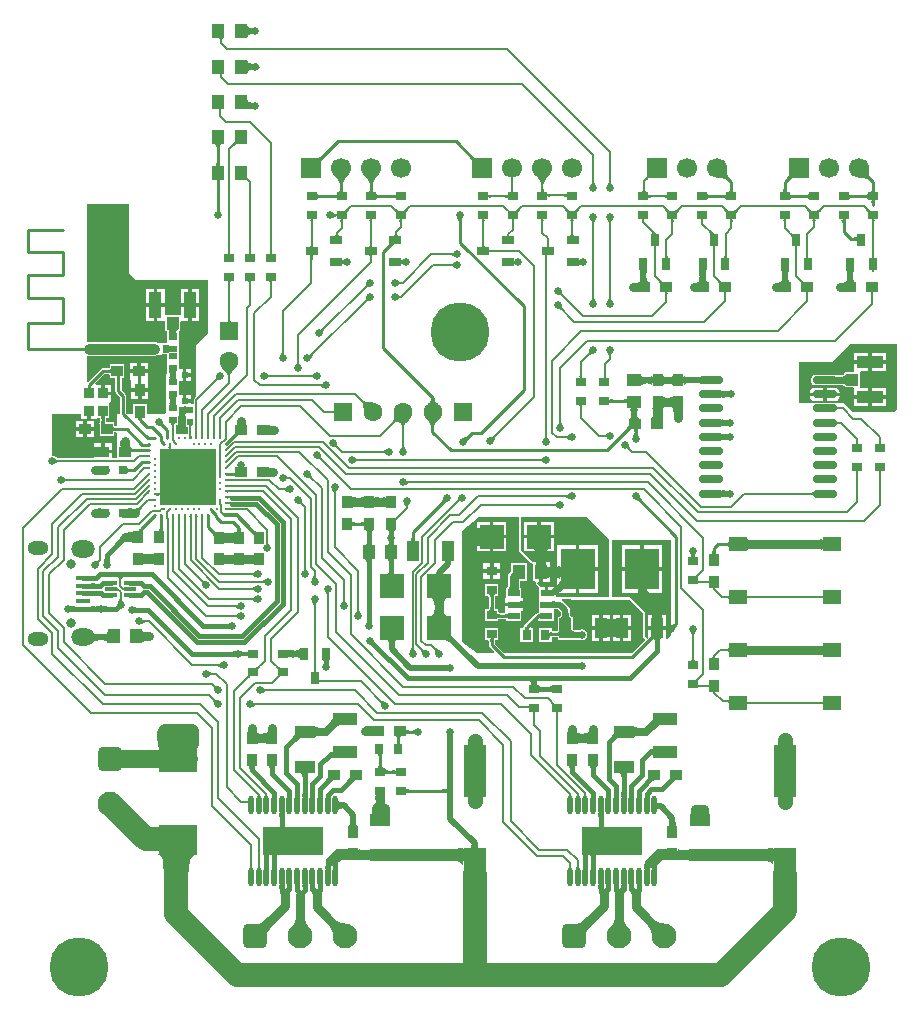
<source format=gtl>
G04 Layer_Physical_Order=1*
G04 Layer_Color=255*
%FSLAX25Y25*%
%MOIN*%
G70*
G01*
G75*
%ADD10R,0.03937X0.03543*%
%ADD11R,0.08661X0.04134*%
%ADD12R,0.04134X0.03937*%
%ADD13R,0.04331X0.04724*%
%ADD14R,0.06102X0.05118*%
%ADD15R,0.03543X0.03937*%
%ADD16R,0.07480X0.17323*%
%ADD17R,0.06693X0.03937*%
%ADD18R,0.03937X0.06693*%
%ADD19R,0.04134X0.08661*%
%ADD20R,0.03937X0.04134*%
%ADD21R,0.07874X0.07874*%
%ADD22R,0.12992X0.09842*%
%ADD23R,0.05118X0.01772*%
%ADD24R,0.04724X0.04331*%
%ADD25R,0.07874X0.03937*%
%ADD26R,0.11614X0.13780*%
%ADD27R,0.02756X0.02362*%
%ADD28R,0.02362X0.02756*%
%ADD29R,0.03543X0.03150*%
%ADD30R,0.03150X0.03543*%
G04:AMPARAMS|DCode=31|XSize=23.62mil|YSize=78.74mil|CornerRadius=5.91mil|HoleSize=0mil|Usage=FLASHONLY|Rotation=270.000|XOffset=0mil|YOffset=0mil|HoleType=Round|Shape=RoundedRectangle|*
%AMROUNDEDRECTD31*
21,1,0.02362,0.06693,0,0,270.0*
21,1,0.01181,0.07874,0,0,270.0*
1,1,0.01181,-0.03347,-0.00591*
1,1,0.01181,-0.03347,0.00591*
1,1,0.01181,0.03347,0.00591*
1,1,0.01181,0.03347,-0.00591*
%
%ADD31ROUNDEDRECTD31*%
%ADD32R,0.03937X0.01181*%
%ADD33R,0.03937X0.02362*%
%ADD34R,0.03150X0.03150*%
%ADD35R,0.03347X0.03740*%
%ADD36R,0.01968X0.01968*%
%ADD37R,0.01968X0.01968*%
%ADD38R,0.19095X0.19095*%
%ADD39C,0.01083*%
%ADD40R,0.02756X0.03937*%
%ADD41R,0.03937X0.02756*%
%ADD42R,0.20315X0.09449*%
%ADD43O,0.01772X0.06299*%
%ADD44C,0.03000*%
%ADD45C,0.06000*%
%ADD46C,0.01500*%
%ADD47C,0.01000*%
%ADD48C,0.00800*%
%ADD49C,0.00600*%
%ADD50C,0.02000*%
%ADD51C,0.03900*%
%ADD52C,0.00500*%
%ADD53C,0.00700*%
%ADD54C,0.01200*%
%ADD55C,0.05000*%
%ADD56C,0.04000*%
%ADD57C,0.08000*%
%ADD58C,0.02500*%
%ADD59C,0.02300*%
%ADD60C,0.03500*%
%ADD61R,0.06299X0.06299*%
%ADD62C,0.06299*%
%ADD63R,0.06299X0.06299*%
%ADD64C,0.03150*%
%ADD65O,0.07087X0.04528*%
%ADD66O,0.07874X0.05709*%
%ADD67R,0.06693X0.06693*%
%ADD68C,0.06693*%
%ADD69C,0.19685*%
G04:AMPARAMS|DCode=70|XSize=82.68mil|YSize=82.68mil|CornerRadius=20.67mil|HoleSize=0mil|Usage=FLASHONLY|Rotation=270.000|XOffset=0mil|YOffset=0mil|HoleType=Round|Shape=RoundedRectangle|*
%AMROUNDEDRECTD70*
21,1,0.08268,0.04134,0,0,270.0*
21,1,0.04134,0.08268,0,0,270.0*
1,1,0.04134,-0.02067,-0.02067*
1,1,0.04134,-0.02067,0.02067*
1,1,0.04134,0.02067,0.02067*
1,1,0.04134,0.02067,-0.02067*
%
%ADD70ROUNDEDRECTD70*%
%ADD71C,0.08268*%
G04:AMPARAMS|DCode=72|XSize=82.68mil|YSize=82.68mil|CornerRadius=20.67mil|HoleSize=0mil|Usage=FLASHONLY|Rotation=0.000|XOffset=0mil|YOffset=0mil|HoleType=Round|Shape=RoundedRectangle|*
%AMROUNDEDRECTD72*
21,1,0.08268,0.04134,0,0,0.0*
21,1,0.04134,0.08268,0,0,0.0*
1,1,0.04134,0.02067,-0.02067*
1,1,0.04134,-0.02067,-0.02067*
1,1,0.04134,-0.02067,0.02067*
1,1,0.04134,0.02067,0.02067*
%
%ADD72ROUNDEDRECTD72*%
%ADD73C,0.02600*%
%ADD74C,0.02362*%
%ADD75C,0.02400*%
G36*
X104337Y145803D02*
X104142Y145570D01*
X104063Y145456D01*
X103996Y145344D01*
X103941Y145233D01*
X103898Y145124D01*
X103868Y145016D01*
X103849Y144910D01*
X103843Y144806D01*
X103243D01*
X103237Y144910D01*
X103219Y145016D01*
X103188Y145124D01*
X103146Y145233D01*
X103091Y145344D01*
X103024Y145456D01*
X102944Y145570D01*
X102853Y145686D01*
X102749Y145803D01*
X102633Y145922D01*
X104453D01*
X104337Y145803D01*
D02*
G37*
G36*
X125001Y146888D02*
X124928Y146878D01*
X124843Y146847D01*
X124743Y146797D01*
X124630Y146726D01*
X124504Y146635D01*
X124209Y146393D01*
X123860Y146071D01*
X123665Y145879D01*
X123241Y146303D01*
X123433Y146498D01*
X123998Y147141D01*
X124089Y147268D01*
X124159Y147381D01*
X124210Y147480D01*
X124240Y147566D01*
X124250Y147638D01*
X125001Y146888D01*
D02*
G37*
G36*
X189961Y170669D02*
X197441Y163189D01*
X197441Y143898D01*
X179543Y143898D01*
Y144676D01*
X176575D01*
Y145276D01*
X175975D01*
Y147457D01*
X174591D01*
X173509Y148538D01*
X173700Y149000D01*
X174105D01*
Y152362D01*
Y154712D01*
X172551D01*
X172676Y154742D01*
X172786Y154832D01*
X172885Y154982D01*
X172969Y155192D01*
X173041Y155462D01*
X173088Y155724D01*
X171876D01*
X167913Y159687D01*
X167913Y170669D01*
X189961Y170669D01*
D02*
G37*
G36*
X24609Y146126D02*
X24654Y146105D01*
X24729Y146086D01*
X24834Y146070D01*
X25134Y146045D01*
X25809Y146027D01*
X26094Y146026D01*
Y144526D01*
X25809Y144524D01*
X24654Y144446D01*
X24609Y144425D01*
X24594Y144402D01*
Y146149D01*
X24609Y146126D01*
D02*
G37*
G36*
X24609Y148685D02*
X24654Y148664D01*
X24729Y148645D01*
X24834Y148629D01*
X25134Y148604D01*
X25809Y148586D01*
X26094Y148585D01*
Y147085D01*
X25809Y147083D01*
X24654Y147005D01*
X24609Y146984D01*
X24594Y146961D01*
Y148708D01*
X24609Y148685D01*
D02*
G37*
G36*
X61836Y149620D02*
X61924Y149558D01*
X62022Y149503D01*
X62130Y149456D01*
X62247Y149417D01*
X62374Y149385D01*
X62511Y149360D01*
X62657Y149343D01*
X62813Y149334D01*
X62979Y149331D01*
X61692Y148045D01*
X61690Y148210D01*
X61664Y148513D01*
X61639Y148650D01*
X61607Y148777D01*
X61567Y148894D01*
X61520Y149001D01*
X61466Y149099D01*
X61404Y149187D01*
X61334Y149265D01*
X61758Y149690D01*
X61836Y149620D01*
D02*
G37*
G36*
X79387Y145940D02*
X79268Y146056D01*
X79035Y146251D01*
X78921Y146331D01*
X78808Y146398D01*
X78698Y146453D01*
X78588Y146495D01*
X78481Y146526D01*
X78375Y146544D01*
X78270Y146550D01*
Y147150D01*
X78375Y147157D01*
X78481Y147175D01*
X78588Y147205D01*
X78698Y147248D01*
X78808Y147303D01*
X78921Y147370D01*
X79035Y147449D01*
X79151Y147541D01*
X79268Y147644D01*
X79387Y147760D01*
Y145940D01*
D02*
G37*
G36*
X232736Y147153D02*
X232693Y147138D01*
X232656Y147113D01*
X232624Y147078D01*
X232596Y147033D01*
X232574Y146978D01*
X232556Y146913D01*
X232543Y146838D01*
X232536Y146753D01*
X232533Y146658D01*
X232033D01*
X232031Y146753D01*
X232024Y146838D01*
X232011Y146913D01*
X231993Y146978D01*
X231971Y147033D01*
X231943Y147078D01*
X231911Y147113D01*
X231873Y147138D01*
X231831Y147153D01*
X231783Y147158D01*
X232783D01*
X232736Y147153D01*
D02*
G37*
G36*
X109361Y142885D02*
X109379Y142779D01*
X109410Y142672D01*
X109453Y142562D01*
X109508Y142451D01*
X109575Y142339D01*
X109654Y142225D01*
X109746Y142109D01*
X109849Y141992D01*
X109965Y141873D01*
X108145D01*
X108261Y141992D01*
X108456Y142225D01*
X108536Y142339D01*
X108603Y142451D01*
X108658Y142562D01*
X108700Y142672D01*
X108731Y142779D01*
X108749Y142885D01*
X108755Y142990D01*
X109355D01*
X109361Y142885D01*
D02*
G37*
G36*
X79387Y142397D02*
X79268Y142513D01*
X79035Y142708D01*
X78921Y142788D01*
X78808Y142855D01*
X78698Y142910D01*
X78588Y142952D01*
X78481Y142983D01*
X78375Y143001D01*
X78270Y143007D01*
Y143607D01*
X78375Y143613D01*
X78481Y143631D01*
X78588Y143662D01*
X78698Y143705D01*
X78808Y143760D01*
X78921Y143827D01*
X79035Y143906D01*
X79151Y143998D01*
X79268Y144101D01*
X79387Y144217D01*
Y142397D01*
D02*
G37*
G36*
X178453Y142672D02*
X178513Y142644D01*
X178613Y142618D01*
X178753Y142596D01*
X178933Y142578D01*
X179713Y142542D01*
X180433Y142535D01*
Y140535D01*
X180053Y140534D01*
X178513Y140427D01*
X178453Y140399D01*
X178433Y140366D01*
Y142705D01*
X178453Y142672D01*
D02*
G37*
G36*
X100007Y142260D02*
X99812Y142027D01*
X99732Y141913D01*
X99665Y141801D01*
X99610Y141690D01*
X99568Y141580D01*
X99537Y141473D01*
X99519Y141367D01*
X99513Y141262D01*
X98913D01*
X98906Y141367D01*
X98888Y141473D01*
X98858Y141580D01*
X98815Y141690D01*
X98760Y141801D01*
X98693Y141913D01*
X98614Y142027D01*
X98522Y142143D01*
X98418Y142260D01*
X98303Y142379D01*
X100123D01*
X100007Y142260D01*
D02*
G37*
G36*
X268528Y143398D02*
X268523Y143445D01*
X268508Y143488D01*
X268482Y143525D01*
X268446Y143558D01*
X268400Y143585D01*
X268344Y143608D01*
X268277Y143625D01*
X268200Y143638D01*
X268113Y143645D01*
X268016Y143648D01*
Y144148D01*
X268113Y144150D01*
X268200Y144158D01*
X268277Y144170D01*
X268344Y144188D01*
X268400Y144210D01*
X268446Y144238D01*
X268482Y144270D01*
X268508Y144308D01*
X268523Y144350D01*
X268528Y144398D01*
Y143398D01*
D02*
G37*
G36*
X237229Y143398D02*
X237224Y143445D01*
X237208Y143488D01*
X237183Y143525D01*
X237147Y143558D01*
X237101Y143585D01*
X237044Y143608D01*
X236978Y143625D01*
X236901Y143638D01*
X236814Y143645D01*
X236717Y143648D01*
Y144148D01*
X236814Y144150D01*
X236901Y144158D01*
X236978Y144170D01*
X237044Y144188D01*
X237101Y144210D01*
X237147Y144238D01*
X237183Y144270D01*
X237208Y144308D01*
X237224Y144350D01*
X237229Y144398D01*
Y143398D01*
D02*
G37*
G36*
X34952Y143436D02*
X34968Y143321D01*
X34993Y143207D01*
X35029Y143096D01*
X35075Y142986D01*
X35131Y142878D01*
X35197Y142772D01*
X35274Y142667D01*
X35360Y142565D01*
X35457Y142464D01*
X33637D01*
X33734Y142565D01*
X33821Y142667D01*
X33897Y142772D01*
X33964Y142878D01*
X34020Y142986D01*
X34066Y143096D01*
X34101Y143207D01*
X34127Y143321D01*
X34142Y143436D01*
X34147Y143552D01*
X34947D01*
X34952Y143436D01*
D02*
G37*
G36*
X243288Y144350D02*
X243303Y144308D01*
X243329Y144270D01*
X243365Y144238D01*
X243411Y144210D01*
X243467Y144188D01*
X243534Y144170D01*
X243611Y144158D01*
X243698Y144150D01*
X243795Y144148D01*
Y143648D01*
X243698Y143645D01*
X243611Y143638D01*
X243534Y143625D01*
X243467Y143608D01*
X243411Y143585D01*
X243365Y143558D01*
X243329Y143525D01*
X243303Y143488D01*
X243288Y143445D01*
X243283Y143398D01*
Y144398D01*
X243288Y144350D01*
D02*
G37*
G36*
X82930Y148303D02*
X82811Y148418D01*
X82578Y148614D01*
X82464Y148693D01*
X82352Y148760D01*
X82241Y148815D01*
X82132Y148858D01*
X82024Y148888D01*
X81918Y148907D01*
X81813Y148913D01*
Y149513D01*
X81918Y149519D01*
X82024Y149537D01*
X82132Y149567D01*
X82241Y149610D01*
X82352Y149665D01*
X82464Y149732D01*
X82578Y149811D01*
X82694Y149903D01*
X82811Y150007D01*
X82930Y150123D01*
Y148303D01*
D02*
G37*
G36*
X27642Y155958D02*
X27573Y155880D01*
X27511Y155792D01*
X27456Y155694D01*
X27409Y155587D01*
X27369Y155470D01*
X27337Y155343D01*
X27313Y155206D01*
X27296Y155060D01*
X27286Y154903D01*
X27284Y154737D01*
X25997Y156024D01*
X26163Y156026D01*
X26466Y156053D01*
X26603Y156078D01*
X26730Y156110D01*
X26847Y156149D01*
X26954Y156196D01*
X27052Y156251D01*
X27140Y156313D01*
X27218Y156383D01*
X27642Y155958D01*
D02*
G37*
G36*
X69086Y158165D02*
X69134Y158150D01*
X69214Y158137D01*
X69326Y158126D01*
X69854Y158102D01*
X70669Y158095D01*
X72268Y158181D01*
Y155008D01*
X72252Y155024D01*
X72204Y155039D01*
X72124Y155052D01*
X72012Y155063D01*
X71485Y155087D01*
X70669Y155095D01*
X69071Y155008D01*
Y158181D01*
X69086Y158165D01*
D02*
G37*
G36*
X125462Y152776D02*
X125485Y152518D01*
X125522Y152292D01*
X125575Y152095D01*
X125642Y151929D01*
X125725Y151793D01*
X125822Y151687D01*
X125935Y151611D01*
X126062Y151566D01*
X126205Y151551D01*
X123205D01*
X123347Y151566D01*
X123475Y151611D01*
X123587Y151687D01*
X123685Y151793D01*
X123767Y151929D01*
X123835Y152095D01*
X123887Y152292D01*
X123925Y152518D01*
X123947Y152776D01*
X123955Y153063D01*
X125455D01*
X125462Y152776D01*
D02*
G37*
G36*
X96369Y153515D02*
X96387Y153409D01*
X96418Y153301D01*
X96461Y153192D01*
X96516Y153081D01*
X96583Y152969D01*
X96662Y152855D01*
X96753Y152739D01*
X96857Y152622D01*
X96973Y152503D01*
X95153D01*
X95269Y152622D01*
X95464Y152855D01*
X95543Y152969D01*
X95610Y153081D01*
X95665Y153192D01*
X95708Y153301D01*
X95739Y153409D01*
X95757Y153515D01*
X95763Y153620D01*
X96363D01*
X96369Y153515D01*
D02*
G37*
G36*
X118680Y156702D02*
X118553Y156657D01*
X118440Y156581D01*
X118343Y156475D01*
X118260Y156339D01*
X118193Y156173D01*
X118140Y155976D01*
X118103Y155749D01*
X118080Y155492D01*
X118073Y155205D01*
X116573D01*
X116565Y155492D01*
X116543Y155749D01*
X116505Y155976D01*
X116453Y156173D01*
X116385Y156339D01*
X116303Y156475D01*
X116205Y156581D01*
X116093Y156657D01*
X115965Y156702D01*
X115823Y156717D01*
X118823D01*
X118680Y156702D01*
D02*
G37*
G36*
X30673Y156421D02*
X30697Y156057D01*
X30711Y155960D01*
X30729Y155874D01*
X30750Y155801D01*
X30774Y155739D01*
X30801Y155690D01*
X30831Y155653D01*
X29011D01*
X29042Y155690D01*
X29069Y155739D01*
X29093Y155801D01*
X29114Y155874D01*
X29131Y155960D01*
X29146Y156057D01*
X29165Y156288D01*
X29171Y156566D01*
X30671D01*
X30673Y156421D01*
D02*
G37*
G36*
X42120Y158521D02*
X42174Y158473D01*
X42264Y158430D01*
X42389Y158394D01*
X42551Y158362D01*
X42748Y158337D01*
X43251Y158303D01*
X43898Y158291D01*
X44239Y158294D01*
X45244Y158362D01*
X45406Y158394D01*
X45532Y158430D01*
X45621Y158473D01*
X45675Y158521D01*
X45693Y158575D01*
Y155008D01*
X45675Y155062D01*
X45621Y155110D01*
X45532Y155152D01*
X45406Y155189D01*
X45244Y155220D01*
X45047Y155246D01*
X44544Y155280D01*
X43898Y155291D01*
X43556Y155289D01*
X42551Y155220D01*
X42389Y155189D01*
X42264Y155152D01*
X42174Y155110D01*
X42120Y155062D01*
X42102Y155008D01*
Y158575D01*
X42120Y158521D01*
D02*
G37*
G36*
X126062Y156702D02*
X125935Y156656D01*
X125822Y156581D01*
X125725Y156475D01*
X125642Y156339D01*
X125575Y156173D01*
X125522Y155976D01*
X125485Y155749D01*
X125462Y155492D01*
X125455Y155205D01*
X123955D01*
X123947Y155492D01*
X123925Y155749D01*
X123887Y155976D01*
X123835Y156173D01*
X123767Y156339D01*
X123685Y156475D01*
X123587Y156581D01*
X123475Y156656D01*
X123347Y156702D01*
X123205Y156717D01*
X126205D01*
X126062Y156702D01*
D02*
G37*
G36*
X141809Y148698D02*
X139687D01*
X139698Y148739D01*
X139709Y148840D01*
X139726Y149217D01*
X139748Y151756D01*
X141748D01*
X141809Y148698D01*
D02*
G37*
G36*
X36349Y150825D02*
X36064Y150817D01*
X35809Y150793D01*
X35584Y150753D01*
X35389Y150697D01*
X35224Y150625D01*
X35089Y150537D01*
X34984Y150433D01*
X34909Y150313D01*
X34864Y150177D01*
X34863Y150168D01*
X34850Y149722D01*
X34849Y149440D01*
X34049D01*
X34047Y149722D01*
X34012Y150242D01*
X33989Y150313D01*
X33914Y150433D01*
X33809Y150537D01*
X33674Y150625D01*
X33509Y150697D01*
X33314Y150753D01*
X33089Y150793D01*
X32834Y150817D01*
X32549Y150825D01*
X34449Y152325D01*
X36349Y150825D01*
D02*
G37*
G36*
X227147Y149567D02*
X227162Y149524D01*
X227187Y149487D01*
X227223Y149454D01*
X227269Y149427D01*
X227326Y149404D01*
X227392Y149387D01*
X227469Y149374D01*
X227556Y149367D01*
X227653Y149364D01*
Y148864D01*
X227556Y148862D01*
X227469Y148854D01*
X227392Y148842D01*
X227326Y148824D01*
X227269Y148802D01*
X227223Y148774D01*
X227187Y148742D01*
X227162Y148704D01*
X227147Y148662D01*
X227141Y148614D01*
Y149614D01*
X227147Y149567D01*
D02*
G37*
G36*
X230536Y148614D02*
X230531Y148662D01*
X230515Y148704D01*
X230490Y148742D01*
X230454Y148774D01*
X230408Y148802D01*
X230351Y148824D01*
X230285Y148842D01*
X230208Y148854D01*
X230121Y148862D01*
X230024Y148864D01*
Y149364D01*
X230121Y149367D01*
X230208Y149374D01*
X230285Y149387D01*
X230351Y149404D01*
X230408Y149427D01*
X230454Y149454D01*
X230490Y149487D01*
X230515Y149524D01*
X230531Y149567D01*
X230536Y149614D01*
Y148614D01*
D02*
G37*
G36*
X79387Y150665D02*
X79268Y150781D01*
X79035Y150976D01*
X78921Y151055D01*
X78808Y151122D01*
X78698Y151177D01*
X78588Y151220D01*
X78481Y151250D01*
X78375Y151269D01*
X78270Y151275D01*
Y151875D01*
X78375Y151881D01*
X78481Y151899D01*
X78588Y151930D01*
X78698Y151972D01*
X78808Y152027D01*
X78921Y152094D01*
X79035Y152174D01*
X79151Y152265D01*
X79268Y152369D01*
X79387Y152485D01*
Y150665D01*
D02*
G37*
G36*
X227507Y151366D02*
X227399Y151254D01*
X227232Y151059D01*
X227172Y150975D01*
X227129Y150899D01*
X227101Y150833D01*
X227090Y150776D01*
X227095Y150728D01*
X227116Y150689D01*
X227153Y150659D01*
X226249Y151169D01*
X226297Y151150D01*
X226350Y151142D01*
X226408Y151147D01*
X226471Y151164D01*
X226539Y151194D01*
X226612Y151235D01*
X226691Y151289D01*
X226774Y151355D01*
X226863Y151433D01*
X226957Y151523D01*
X227507Y151366D01*
D02*
G37*
G36*
X24609Y151244D02*
X24654Y151223D01*
X24729Y151204D01*
X24834Y151188D01*
X25134Y151163D01*
X25809Y151145D01*
X26094Y151144D01*
Y149644D01*
X25809Y149643D01*
X24654Y149565D01*
X24609Y149543D01*
X24594Y149520D01*
Y151268D01*
X24609Y151244D01*
D02*
G37*
G36*
X99519Y151153D02*
X99537Y151047D01*
X99568Y150939D01*
X99610Y150830D01*
X99665Y150719D01*
X99732Y150607D01*
X99812Y150493D01*
X99903Y150377D01*
X100007Y150260D01*
X100123Y150141D01*
X98303D01*
X98418Y150260D01*
X98614Y150493D01*
X98693Y150607D01*
X98760Y150719D01*
X98815Y150830D01*
X98858Y150939D01*
X98888Y151047D01*
X98906Y151153D01*
X98913Y151258D01*
X99513D01*
X99519Y151153D01*
D02*
G37*
G36*
X184839Y133210D02*
X184900Y133040D01*
X185001Y132890D01*
X185142Y132760D01*
X185323Y132650D01*
X185545Y132560D01*
X185806Y132490D01*
X186107Y132440D01*
X186449Y132410D01*
X186830Y132400D01*
Y130400D01*
X184830Y130327D01*
X184818Y133400D01*
X184839Y133210D01*
D02*
G37*
G36*
X177742Y132598D02*
X177772Y132513D01*
X177823Y132438D01*
X177894Y132373D01*
X177985Y132318D01*
X178096Y132273D01*
X178228Y132238D01*
X178380Y132213D01*
X178552Y132198D01*
X178744Y132193D01*
Y131193D01*
X178552Y131188D01*
X178380Y131173D01*
X178228Y131148D01*
X178096Y131113D01*
X177985Y131068D01*
X177894Y131013D01*
X177823Y130948D01*
X177772Y130873D01*
X177742Y130788D01*
X177732Y130693D01*
Y132693D01*
X177742Y132598D01*
D02*
G37*
G36*
X159173Y130120D02*
X159088Y130090D01*
X159013Y130040D01*
X158948Y129970D01*
X158893Y129880D01*
X158848Y129770D01*
X158813Y129640D01*
X158788Y129490D01*
X158773Y129320D01*
X158768Y129130D01*
X157768D01*
X157763Y129320D01*
X157748Y129490D01*
X157723Y129640D01*
X157688Y129770D01*
X157643Y129880D01*
X157588Y129970D01*
X157523Y130040D01*
X157448Y130090D01*
X157363Y130120D01*
X157268Y130130D01*
X159268D01*
X159173Y130120D01*
D02*
G37*
G36*
X217913Y163189D02*
Y131299D01*
X216816Y130202D01*
X216354Y130393D01*
Y133038D01*
X216325Y133044D01*
X216210Y133060D01*
X216165Y133062D01*
X213914D01*
X213921Y132946D01*
X213934Y132874D01*
X213949Y132814D01*
X213966Y132768D01*
X213984Y132736D01*
X212787D01*
X212806Y132768D01*
X212823Y132814D01*
X212838Y132874D01*
X212850Y132946D01*
X212863Y133062D01*
X210417D01*
Y130393D01*
X209955Y130202D01*
X209252Y130905D01*
X209252Y138976D01*
X204331Y143898D01*
X198228Y143898D01*
X198228Y163189D01*
X217913Y163189D01*
D02*
G37*
G36*
X213386Y131533D02*
X213367Y131523D01*
X213328Y131491D01*
X213189Y131364D01*
X212492Y130679D01*
X212843Y130327D01*
X214886D01*
X214743Y130312D01*
X214616Y130267D01*
X214503Y130192D01*
X214406Y130087D01*
X214323Y129952D01*
X214256Y129787D01*
X214203Y129592D01*
X214166Y129367D01*
X214143Y129112D01*
X214136Y128827D01*
X212636D01*
X212628Y129112D01*
X212606Y129367D01*
X212568Y129592D01*
X212516Y129787D01*
X212448Y129952D01*
X212366Y130087D01*
X212268Y130192D01*
X212180Y130251D01*
X212165Y130242D01*
X212002Y130129D01*
X211825Y129988D01*
X211429Y129620D01*
X210722Y130327D01*
X210920Y130532D01*
X211231Y130900D01*
X211344Y131062D01*
X211429Y131211D01*
X211486Y131345D01*
X211514Y131465D01*
Y131571D01*
X211486Y131663D01*
X211429Y131741D01*
X211779Y131392D01*
X212636Y132284D01*
X213386Y131533D01*
D02*
G37*
G36*
X183668Y133053D02*
X183612Y132970D01*
X183562Y132876D01*
X183518Y132770D01*
X183480Y132651D01*
X183447Y132521D01*
X183421Y132379D01*
X183386Y132060D01*
X183377Y131882D01*
X183374Y131693D01*
X182374Y131693D01*
X182371Y131882D01*
X182348Y132226D01*
X182327Y132379D01*
X182268Y132651D01*
X182230Y132770D01*
X182186Y132876D01*
X182136Y132970D01*
X182080Y133053D01*
X183668Y133053D01*
D02*
G37*
G36*
X180930Y132257D02*
X181492Y132294D01*
X181621Y132326D01*
X181715Y132361D01*
X181774Y132400D01*
X181774Y130985D01*
X181715Y131025D01*
X181621Y131060D01*
X181492Y131091D01*
X181328Y131118D01*
X180930Y131157D01*
Y130693D01*
X180919Y130788D01*
X180889Y130873D01*
X180838Y130948D01*
X180768Y131013D01*
X180676Y131068D01*
X180565Y131113D01*
X180434Y131148D01*
X180282Y131173D01*
X180134Y131186D01*
X179987Y131191D01*
X179614Y131193D01*
X179614Y132193D01*
X179987Y132195D01*
X180298Y132215D01*
X180434Y132238D01*
X180565Y132273D01*
X180676Y132318D01*
X180768Y132373D01*
X180838Y132438D01*
X180889Y132513D01*
X180919Y132598D01*
X180930Y132693D01*
Y132257D01*
D02*
G37*
G36*
X226207Y132238D02*
X226120Y132136D01*
X226044Y132031D01*
X225977Y131925D01*
X225921Y131817D01*
X225875Y131708D01*
X225840Y131596D01*
X225814Y131483D01*
X225799Y131368D01*
X225794Y131251D01*
X224994D01*
X224989Y131368D01*
X224973Y131483D01*
X224948Y131596D01*
X224912Y131708D01*
X224866Y131817D01*
X224810Y131925D01*
X224744Y132031D01*
X224667Y132136D01*
X224581Y132238D01*
X224484Y132339D01*
X226304D01*
X226207Y132238D01*
D02*
G37*
G36*
X119021Y129467D02*
X119037Y129412D01*
X119063Y129352D01*
X119101Y129286D01*
X119149Y129213D01*
X119207Y129134D01*
X119357Y128957D01*
X119549Y128755D01*
X118489Y127695D01*
X118385Y127796D01*
X118110Y128037D01*
X118031Y128095D01*
X117958Y128144D01*
X117892Y128181D01*
X117832Y128207D01*
X117778Y128223D01*
X117729Y128228D01*
X119017Y129515D01*
X119021Y129467D01*
D02*
G37*
G36*
X126810Y129925D02*
X126640Y129865D01*
X126490Y129764D01*
X126360Y129623D01*
X126250Y129442D01*
X126160Y129221D01*
X126090Y128959D01*
X126040Y128658D01*
X126010Y128315D01*
X126000Y127933D01*
X124000D01*
X123990Y128315D01*
X123960Y128658D01*
X123910Y128959D01*
X123840Y129221D01*
X123750Y129442D01*
X123640Y129623D01*
X123510Y129764D01*
X123360Y129865D01*
X123190Y129925D01*
X123000Y129945D01*
X127000D01*
X126810Y129925D01*
D02*
G37*
G36*
X74830Y126029D02*
X74918Y125959D01*
X75011Y125898D01*
X75108Y125845D01*
X75211Y125799D01*
X75319Y125762D01*
X75431Y125734D01*
X75549Y125713D01*
X75671Y125701D01*
X75770Y125698D01*
X75878Y125697D01*
Y124697D01*
X75671Y124693D01*
X75549Y124680D01*
X75431Y124660D01*
X75319Y124631D01*
X75211Y124594D01*
X75108Y124549D01*
X75011Y124496D01*
X74918Y124434D01*
X74830Y124365D01*
X74747Y124287D01*
Y124674D01*
X74349Y124666D01*
Y125727D01*
X74370Y125722D01*
X74420Y125716D01*
X74608Y125708D01*
X74747Y125707D01*
Y126107D01*
X74830Y126029D01*
D02*
G37*
G36*
X132196Y127137D02*
X132214Y127031D01*
X132245Y126924D01*
X132287Y126814D01*
X132342Y126703D01*
X132409Y126591D01*
X132489Y126477D01*
X132580Y126361D01*
X132684Y126244D01*
X132800Y126125D01*
X130980D01*
X131096Y126244D01*
X131291Y126477D01*
X131370Y126591D01*
X131437Y126703D01*
X131492Y126814D01*
X131535Y126924D01*
X131565Y127031D01*
X131584Y127137D01*
X131590Y127242D01*
X132190D01*
X132196Y127137D01*
D02*
G37*
G36*
X25183Y132414D02*
X25262Y132245D01*
X25394Y132097D01*
X25579Y131967D01*
X25816Y131858D01*
X26107Y131769D01*
X26450Y131700D01*
X26846Y131650D01*
X27295Y131620D01*
X27797Y131610D01*
Y129610D01*
X27295Y129600D01*
X26450Y129521D01*
X26107Y129452D01*
X25816Y129362D01*
X25579Y129253D01*
X25394Y129124D01*
X25262Y128975D01*
X25183Y128806D01*
X25156Y128618D01*
Y132603D01*
X25183Y132414D01*
D02*
G37*
G36*
X41828Y132874D02*
X41890Y132776D01*
X41995Y132689D01*
X42141Y132614D01*
X42329Y132550D01*
X42559Y132498D01*
X42831Y132458D01*
X43145Y132429D01*
X43898Y132405D01*
Y129405D01*
X43500Y129400D01*
X42831Y129353D01*
X42559Y129313D01*
X42329Y129261D01*
X42141Y129197D01*
X41995Y129122D01*
X41890Y129035D01*
X41828Y128937D01*
X41807Y128826D01*
Y132984D01*
X41828Y132874D01*
D02*
G37*
G36*
X142269Y133821D02*
X142333Y133743D01*
X142587Y133465D01*
X143969Y132058D01*
X144673Y132762D01*
X144560Y132606D01*
X144503Y132422D01*
Y132210D01*
X144560Y131970D01*
X144673Y131701D01*
X144843Y131404D01*
X145069Y131079D01*
X145352Y130725D01*
X146087Y129933D01*
X144673Y128519D01*
X144263Y128915D01*
X143527Y129537D01*
X143202Y129764D01*
X142905Y129933D01*
X142637Y130046D01*
X142396Y130103D01*
X142184D01*
X142000Y130046D01*
X141845Y129933D01*
X142544Y130632D01*
X140747Y132358D01*
X142248Y133859D01*
X142269Y133821D01*
D02*
G37*
G36*
X30228Y128610D02*
X30209Y128800D01*
X30149Y128970D01*
X30048Y129120D01*
X29908Y129250D01*
X29728Y129360D01*
X29509Y129450D01*
X29248Y129520D01*
X28949Y129570D01*
X28609Y129600D01*
X28229Y129610D01*
Y131610D01*
X28609Y131620D01*
X28949Y131650D01*
X29248Y131700D01*
X29509Y131770D01*
X29728Y131860D01*
X29908Y131970D01*
X30048Y132100D01*
X30149Y132250D01*
X30209Y132420D01*
X30228Y132610D01*
Y128610D01*
D02*
G37*
G36*
X170387Y133863D02*
X170402Y133692D01*
X170427Y133541D01*
X170461Y133410D01*
X170506Y133299D01*
X170561Y133208D01*
X170625Y133138D01*
X170700Y133087D01*
X170784Y133057D01*
X170878Y133047D01*
X168886D01*
X168980Y133057D01*
X169064Y133087D01*
X169139Y133138D01*
X169203Y133208D01*
X169258Y133299D01*
X169302Y133410D01*
X169337Y133541D01*
X169362Y133692D01*
X169377Y133863D01*
X169382Y134055D01*
X170382D01*
X170387Y133863D01*
D02*
G37*
G36*
X27221Y139248D02*
X27184Y139278D01*
X27134Y139305D01*
X27073Y139329D01*
X27000Y139350D01*
X26914Y139367D01*
X26817Y139382D01*
X26586Y139401D01*
X26308Y139408D01*
Y140908D01*
X26453Y140909D01*
X26817Y140933D01*
X26914Y140947D01*
X27000Y140965D01*
X27073Y140986D01*
X27134Y141010D01*
X27184Y141037D01*
X27221Y141068D01*
Y139248D01*
D02*
G37*
G36*
X29115Y141037D02*
X29165Y141010D01*
X29226Y140986D01*
X29299Y140965D01*
X29385Y140947D01*
X29482Y140933D01*
X29713Y140914D01*
X29991Y140908D01*
Y139408D01*
X29846Y139406D01*
X29482Y139382D01*
X29385Y139367D01*
X29299Y139350D01*
X29226Y139329D01*
X29165Y139305D01*
X29115Y139278D01*
X29078Y139248D01*
Y141068D01*
X29115Y141037D01*
D02*
G37*
G36*
X114086Y139736D02*
X114104Y139630D01*
X114134Y139522D01*
X114177Y139413D01*
X114232Y139302D01*
X114299Y139189D01*
X114378Y139075D01*
X114470Y138960D01*
X114574Y138842D01*
X114690Y138724D01*
X112870D01*
X112985Y138842D01*
X113181Y139075D01*
X113260Y139189D01*
X113327Y139302D01*
X113382Y139413D01*
X113425Y139522D01*
X113455Y139630D01*
X113473Y139736D01*
X113479Y139840D01*
X114079D01*
X114086Y139736D01*
D02*
G37*
G36*
X39352Y140643D02*
X39401Y140616D01*
X39462Y140592D01*
X39536Y140571D01*
X39621Y140554D01*
X39718Y140539D01*
X39949Y140520D01*
X40228Y140514D01*
Y139014D01*
X40082Y139012D01*
X39718Y138988D01*
X39621Y138974D01*
X39536Y138956D01*
X39462Y138935D01*
X39401Y138911D01*
X39352Y138884D01*
X39314Y138854D01*
Y140674D01*
X39352Y140643D01*
D02*
G37*
G36*
X34339Y140252D02*
X34329Y140247D01*
X34309Y140232D01*
X34278Y140205D01*
X33765Y139705D01*
X32713Y140773D01*
X33261Y141343D01*
X34339Y140252D01*
D02*
G37*
G36*
X73875Y140035D02*
X73756Y140151D01*
X73523Y140346D01*
X73409Y140425D01*
X73297Y140492D01*
X73186Y140547D01*
X73076Y140590D01*
X72969Y140621D01*
X72863Y140639D01*
X72758Y140645D01*
Y141245D01*
X72863Y141251D01*
X72969Y141269D01*
X73076Y141300D01*
X73186Y141342D01*
X73297Y141397D01*
X73409Y141464D01*
X73523Y141544D01*
X73639Y141635D01*
X73756Y141739D01*
X73875Y141855D01*
Y140035D01*
D02*
G37*
G36*
X17895Y141037D02*
X17944Y141010D01*
X18006Y140986D01*
X18079Y140965D01*
X18164Y140947D01*
X18262Y140933D01*
X18434Y140919D01*
X19440Y140987D01*
X19485Y141008D01*
X19500Y141031D01*
Y139284D01*
X19485Y139307D01*
X19440Y139328D01*
X19365Y139347D01*
X19260Y139363D01*
X18960Y139388D01*
X18529Y139400D01*
X18262Y139382D01*
X18164Y139367D01*
X18079Y139350D01*
X18006Y139329D01*
X17944Y139305D01*
X17895Y139278D01*
X17857Y139248D01*
Y141068D01*
X17895Y141037D01*
D02*
G37*
G36*
X24609Y141008D02*
X24654Y140987D01*
X24729Y140968D01*
X24834Y140952D01*
X25134Y140927D01*
X25809Y140909D01*
X26094Y140908D01*
Y139408D01*
X25809Y139406D01*
X24654Y139328D01*
X24609Y139307D01*
X24594Y139284D01*
Y141031D01*
X24609Y141008D01*
D02*
G37*
G36*
X41847Y136694D02*
X42080Y136499D01*
X42194Y136420D01*
X42307Y136353D01*
X42417Y136298D01*
X42527Y136255D01*
X42634Y136224D01*
X42740Y136206D01*
X42845Y136200D01*
Y135600D01*
X42740Y135594D01*
X42634Y135576D01*
X42527Y135545D01*
X42417Y135502D01*
X42307Y135448D01*
X42194Y135380D01*
X42080Y135301D01*
X41964Y135210D01*
X41847Y135106D01*
X41728Y134990D01*
Y136810D01*
X41847Y136694D01*
D02*
G37*
G36*
X118074Y135949D02*
X118098Y135584D01*
X118113Y135487D01*
X118130Y135402D01*
X118151Y135328D01*
X118175Y135267D01*
X118202Y135218D01*
X118233Y135180D01*
X116413D01*
X116443Y135218D01*
X116470Y135267D01*
X116494Y135328D01*
X116515Y135402D01*
X116533Y135487D01*
X116547Y135584D01*
X116566Y135815D01*
X116573Y136094D01*
X118073D01*
X118074Y135949D01*
D02*
G37*
G36*
X70725Y133342D02*
X70688Y133372D01*
X70638Y133400D01*
X70577Y133424D01*
X70504Y133444D01*
X70418Y133462D01*
X70321Y133476D01*
X70090Y133496D01*
X69812Y133502D01*
Y135002D01*
X69957Y135004D01*
X70321Y135028D01*
X70418Y135042D01*
X70504Y135060D01*
X70577Y135080D01*
X70638Y135104D01*
X70688Y135132D01*
X70725Y135162D01*
Y133342D01*
D02*
G37*
G36*
X219864Y134511D02*
X219777Y134418D01*
X219699Y134323D01*
X219630Y134225D01*
X219571Y134125D01*
X219521Y134023D01*
X219480Y133918D01*
X219449Y133812D01*
X219426Y133703D01*
X219414Y133591D01*
X219410Y133478D01*
X218123Y134765D01*
X218237Y134768D01*
X218348Y134781D01*
X218457Y134803D01*
X218564Y134834D01*
X218669Y134875D01*
X218771Y134925D01*
X218871Y134984D01*
X218968Y135053D01*
X219064Y135131D01*
X219157Y135218D01*
X219864Y134511D01*
D02*
G37*
G36*
X183884Y138616D02*
X183912Y138276D01*
X183960Y137976D01*
X184027Y137716D01*
X184113Y137496D01*
X184218Y137316D01*
X184343Y137176D01*
X184486Y137076D01*
X184649Y137016D01*
X184830Y136996D01*
X180918D01*
X181099Y137016D01*
X181262Y137076D01*
X181405Y137176D01*
X181530Y137316D01*
X181635Y137496D01*
X181721Y137716D01*
X181788Y137976D01*
X181836Y138276D01*
X181864Y138616D01*
X181874Y138996D01*
X183874D01*
X183884Y138616D01*
D02*
G37*
G36*
X143463Y143695D02*
X143208Y143604D01*
X142983Y143454D01*
X142788Y143243D01*
X142623Y142972D01*
X142488Y142640D01*
X142383Y142249D01*
X142308Y141797D01*
X142263Y141285D01*
X142249Y140748D01*
X142263Y140211D01*
X142308Y139699D01*
X142383Y139247D01*
X142488Y138856D01*
X142623Y138524D01*
X142788Y138253D01*
X142983Y138042D01*
X143208Y137892D01*
X143463Y137801D01*
X143748Y137771D01*
X137748D01*
X138033Y137801D01*
X138288Y137892D01*
X138513Y138042D01*
X138708Y138253D01*
X138873Y138524D01*
X139008Y138856D01*
X139113Y139247D01*
X139188Y139699D01*
X139233Y140211D01*
X139247Y140748D01*
X139233Y141285D01*
X139188Y141797D01*
X139113Y142249D01*
X139008Y142640D01*
X138873Y142972D01*
X138708Y143243D01*
X138513Y143454D01*
X138288Y143604D01*
X138033Y143695D01*
X137748Y143725D01*
X143748D01*
X143463Y143695D01*
D02*
G37*
G36*
X73875Y136885D02*
X73756Y137001D01*
X73523Y137196D01*
X73409Y137276D01*
X73297Y137343D01*
X73186Y137398D01*
X73076Y137440D01*
X72969Y137471D01*
X72863Y137489D01*
X72758Y137495D01*
Y138095D01*
X72863Y138101D01*
X72969Y138120D01*
X73076Y138150D01*
X73186Y138193D01*
X73297Y138248D01*
X73409Y138315D01*
X73523Y138394D01*
X73639Y138486D01*
X73756Y138589D01*
X73875Y138705D01*
Y136885D01*
D02*
G37*
G36*
X174532Y136898D02*
X174523Y136973D01*
X174495Y137041D01*
X174450Y137100D01*
X174386Y137152D01*
X174304Y137196D01*
X174204Y137232D01*
X174086Y137259D01*
X173950Y137279D01*
X173795Y137291D01*
X173622Y137295D01*
Y138295D01*
X173795Y138299D01*
X173950Y138311D01*
X174086Y138331D01*
X174204Y138359D01*
X174304Y138395D01*
X174386Y138438D01*
X174450Y138490D01*
X174495Y138550D01*
X174523Y138618D01*
X174532Y138693D01*
Y136898D01*
D02*
G37*
G36*
X148134Y175898D02*
X147984Y175928D01*
X147842Y175946D01*
X147706Y175953D01*
X147579Y175948D01*
X147459Y175932D01*
X147346Y175904D01*
X147241Y175865D01*
X147143Y175815D01*
X147053Y175753D01*
X146970Y175679D01*
X146641Y176199D01*
X146704Y176270D01*
X146765Y176352D01*
X146822Y176445D01*
X146877Y176551D01*
X146930Y176668D01*
X147027Y176938D01*
X147071Y177091D01*
X147153Y177431D01*
X148134Y175898D01*
D02*
G37*
G36*
X184111Y176649D02*
X183992Y176765D01*
X183759Y176960D01*
X183645Y177040D01*
X183533Y177107D01*
X183422Y177162D01*
X183313Y177204D01*
X183205Y177235D01*
X183099Y177253D01*
X182994Y177259D01*
Y177859D01*
X183099Y177865D01*
X183205Y177884D01*
X183313Y177914D01*
X183422Y177957D01*
X183533Y178012D01*
X183645Y178079D01*
X183759Y178158D01*
X183875Y178250D01*
X183992Y178353D01*
X184111Y178469D01*
Y176649D01*
D02*
G37*
G36*
X207603Y177432D02*
X207615Y177321D01*
X207638Y177212D01*
X207669Y177105D01*
X207710Y177001D01*
X207760Y176898D01*
X207819Y176798D01*
X207888Y176701D01*
X207966Y176606D01*
X208053Y176513D01*
X207346Y175805D01*
X207253Y175893D01*
X207157Y175971D01*
X207060Y176039D01*
X206960Y176099D01*
X206858Y176149D01*
X206753Y176189D01*
X206646Y176221D01*
X206537Y176243D01*
X206426Y176256D01*
X206312Y176259D01*
X207599Y177546D01*
X207603Y177432D01*
D02*
G37*
G36*
X45749Y175849D02*
X45713Y175873D01*
X45669Y175895D01*
X45617Y175914D01*
X45557Y175930D01*
X45489Y175944D01*
X45414Y175955D01*
X45239Y175970D01*
X45032Y175976D01*
Y176576D01*
X45139Y176577D01*
X45414Y176596D01*
X45489Y176607D01*
X45557Y176621D01*
X45617Y176637D01*
X45669Y176656D01*
X45713Y176678D01*
X45749Y176702D01*
Y175849D01*
D02*
G37*
G36*
X235127Y179653D02*
X235221Y179630D01*
X235351Y179610D01*
X235719Y179577D01*
X236539Y179549D01*
X237265Y179543D01*
Y177543D01*
X236884Y177542D01*
X235127Y177434D01*
X235068Y177408D01*
Y179679D01*
X235127Y179653D01*
D02*
G37*
G36*
X48997Y178457D02*
X49129Y178342D01*
X49188Y178297D01*
X49244Y178260D01*
X49295Y178233D01*
X49341Y178213D01*
X49384Y178202D01*
X49422Y178200D01*
X49456Y178206D01*
X48680Y177429D01*
X48686Y177463D01*
X48684Y177502D01*
X48673Y177544D01*
X48653Y177591D01*
X48625Y177642D01*
X48589Y177697D01*
X48544Y177757D01*
X48429Y177889D01*
X48359Y177961D01*
X48924Y178527D01*
X48997Y178457D01*
D02*
G37*
G36*
X70069Y177667D02*
X70105Y177655D01*
X70152Y177644D01*
X70211Y177635D01*
X70365Y177621D01*
X70687Y177611D01*
X70818Y177610D01*
Y176910D01*
X70687Y176909D01*
X70152Y176875D01*
X70105Y176865D01*
X70069Y176853D01*
X70046Y176840D01*
Y177680D01*
X70069Y177667D01*
D02*
G37*
G36*
X115760Y173732D02*
X115740Y173819D01*
X115681Y173897D01*
X115582Y173965D01*
X115443Y174025D01*
X115265Y174075D01*
X115047Y174116D01*
X114790Y174148D01*
X114156Y174184D01*
X113779Y174189D01*
X113403Y174184D01*
X112512Y174116D01*
X112294Y174075D01*
X112116Y174025D01*
X111977Y173965D01*
X111878Y173897D01*
X111819Y173819D01*
X111799Y173732D01*
Y177646D01*
X111819Y177559D01*
X111878Y177481D01*
X111977Y177413D01*
X112116Y177353D01*
X112294Y177303D01*
X112512Y177262D01*
X112769Y177230D01*
X113403Y177193D01*
X113779Y177189D01*
X114156Y177193D01*
X115047Y177262D01*
X115265Y177303D01*
X115443Y177353D01*
X115582Y177413D01*
X115681Y177481D01*
X115740Y177559D01*
X115760Y177646D01*
Y173732D01*
D02*
G37*
G36*
X130715Y174937D02*
X130520Y174704D01*
X130441Y174590D01*
X130374Y174478D01*
X130319Y174367D01*
X130276Y174258D01*
X130246Y174150D01*
X130227Y174044D01*
X130221Y173939D01*
X129621D01*
X129615Y174044D01*
X129597Y174150D01*
X129566Y174258D01*
X129524Y174367D01*
X129469Y174478D01*
X129402Y174590D01*
X129322Y174704D01*
X129231Y174820D01*
X129127Y174937D01*
X129011Y175056D01*
X130831D01*
X130715Y174937D01*
D02*
G37*
G36*
X119299Y177559D02*
X119359Y177481D01*
X119457Y177413D01*
X119596Y177353D01*
X119774Y177303D01*
X119992Y177262D01*
X120250Y177230D01*
X120884Y177193D01*
X121260Y177189D01*
X122859Y177276D01*
Y174102D01*
X122843Y174119D01*
X122795Y174133D01*
X122715Y174146D01*
X122603Y174158D01*
X122075Y174181D01*
X121260Y174189D01*
X120884Y174184D01*
X119992Y174116D01*
X119774Y174075D01*
X119596Y174025D01*
X119457Y173965D01*
X119359Y173897D01*
X119299Y173819D01*
X119279Y173732D01*
Y177646D01*
X119299Y177559D01*
D02*
G37*
G36*
X42743Y174996D02*
X42387Y174629D01*
X41545Y173625D01*
X41339Y173322D01*
X41170Y173035D01*
X41039Y172764D01*
X40945Y172509D01*
X40889Y172270D01*
X40870Y172046D01*
X40538Y172379D01*
X40487Y172093D01*
X40467Y171921D01*
X39325Y173338D01*
X39484Y173324D01*
X39596Y173320D01*
X39369Y173547D01*
X39593Y173566D01*
X39832Y173622D01*
X40087Y173716D01*
X40358Y173847D01*
X40645Y174016D01*
X40948Y174222D01*
X41267Y174465D01*
X41952Y175064D01*
X42318Y175420D01*
X42743Y174996D01*
D02*
G37*
G36*
X180174Y173893D02*
X180055Y174009D01*
X179822Y174204D01*
X179708Y174284D01*
X179596Y174351D01*
X179485Y174406D01*
X179376Y174448D01*
X179268Y174479D01*
X179162Y174497D01*
X179057Y174503D01*
Y175103D01*
X179162Y175109D01*
X179268Y175127D01*
X179376Y175158D01*
X179485Y175201D01*
X179596Y175256D01*
X179708Y175323D01*
X179822Y175402D01*
X179938Y175494D01*
X180055Y175597D01*
X180174Y175713D01*
Y173893D01*
D02*
G37*
G36*
X68153Y175922D02*
X68150Y175894D01*
X68146Y175850D01*
X68137Y175263D01*
X68136Y175111D01*
X67336D01*
X67316Y175935D01*
X68157D01*
X68153Y175922D01*
D02*
G37*
G36*
X143294Y175865D02*
X143180Y175862D01*
X143069Y175849D01*
X142960Y175827D01*
X142853Y175796D01*
X142749Y175755D01*
X142647Y175705D01*
X142547Y175645D01*
X142449Y175577D01*
X142354Y175499D01*
X142261Y175412D01*
X141553Y176119D01*
X141641Y176212D01*
X141719Y176307D01*
X141787Y176405D01*
X141847Y176505D01*
X141897Y176607D01*
X141937Y176711D01*
X141969Y176818D01*
X141991Y176927D01*
X142004Y177039D01*
X142007Y177152D01*
X143294Y175865D01*
D02*
G37*
G36*
X95003Y176199D02*
X95029Y175896D01*
X95054Y175760D01*
X95086Y175633D01*
X95126Y175515D01*
X95173Y175408D01*
X95227Y175310D01*
X95289Y175222D01*
X95359Y175144D01*
X94935Y174720D01*
X94856Y174789D01*
X94768Y174852D01*
X94671Y174906D01*
X94563Y174953D01*
X94446Y174993D01*
X94319Y175025D01*
X94182Y175049D01*
X94036Y175066D01*
X93880Y175076D01*
X93714Y175078D01*
X95001Y176365D01*
X95003Y176199D01*
D02*
G37*
G36*
X70069Y175698D02*
X70105Y175686D01*
X70152Y175676D01*
X70211Y175666D01*
X70365Y175653D01*
X70687Y175642D01*
X70818Y175641D01*
Y174941D01*
X70687Y174941D01*
X70152Y174907D01*
X70105Y174897D01*
X70069Y174885D01*
X70046Y174871D01*
Y175711D01*
X70069Y175698D01*
D02*
G37*
G36*
X265369Y177946D02*
X265363Y178002D01*
X265344Y178053D01*
X265313Y178097D01*
X265270Y178136D01*
X265215Y178169D01*
X265148Y178196D01*
X265068Y178217D01*
X264976Y178231D01*
X264872Y178240D01*
X264755Y178243D01*
Y178843D01*
X264872Y178846D01*
X264976Y178855D01*
X265068Y178870D01*
X265148Y178891D01*
X265215Y178918D01*
X265270Y178951D01*
X265313Y178989D01*
X265344Y179034D01*
X265363Y179084D01*
X265369Y179141D01*
Y177946D01*
D02*
G37*
G36*
X70075Y183568D02*
X70119Y183546D01*
X70171Y183527D01*
X70231Y183511D01*
X70298Y183497D01*
X70374Y183485D01*
X70549Y183470D01*
X70755Y183465D01*
Y182865D01*
X70648Y182864D01*
X70374Y182845D01*
X70298Y182834D01*
X70231Y182820D01*
X70171Y182803D01*
X70119Y182785D01*
X70075Y182763D01*
X70039Y182739D01*
Y183591D01*
X70075Y183568D01*
D02*
G37*
G36*
X89630Y184652D02*
X89863Y184457D01*
X89977Y184378D01*
X90089Y184311D01*
X90200Y184256D01*
X90309Y184213D01*
X90417Y184183D01*
X90523Y184164D01*
X90628Y184158D01*
Y183558D01*
X90523Y183552D01*
X90417Y183534D01*
X90309Y183503D01*
X90200Y183461D01*
X90089Y183406D01*
X89977Y183339D01*
X89863Y183259D01*
X89747Y183168D01*
X89630Y183064D01*
X89511Y182948D01*
Y184768D01*
X89630Y184652D01*
D02*
G37*
G36*
X15614Y183865D02*
X15847Y183670D01*
X15961Y183590D01*
X16073Y183523D01*
X16184Y183468D01*
X16294Y183426D01*
X16401Y183395D01*
X16507Y183377D01*
X16612Y183371D01*
Y182771D01*
X16507Y182765D01*
X16401Y182747D01*
X16294Y182716D01*
X16184Y182673D01*
X16073Y182618D01*
X15961Y182551D01*
X15847Y182472D01*
X15731Y182380D01*
X15614Y182277D01*
X15495Y182161D01*
Y183981D01*
X15614Y183865D01*
D02*
G37*
G36*
X44179Y182628D02*
X44137Y182619D01*
X44091Y182603D01*
X44041Y182580D01*
X43987Y182549D01*
X43929Y182511D01*
X43867Y182466D01*
X43733Y182353D01*
X43583Y182210D01*
X43159Y182635D01*
X43234Y182711D01*
X43415Y182919D01*
X43460Y182980D01*
X43498Y183038D01*
X43529Y183092D01*
X43552Y183142D01*
X43568Y183188D01*
X43577Y183231D01*
X44179Y182628D01*
D02*
G37*
G36*
X67988Y185048D02*
X68002Y184897D01*
X68015Y184826D01*
X68031Y184759D01*
X68051Y184696D01*
X68075Y184636D01*
X68102Y184580D01*
X68133Y184527D01*
X68167Y184478D01*
X67306D01*
X67340Y184527D01*
X67371Y184580D01*
X67398Y184636D01*
X67421Y184696D01*
X67441Y184759D01*
X67457Y184826D01*
X67470Y184897D01*
X67479Y184971D01*
X67486Y185130D01*
X67986D01*
X67988Y185048D01*
D02*
G37*
G36*
X27768Y184658D02*
X27750Y184670D01*
X27697Y184680D01*
X27607Y184690D01*
X27322Y184705D01*
X25984Y184721D01*
Y187721D01*
X27768Y187783D01*
Y184658D01*
D02*
G37*
G36*
X98152Y184860D02*
X98179Y184558D01*
X98203Y184421D01*
X98236Y184294D01*
X98275Y184177D01*
X98322Y184069D01*
X98377Y183972D01*
X98439Y183884D01*
X98509Y183806D01*
X98084Y183381D01*
X98006Y183451D01*
X97918Y183513D01*
X97820Y183568D01*
X97713Y183615D01*
X97596Y183654D01*
X97469Y183686D01*
X97332Y183711D01*
X97186Y183728D01*
X97029Y183737D01*
X96863Y183739D01*
X98150Y185026D01*
X98152Y184860D01*
D02*
G37*
G36*
X44179Y184597D02*
X44137Y184588D01*
X44091Y184572D01*
X44041Y184548D01*
X43987Y184518D01*
X43929Y184480D01*
X43867Y184434D01*
X43733Y184321D01*
X43583Y184179D01*
X43159Y184603D01*
X43234Y184680D01*
X43415Y184887D01*
X43460Y184949D01*
X43498Y185006D01*
X43529Y185060D01*
X43552Y185110D01*
X43568Y185157D01*
X43577Y185199D01*
X44179Y184597D01*
D02*
G37*
G36*
X106700Y179662D02*
X106504Y179429D01*
X106425Y179315D01*
X106358Y179202D01*
X106303Y179091D01*
X106260Y178982D01*
X106230Y178874D01*
X106212Y178768D01*
X106205Y178664D01*
X105605D01*
X105599Y178768D01*
X105581Y178874D01*
X105551Y178982D01*
X105508Y179091D01*
X105453Y179202D01*
X105386Y179315D01*
X105307Y179429D01*
X105215Y179544D01*
X105111Y179662D01*
X104996Y179780D01*
X106816D01*
X106700Y179662D01*
D02*
G37*
G36*
X70075Y179630D02*
X70119Y179609D01*
X70171Y179590D01*
X70231Y179574D01*
X70298Y179560D01*
X70374Y179549D01*
X70549Y179533D01*
X70755Y179528D01*
Y178928D01*
X70648Y178927D01*
X70374Y178908D01*
X70298Y178897D01*
X70231Y178883D01*
X70171Y178867D01*
X70119Y178848D01*
X70075Y178826D01*
X70039Y178802D01*
Y179655D01*
X70075Y179630D01*
D02*
G37*
G36*
X44179Y178691D02*
X44137Y178682D01*
X44091Y178666D01*
X44041Y178643D01*
X43987Y178612D01*
X43929Y178574D01*
X43867Y178529D01*
X43733Y178416D01*
X43583Y178273D01*
X43159Y178698D01*
X43234Y178774D01*
X43415Y178981D01*
X43460Y179043D01*
X43498Y179101D01*
X43529Y179155D01*
X43552Y179205D01*
X43568Y179251D01*
X43577Y179294D01*
X44179Y178691D01*
D02*
G37*
G36*
X47386Y177444D02*
X47378Y177520D01*
X47354Y177588D01*
X47313Y177648D01*
X47256Y177700D01*
X47183Y177744D01*
X47094Y177780D01*
X46988Y177808D01*
X46867Y177828D01*
X46767Y177837D01*
X46433Y177832D01*
Y178656D01*
X46444Y178654D01*
X46471Y178652D01*
X46689Y178647D01*
X46729Y178648D01*
X46867Y178660D01*
X46988Y178680D01*
X47094Y178708D01*
X47183Y178744D01*
X47256Y178788D01*
X47313Y178840D01*
X47354Y178900D01*
X47378Y178968D01*
X47386Y179044D01*
Y177444D01*
D02*
G37*
G36*
X70075Y181599D02*
X70119Y181578D01*
X70171Y181559D01*
X70231Y181542D01*
X70298Y181528D01*
X70374Y181517D01*
X70549Y181502D01*
X70755Y181497D01*
Y180897D01*
X70648Y180896D01*
X70374Y180877D01*
X70298Y180865D01*
X70231Y180851D01*
X70171Y180835D01*
X70119Y180816D01*
X70075Y180795D01*
X70039Y180771D01*
Y181623D01*
X70075Y181599D01*
D02*
G37*
G36*
X129796Y183068D02*
X130042Y182857D01*
X130159Y182771D01*
X130274Y182699D01*
X130385Y182639D01*
X130493Y182593D01*
X130597Y182560D01*
X130698Y182540D01*
X130796Y182534D01*
Y182034D01*
X130698Y182027D01*
X130597Y182007D01*
X130493Y181974D01*
X130385Y181928D01*
X130274Y181869D01*
X130159Y181796D01*
X130042Y181710D01*
X129921Y181611D01*
X129669Y181374D01*
Y183194D01*
X129796Y183068D01*
D02*
G37*
G36*
X90017Y179011D02*
X89898Y179127D01*
X89665Y179322D01*
X89551Y179402D01*
X89438Y179469D01*
X89328Y179524D01*
X89218Y179566D01*
X89111Y179597D01*
X89004Y179615D01*
X88900Y179621D01*
Y180221D01*
X89004Y180227D01*
X89111Y180246D01*
X89218Y180276D01*
X89328Y180319D01*
X89438Y180374D01*
X89551Y180441D01*
X89665Y180520D01*
X89780Y180612D01*
X89898Y180715D01*
X90017Y180831D01*
Y179011D01*
D02*
G37*
G36*
X44179Y180659D02*
X44137Y180651D01*
X44091Y180635D01*
X44041Y180612D01*
X43987Y180581D01*
X43929Y180543D01*
X43867Y180497D01*
X43733Y180384D01*
X43583Y180242D01*
X43159Y180666D01*
X43234Y180743D01*
X43415Y180950D01*
X43460Y181012D01*
X43498Y181069D01*
X43529Y181123D01*
X43552Y181173D01*
X43568Y181220D01*
X43577Y181262D01*
X44179Y180659D01*
D02*
G37*
G36*
X132395Y163593D02*
X132410Y163423D01*
X132435Y163273D01*
X132470Y163143D01*
X132515Y163033D01*
X132570Y162943D01*
X132635Y162873D01*
X132710Y162823D01*
X132795Y162793D01*
X132890Y162783D01*
X130890D01*
X130985Y162793D01*
X131070Y162823D01*
X131145Y162873D01*
X131210Y162943D01*
X131265Y163033D01*
X131310Y163143D01*
X131345Y163273D01*
X131370Y163423D01*
X131385Y163593D01*
X131390Y163783D01*
X132390D01*
X132395Y163593D01*
D02*
G37*
G36*
X64938Y166978D02*
X66234Y165872D01*
X66425Y165744D01*
X66528Y165721D01*
X66628Y165724D01*
X66713Y165758D01*
X66781Y165822D01*
X66628Y165620D01*
X66741Y165556D01*
X66959Y165457D01*
X67153Y165398D01*
X67324Y165378D01*
X65823Y163877D01*
X65803Y164048D01*
X65744Y164242D01*
X65686Y164370D01*
X65575Y164223D01*
X65622Y164309D01*
X65642Y164407D01*
X65639Y164471D01*
X65507Y164701D01*
X65329Y164966D01*
X65112Y165255D01*
X64559Y165903D01*
X63848Y166646D01*
X64555Y167353D01*
X64938Y166978D01*
D02*
G37*
G36*
X69086Y165448D02*
X69134Y165434D01*
X69214Y165420D01*
X69326Y165409D01*
X69854Y165386D01*
X70669Y165378D01*
X72268Y165465D01*
Y162291D01*
X72252Y162308D01*
X72204Y162322D01*
X72124Y162335D01*
X72012Y162347D01*
X71485Y162370D01*
X70669Y162378D01*
X69071Y162291D01*
Y165465D01*
X69086Y165448D01*
D02*
G37*
G36*
X38595Y162118D02*
X38568Y162186D01*
X38488Y162247D01*
X38354Y162301D01*
X38168Y162347D01*
X37927Y162387D01*
X37634Y162419D01*
X36432Y162473D01*
X35926Y162476D01*
X35822Y162456D01*
X35685Y162393D01*
X35515Y162290D01*
X35313Y162145D01*
X34811Y161731D01*
X33813Y160800D01*
X33416Y160406D01*
X32355Y161467D01*
X32748Y161864D01*
X34239Y163566D01*
X34342Y163736D01*
X34405Y163873D01*
X34425Y163977D01*
X34585Y163817D01*
X34605Y163861D01*
X34620Y163916D01*
X34625Y163963D01*
X35912Y162676D01*
X35864Y162671D01*
X35810Y162656D01*
X35766Y162636D01*
X35925Y162477D01*
Y165476D01*
X36432Y165482D01*
X37634Y165565D01*
X37927Y165615D01*
X38168Y165676D01*
X38354Y165748D01*
X38488Y165831D01*
X38568Y165926D01*
X38595Y166031D01*
Y162118D01*
D02*
G37*
G36*
X74523Y166683D02*
X74543Y166445D01*
X74562Y166322D01*
X74596Y166194D01*
X74641Y166084D01*
X74696Y165994D01*
X74761Y165924D01*
X74836Y165874D01*
X74921Y165844D01*
X75016Y165834D01*
X74670D01*
X74687Y165773D01*
X74763Y165563D01*
X74852Y165360D01*
X74955Y165165D01*
X75072Y164977D01*
X75202Y164796D01*
X72829D01*
X72960Y164977D01*
X73076Y165165D01*
X73179Y165360D01*
X73269Y165563D01*
X73344Y165773D01*
X73362Y165834D01*
X73016D01*
X73111Y165844D01*
X73196Y165874D01*
X73271Y165924D01*
X73336Y165994D01*
X73391Y166084D01*
X73436Y166194D01*
X73470Y166322D01*
X73488Y166445D01*
X73509Y166683D01*
X73516Y166929D01*
X74516D01*
X74523Y166683D01*
D02*
G37*
G36*
X118877Y166434D02*
X118750Y166389D01*
X118637Y166314D01*
X118540Y166209D01*
X118457Y166074D01*
X118390Y165909D01*
X118337Y165714D01*
X118300Y165489D01*
X118277Y165234D01*
X118270Y164949D01*
X116770D01*
X116762Y165234D01*
X116740Y165489D01*
X116702Y165714D01*
X116650Y165909D01*
X116582Y166074D01*
X116500Y166209D01*
X116402Y166314D01*
X116290Y166389D01*
X116162Y166434D01*
X116020Y166449D01*
X119020D01*
X118877Y166434D01*
D02*
G37*
G36*
X78998Y166445D02*
X79432Y166070D01*
X79620Y165933D01*
X79790Y165830D01*
X79940Y165761D01*
X80071Y165726D01*
X80184Y165724D01*
X80277Y165756D01*
X80351Y165822D01*
X78961Y164039D01*
X79011Y164129D01*
X79030Y164235D01*
X79019Y164357D01*
X78979Y164494D01*
X78908Y164646D01*
X78806Y164813D01*
X78675Y164997D01*
X78514Y165195D01*
X78101Y165638D01*
X78752Y166683D01*
X78998Y166445D01*
D02*
G37*
G36*
X126161Y166434D02*
X126033Y166389D01*
X125921Y166314D01*
X125823Y166209D01*
X125741Y166074D01*
X125673Y165909D01*
X125621Y165714D01*
X125583Y165489D01*
X125566Y165299D01*
X125579Y165112D01*
X125593Y165015D01*
X125611Y164929D01*
X125631Y164856D01*
X125655Y164795D01*
X125683Y164745D01*
X125713Y164708D01*
X123893D01*
X123924Y164745D01*
X123951Y164795D01*
X123975Y164856D01*
X123995Y164929D01*
X124013Y165015D01*
X124028Y165112D01*
X124041Y165280D01*
X124023Y165489D01*
X123986Y165714D01*
X123933Y165909D01*
X123866Y166074D01*
X123783Y166209D01*
X123686Y166314D01*
X123573Y166389D01*
X123446Y166434D01*
X123303Y166449D01*
X126303D01*
X126161Y166434D01*
D02*
G37*
G36*
X268528Y159240D02*
X268504Y159406D01*
X268432Y159555D01*
X268313Y159686D01*
X268146Y159800D01*
X267931Y159896D01*
X267669Y159974D01*
X267359Y160036D01*
X267001Y160079D01*
X266595Y160105D01*
X266142Y160114D01*
Y163114D01*
X266595Y163123D01*
X267359Y163193D01*
X267669Y163254D01*
X267931Y163333D01*
X268146Y163429D01*
X268313Y163542D01*
X268432Y163674D01*
X268504Y163822D01*
X268528Y163988D01*
Y159240D01*
D02*
G37*
G36*
X243303Y163503D02*
X243363Y163422D01*
X243462Y163350D01*
X243602Y163287D01*
X243781Y163234D01*
X244000Y163191D01*
X244259Y163157D01*
X244897Y163119D01*
X245276Y163114D01*
Y160114D01*
X244897Y160109D01*
X244000Y160037D01*
X243781Y159994D01*
X243602Y159941D01*
X243462Y159879D01*
X243363Y159807D01*
X243303Y159725D01*
X243283Y159634D01*
Y163595D01*
X243303Y163503D01*
D02*
G37*
G36*
X226207Y158223D02*
X226120Y158120D01*
X226044Y158016D01*
X225977Y157909D01*
X225921Y157801D01*
X225880Y157702D01*
X225894Y157668D01*
X225938Y157596D01*
X225990Y157540D01*
X226050Y157500D01*
X226118Y157476D01*
X226194Y157468D01*
X225814D01*
X225814Y157467D01*
X225799Y157352D01*
X225794Y157235D01*
X224994D01*
X224989Y157352D01*
X224973Y157467D01*
X224973Y157468D01*
X224594D01*
X224670Y157476D01*
X224738Y157500D01*
X224798Y157540D01*
X224850Y157596D01*
X224894Y157668D01*
X224908Y157702D01*
X224866Y157801D01*
X224810Y157909D01*
X224744Y158016D01*
X224667Y158120D01*
X224581Y158223D01*
X224484Y158324D01*
X226304D01*
X226207Y158223D01*
D02*
G37*
G36*
X232788Y159162D02*
X232804Y158990D01*
X232828Y158838D01*
X232863Y158706D01*
X232908Y158595D01*
X232963Y158504D01*
X233029Y158433D01*
X233103Y158383D01*
X233189Y158352D01*
X233283Y158342D01*
X231283D01*
X231379Y158352D01*
X231464Y158383D01*
X231539Y158433D01*
X231604Y158504D01*
X231658Y158595D01*
X231703Y158706D01*
X231738Y158838D01*
X231764Y158990D01*
X231779Y159162D01*
X231783Y159354D01*
X232783D01*
X232788Y159162D01*
D02*
G37*
G36*
X118277Y162618D02*
X118300Y162361D01*
X118337Y162134D01*
X118390Y161938D01*
X118457Y161771D01*
X118540Y161635D01*
X118637Y161529D01*
X118750Y161454D01*
X118877Y161408D01*
X119020Y161393D01*
X116020D01*
X116162Y161408D01*
X116290Y161454D01*
X116402Y161529D01*
X116500Y161635D01*
X116582Y161771D01*
X116650Y161938D01*
X116702Y162134D01*
X116740Y162361D01*
X116762Y162618D01*
X116770Y162905D01*
X118270D01*
X118277Y162618D01*
D02*
G37*
G36*
X239196Y160553D02*
X239061Y160660D01*
X238882Y160755D01*
X238658Y160839D01*
X238389Y160912D01*
X238076Y160974D01*
X237719Y161024D01*
X237229Y161063D01*
Y160614D01*
X237219Y160709D01*
X237188Y160794D01*
X237138Y160869D01*
X237067Y160934D01*
X236976Y160989D01*
X236864Y161034D01*
X236733Y161069D01*
X236581Y161094D01*
X236522Y161099D01*
X235842Y161114D01*
Y162114D01*
X236378Y162120D01*
X236601Y162137D01*
X236733Y162159D01*
X236864Y162194D01*
X236976Y162239D01*
X237067Y162294D01*
X237138Y162359D01*
X237188Y162434D01*
X237219Y162519D01*
X237229Y162614D01*
Y162187D01*
X238076Y162255D01*
X238389Y162316D01*
X238658Y162389D01*
X238882Y162473D01*
X239061Y162569D01*
X239196Y162675D01*
Y160553D01*
D02*
G37*
G36*
X83771Y162177D02*
X83789Y162071D01*
X83820Y161963D01*
X83862Y161854D01*
X83917Y161743D01*
X83984Y161630D01*
X84064Y161516D01*
X84155Y161401D01*
X84259Y161283D01*
X84375Y161165D01*
X82555D01*
X82670Y161283D01*
X82866Y161516D01*
X82945Y161630D01*
X83012Y161743D01*
X83067Y161854D01*
X83110Y161963D01*
X83140Y162071D01*
X83158Y162177D01*
X83165Y162281D01*
X83765D01*
X83771Y162177D01*
D02*
G37*
G36*
X125555Y162851D02*
X125713D01*
X125683Y162814D01*
X125655Y162764D01*
X125631Y162703D01*
X125611Y162630D01*
X125593Y162544D01*
X125579Y162447D01*
X125577Y162429D01*
X125583Y162361D01*
X125621Y162134D01*
X125673Y161938D01*
X125741Y161771D01*
X125823Y161635D01*
X125921Y161529D01*
X126033Y161454D01*
X126161Y161408D01*
X126303Y161393D01*
X123303D01*
X123446Y161408D01*
X123573Y161454D01*
X123686Y161529D01*
X123783Y161635D01*
X123866Y161771D01*
X123933Y161938D01*
X123986Y162134D01*
X124023Y162361D01*
X124029Y162427D01*
X124028Y162447D01*
X124013Y162544D01*
X123995Y162630D01*
X123975Y162703D01*
X123951Y162764D01*
X123924Y162814D01*
X123893Y162851D01*
X124052D01*
X124053Y162905D01*
X125553D01*
X125555Y162851D01*
D02*
G37*
G36*
X41839Y166498D02*
X41867Y166114D01*
X41877Y166072D01*
X41889Y166043D01*
X41903Y166025D01*
X41917Y166019D01*
X40760D01*
X40775Y166025D01*
X40788Y166043D01*
X40800Y166072D01*
X40810Y166114D01*
X40819Y166167D01*
X40826Y166232D01*
X40838Y166498D01*
X40839Y166610D01*
X41839D01*
X41839Y166498D01*
D02*
G37*
G36*
X27965Y170484D02*
X27947Y170496D01*
X27893Y170507D01*
X27804Y170517D01*
X27519Y170531D01*
X26181Y170547D01*
Y173547D01*
X27965Y173610D01*
Y170484D01*
D02*
G37*
G36*
X37018Y173598D02*
X37083Y173587D01*
X37192Y173578D01*
X38063Y173553D01*
X39173Y173547D01*
Y170547D01*
X36996Y170484D01*
Y173610D01*
X37018Y173598D01*
D02*
G37*
G36*
X60264Y170984D02*
X60243Y170940D01*
X60224Y170888D01*
X60208Y170828D01*
X60194Y170761D01*
X60182Y170685D01*
X60167Y170510D01*
X60162Y170304D01*
X59562D01*
X59561Y170411D01*
X59542Y170685D01*
X59531Y170761D01*
X59517Y170828D01*
X59500Y170888D01*
X59482Y170940D01*
X59460Y170984D01*
X59436Y171020D01*
X60288D01*
X60264Y170984D01*
D02*
G37*
G36*
X62233D02*
X62212Y170940D01*
X62192Y170888D01*
X62176Y170828D01*
X62162Y170761D01*
X62151Y170685D01*
X62136Y170510D01*
X62131Y170304D01*
X61531D01*
X61529Y170411D01*
X61510Y170685D01*
X61499Y170761D01*
X61485Y170828D01*
X61469Y170888D01*
X61450Y170940D01*
X61428Y170984D01*
X61405Y171020D01*
X62257D01*
X62233Y170984D01*
D02*
G37*
G36*
X48750Y172863D02*
X48724Y172875D01*
X48689Y172886D01*
X48644Y172896D01*
X48590Y172905D01*
X48453Y172918D01*
X48176Y172928D01*
X48065Y172928D01*
X48031Y173528D01*
X48115Y173530D01*
X48268Y173546D01*
X48339Y173559D01*
X48405Y173577D01*
X48466Y173598D01*
X48524Y173623D01*
X48577Y173652D01*
X48625Y173685D01*
X48670Y173722D01*
X48750Y172863D01*
D02*
G37*
G36*
X70075Y173725D02*
X70119Y173704D01*
X70171Y173685D01*
X70231Y173668D01*
X70298Y173654D01*
X70374Y173643D01*
X70549Y173628D01*
X70755Y173623D01*
Y173023D01*
X70648Y173022D01*
X70374Y173003D01*
X70298Y172991D01*
X70231Y172977D01*
X70171Y172961D01*
X70119Y172942D01*
X70075Y172921D01*
X70039Y172897D01*
Y173749D01*
X70075Y173725D01*
D02*
G37*
G36*
X69333Y171858D02*
X68693Y171218D01*
X68684Y171241D01*
X68660Y171278D01*
X68621Y171328D01*
X68497Y171470D01*
X67922Y172064D01*
X68488Y172629D01*
X69333Y171858D01*
D02*
G37*
G36*
X51069Y172785D02*
X51027Y172777D01*
X50980Y172761D01*
X50930Y172738D01*
X50876Y172707D01*
X50819Y172669D01*
X50757Y172623D01*
X50623Y172510D01*
X50473Y172368D01*
X50049Y172792D01*
X50124Y172869D01*
X50304Y173076D01*
X50350Y173137D01*
X50388Y173195D01*
X50419Y173249D01*
X50442Y173299D01*
X50458Y173346D01*
X50467Y173388D01*
X51069Y172785D01*
D02*
G37*
G36*
X115772Y168912D02*
X116990Y168936D01*
Y167875D01*
X116969Y167881D01*
X116919Y167886D01*
X116730Y167894D01*
X115772Y167903D01*
Y167405D01*
X115762Y167500D01*
X115732Y167586D01*
X115681Y167660D01*
X115610Y167726D01*
X115519Y167780D01*
X115408Y167825D01*
X115276Y167860D01*
X115124Y167885D01*
X114952Y167901D01*
X114760Y167905D01*
Y168905D01*
X114952Y168911D01*
X115124Y168925D01*
X115276Y168950D01*
X115408Y168985D01*
X115519Y169030D01*
X115610Y169086D01*
X115681Y169150D01*
X115732Y169226D01*
X115762Y169310D01*
X115772Y169405D01*
Y168912D01*
D02*
G37*
G36*
X126790Y170165D02*
X126679Y170050D01*
X126502Y169839D01*
X126435Y169744D01*
X126384Y169656D01*
X126348Y169575D01*
X126327Y169500D01*
X126321Y169432D01*
X126330Y169371D01*
X126354Y169317D01*
X126197Y169570D01*
X126173Y169545D01*
X125609Y168902D01*
X125518Y168775D01*
X125447Y168662D01*
X125397Y168563D01*
X125366Y168477D01*
X125356Y168405D01*
X124606Y169156D01*
X124678Y169166D01*
X124764Y169196D01*
X124863Y169246D01*
X124976Y169317D01*
X125103Y169408D01*
X125397Y169650D01*
X125746Y169973D01*
X125871Y170096D01*
X125714Y170350D01*
X125751Y170308D01*
X125799Y170286D01*
X125857Y170282D01*
X125926Y170298D01*
X126005Y170332D01*
X126095Y170385D01*
X126196Y170457D01*
X126308Y170548D01*
X126563Y170786D01*
X126790Y170165D01*
D02*
G37*
G36*
X48556Y166841D02*
X48571Y166671D01*
X48596Y166521D01*
X48631Y166391D01*
X48676Y166281D01*
X48731Y166191D01*
X48796Y166121D01*
X48871Y166071D01*
X48956Y166041D01*
X49051Y166031D01*
X47051D01*
X47146Y166041D01*
X47231Y166071D01*
X47306Y166121D01*
X47371Y166191D01*
X47426Y166281D01*
X47471Y166391D01*
X47506Y166521D01*
X47531Y166671D01*
X47546Y166841D01*
X47551Y167031D01*
X48551D01*
X48556Y166841D01*
D02*
G37*
G36*
X111797Y169310D02*
X111827Y169226D01*
X111878Y169150D01*
X111949Y169086D01*
X112040Y169030D01*
X112151Y168985D01*
X112283Y168950D01*
X112435Y168925D01*
X112607Y168911D01*
X112799Y168905D01*
Y167905D01*
X112607Y167901D01*
X112435Y167885D01*
X112283Y167860D01*
X112151Y167825D01*
X112040Y167780D01*
X111949Y167726D01*
X111878Y167660D01*
X111827Y167586D01*
X111797Y167500D01*
X111787Y167405D01*
Y169405D01*
X111797Y169310D01*
D02*
G37*
G36*
X56327Y170984D02*
X56306Y170940D01*
X56287Y170888D01*
X56271Y170828D01*
X56257Y170761D01*
X56245Y170685D01*
X56230Y170510D01*
X56225Y170304D01*
X55625D01*
X55624Y170411D01*
X55605Y170685D01*
X55594Y170761D01*
X55580Y170828D01*
X55563Y170888D01*
X55545Y170940D01*
X55523Y170984D01*
X55499Y171020D01*
X56351D01*
X56327Y170984D01*
D02*
G37*
G36*
X58296D02*
X58275Y170940D01*
X58255Y170888D01*
X58239Y170828D01*
X58225Y170761D01*
X58214Y170685D01*
X58199Y170510D01*
X58194Y170304D01*
X57594D01*
X57592Y170411D01*
X57573Y170685D01*
X57562Y170761D01*
X57548Y170828D01*
X57532Y170888D01*
X57513Y170940D01*
X57491Y170984D01*
X57468Y171020D01*
X58320D01*
X58296Y170984D01*
D02*
G37*
G36*
X52390D02*
X52369Y170940D01*
X52350Y170888D01*
X52334Y170828D01*
X52320Y170761D01*
X52308Y170685D01*
X52293Y170510D01*
X52288Y170304D01*
X51688D01*
X51687Y170411D01*
X51668Y170685D01*
X51657Y170761D01*
X51643Y170828D01*
X51626Y170888D01*
X51608Y170940D01*
X51586Y170984D01*
X51562Y171020D01*
X52414D01*
X52390Y170984D01*
D02*
G37*
G36*
X54359D02*
X54338Y170940D01*
X54318Y170888D01*
X54302Y170828D01*
X54288Y170761D01*
X54277Y170685D01*
X54262Y170510D01*
X54257Y170304D01*
X53657D01*
X53655Y170411D01*
X53636Y170685D01*
X53625Y170761D01*
X53611Y170828D01*
X53595Y170888D01*
X53576Y170940D01*
X53554Y170984D01*
X53531Y171020D01*
X54383D01*
X54359Y170984D01*
D02*
G37*
G36*
X212947Y73638D02*
X212936Y73642D01*
X212916Y73646D01*
X212887Y73649D01*
X212738Y73656D01*
X212402Y73659D01*
Y75160D01*
X212947Y75181D01*
Y73638D01*
D02*
G37*
G36*
X122773Y77740D02*
X122729Y77657D01*
X122690Y77519D01*
X122657Y77325D01*
X122628Y77076D01*
X122573Y75996D01*
X122563Y75000D01*
X119563D01*
X119560Y75526D01*
X119436Y77519D01*
X119397Y77657D01*
X119353Y77740D01*
X119303Y77768D01*
X122823D01*
X122773Y77740D01*
D02*
G37*
G36*
X124397Y71838D02*
X121051Y71826D01*
X121105Y71845D01*
X121153Y71899D01*
X121196Y71988D01*
X121232Y72114D01*
X121264Y72276D01*
X121289Y72473D01*
X121323Y72976D01*
X121335Y73622D01*
X124335D01*
X124397Y71838D01*
D02*
G37*
G36*
X107098Y76256D02*
X107152Y76120D01*
X107243Y75999D01*
X107370Y75895D01*
X107533Y75807D01*
X107733Y75735D01*
X107969Y75678D01*
X108241Y75638D01*
X108549Y75614D01*
X108894Y75606D01*
Y73606D01*
X108549Y73598D01*
X108241Y73574D01*
X107969Y73534D01*
X107733Y73478D01*
X107533Y73406D01*
X107370Y73318D01*
X107243Y73213D01*
X107152Y73093D01*
X107098Y72957D01*
X107080Y72804D01*
Y76408D01*
X107098Y76256D01*
D02*
G37*
G36*
X94229Y77408D02*
X92582D01*
X92596Y77444D01*
X92609Y77507D01*
X92620Y77599D01*
X92637Y77865D01*
X92655Y79017D01*
X94156D01*
X94229Y77408D01*
D02*
G37*
G36*
X96788D02*
X95141D01*
X95155Y77444D01*
X95168Y77507D01*
X95179Y77599D01*
X95196Y77865D01*
X95215Y79017D01*
X96715D01*
X96788Y77408D01*
D02*
G37*
G36*
X86551D02*
X84905D01*
X84919Y77442D01*
X84932Y77500D01*
X84943Y77583D01*
X84960Y77820D01*
X84978Y78839D01*
X86478D01*
X86551Y77408D01*
D02*
G37*
G36*
X91670D02*
X90023D01*
X90037Y77444D01*
X90050Y77507D01*
X90061Y77599D01*
X90078Y77865D01*
X90096Y79017D01*
X91597D01*
X91670Y77408D01*
D02*
G37*
G36*
X47071Y59220D02*
X47030Y59252D01*
X46904Y59280D01*
X46695Y59305D01*
X46027Y59344D01*
X42894Y59386D01*
Y67386D01*
X47071Y67551D01*
Y59220D01*
D02*
G37*
G36*
X153565Y61704D02*
X153612Y61193D01*
X153653Y60985D01*
X153706Y60809D01*
X153770Y60665D01*
X153847Y60553D01*
X153935Y60473D01*
X154034Y60425D01*
X154146Y60409D01*
X150972D01*
X151084Y60425D01*
X151183Y60473D01*
X151271Y60553D01*
X151348Y60665D01*
X151412Y60809D01*
X151465Y60985D01*
X151506Y61193D01*
X151536Y61432D01*
X151553Y61704D01*
X151559Y62008D01*
X153559D01*
X153565Y61704D01*
D02*
G37*
G36*
X216752Y58759D02*
X216756Y58800D01*
X216754Y58314D01*
X216756Y57800D01*
X216752Y57843D01*
X216744Y56410D01*
X216729Y56436D01*
X216684Y56460D01*
X216609Y56481D01*
X216504Y56499D01*
X216369Y56515D01*
X215784Y56544D01*
X215244Y56550D01*
Y56776D01*
X215116Y56784D01*
X214200Y56800D01*
Y59800D01*
X214683Y59805D01*
X215244Y59844D01*
Y60050D01*
X215529Y60053D01*
X216369Y60118D01*
X216504Y60148D01*
X216609Y60184D01*
X216684Y60224D01*
X216729Y60271D01*
X216744Y60323D01*
X216752Y58759D01*
D02*
G37*
G36*
X110452Y58857D02*
X110457Y58900D01*
X110455Y58393D01*
X110457Y57900D01*
X110452Y57942D01*
X110445Y56410D01*
X110430Y56455D01*
X110385Y56496D01*
X110310Y56532D01*
X110205Y56564D01*
X110070Y56590D01*
X109905Y56612D01*
X109485Y56640D01*
X108945Y56650D01*
Y56840D01*
X108838Y56848D01*
X107934Y56866D01*
Y59866D01*
X108411Y59871D01*
X108945Y59912D01*
Y60150D01*
X109230Y60152D01*
X110205Y60212D01*
X110310Y60235D01*
X110385Y60260D01*
X110430Y60290D01*
X110445Y60323D01*
X110452Y58857D01*
D02*
G37*
G36*
X89097Y72163D02*
X89084Y72099D01*
X89073Y72008D01*
X89056Y71741D01*
X89037Y70589D01*
X87537D01*
X87464Y72198D01*
X89110D01*
X89097Y72163D01*
D02*
G37*
G36*
X195396D02*
X195383Y72099D01*
X195372Y72008D01*
X195355Y71741D01*
X195337Y70589D01*
X193837D01*
X193763Y72198D01*
X195410D01*
X195396Y72163D01*
D02*
G37*
G36*
X113010Y69226D02*
X113039Y68886D01*
X113087Y68586D01*
X113154Y68326D01*
X113241Y68106D01*
X113347Y67926D01*
X113473Y67786D01*
X113617Y67686D01*
X113781Y67626D01*
X113964Y67606D01*
X110445D01*
X110550Y67626D01*
X110645Y67686D01*
X110728Y67786D01*
X110800Y67926D01*
X110861Y68106D01*
X110911Y68326D01*
X110950Y68586D01*
X110978Y68886D01*
X111000Y69606D01*
X113000D01*
X113010Y69226D01*
D02*
G37*
G36*
X219508D02*
X219569Y68586D01*
X219622Y68326D01*
X219691Y68106D01*
X219775Y67926D01*
X219874Y67786D01*
X219989Y67686D01*
X220118Y67626D01*
X220264Y67606D01*
X216744D01*
X216888Y67626D01*
X217016Y67686D01*
X217130Y67786D01*
X217228Y67926D01*
X217311Y68106D01*
X217379Y68326D01*
X217432Y68586D01*
X217470Y68886D01*
X217492Y69226D01*
X217500Y69606D01*
X219500D01*
X219508Y69226D01*
D02*
G37*
G36*
X99347Y77408D02*
X97701D01*
X97714Y77444D01*
X97727Y77507D01*
X97738Y77599D01*
X97755Y77865D01*
X97774Y79017D01*
X99274D01*
X99347Y77408D01*
D02*
G37*
G36*
X129710Y80433D02*
X129741Y80348D01*
X129791Y80273D01*
X129862Y80208D01*
X129953Y80153D01*
X130065Y80108D01*
X130196Y80073D01*
X130348Y80048D01*
X130520Y80033D01*
X130712Y80028D01*
Y79028D01*
X130520Y79023D01*
X130348Y79008D01*
X130196Y78983D01*
X130065Y78948D01*
X129953Y78903D01*
X129862Y78848D01*
X129791Y78783D01*
X129741Y78708D01*
X129710Y78623D01*
X129700Y78528D01*
Y80528D01*
X129710Y80433D01*
D02*
G37*
G36*
X143781Y78820D02*
X143722Y78860D01*
X143629Y78895D01*
X143500Y78926D01*
X143336Y78953D01*
X142904Y78994D01*
X141995Y79026D01*
X141622Y79028D01*
Y80028D01*
X141995Y80030D01*
X143500Y80129D01*
X143629Y80160D01*
X143722Y80196D01*
X143781Y80235D01*
Y78820D01*
D02*
G37*
G36*
X184652Y78319D02*
X184667Y78107D01*
X184679Y78021D01*
X184695Y77948D01*
X184715Y77889D01*
X184739Y77842D01*
X184766Y77809D01*
X184797Y77789D01*
X184831Y77782D01*
X183870D01*
X183904Y77789D01*
X183935Y77809D01*
X183962Y77842D01*
X183985Y77889D01*
X184005Y77948D01*
X184021Y78021D01*
X184034Y78107D01*
X184043Y78206D01*
X184050Y78445D01*
X184650D01*
X184652Y78319D01*
D02*
G37*
G36*
X187211D02*
X187226Y78107D01*
X187238Y78021D01*
X187255Y77948D01*
X187274Y77889D01*
X187298Y77842D01*
X187325Y77809D01*
X187355Y77789D01*
X187390Y77782D01*
X186429D01*
X186463Y77789D01*
X186494Y77809D01*
X186521Y77842D01*
X186545Y77889D01*
X186564Y77948D01*
X186581Y78021D01*
X186593Y78107D01*
X186602Y78206D01*
X186609Y78445D01*
X187209D01*
X187211Y78319D01*
D02*
G37*
G36*
X212862Y82898D02*
X212737Y82973D01*
X212593Y83007D01*
X212430Y83001D01*
X212247Y82955D01*
X212045Y82868D01*
X211823Y82740D01*
X211581Y82572D01*
X211321Y82364D01*
X210740Y81825D01*
X209483Y82689D01*
X209790Y83007D01*
X210271Y83571D01*
X210444Y83819D01*
X210574Y84043D01*
X210659Y84243D01*
X210700Y84420D01*
X210696Y84574D01*
X210648Y84704D01*
X210556Y84811D01*
X212862Y82898D01*
D02*
G37*
G36*
X220145D02*
X220021Y82973D01*
X219877Y83007D01*
X219713Y83001D01*
X219531Y82955D01*
X219328Y82868D01*
X219106Y82740D01*
X218865Y82572D01*
X218604Y82364D01*
X218024Y81825D01*
X216766Y82689D01*
X217073Y83007D01*
X217554Y83571D01*
X217728Y83819D01*
X217857Y84043D01*
X217943Y84243D01*
X217983Y84420D01*
X217980Y84574D01*
X217931Y84704D01*
X217839Y84811D01*
X220145Y82898D01*
D02*
G37*
G36*
X113255Y82898D02*
X113131Y82973D01*
X112987Y83007D01*
X112824Y83001D01*
X112641Y82955D01*
X112438Y82867D01*
X112216Y82740D01*
X111975Y82572D01*
X111714Y82364D01*
X111134Y81825D01*
X109877Y82689D01*
X110184Y83007D01*
X110664Y83571D01*
X110838Y83819D01*
X110968Y84042D01*
X111053Y84243D01*
X111093Y84420D01*
X111090Y84574D01*
X111042Y84704D01*
X110949Y84811D01*
X113255Y82898D01*
D02*
G37*
G36*
X105972Y82898D02*
X105848Y82973D01*
X105704Y83007D01*
X105540Y83001D01*
X105357Y82955D01*
X105155Y82868D01*
X104933Y82740D01*
X104692Y82572D01*
X104431Y82364D01*
X103851Y81825D01*
X102593Y82689D01*
X102900Y83007D01*
X103381Y83571D01*
X103555Y83819D01*
X103684Y84043D01*
X103769Y84243D01*
X103810Y84420D01*
X103806Y84574D01*
X103758Y84704D01*
X103666Y84811D01*
X105972Y82898D01*
D02*
G37*
G36*
X197969Y77408D02*
X196323D01*
X196336Y77444D01*
X196349Y77507D01*
X196360Y77599D01*
X196377Y77865D01*
X196396Y79017D01*
X197896D01*
X197969Y77408D01*
D02*
G37*
G36*
X200528D02*
X198882D01*
X198896Y77444D01*
X198908Y77507D01*
X198919Y77599D01*
X198936Y77865D01*
X198955Y79017D01*
X200455D01*
X200528Y77408D01*
D02*
G37*
G36*
X101906D02*
X100260D01*
X100274Y77444D01*
X100286Y77507D01*
X100297Y77599D01*
X100314Y77865D01*
X100333Y79017D01*
X101833D01*
X101906Y77408D01*
D02*
G37*
G36*
X192851D02*
X191204D01*
X191218Y77442D01*
X191231Y77500D01*
X191242Y77583D01*
X191259Y77820D01*
X191278Y78839D01*
X192778D01*
X192851Y77408D01*
D02*
G37*
G36*
X208205D02*
X206559D01*
X206573Y77444D01*
X206585Y77507D01*
X206596Y77599D01*
X206614Y77865D01*
X206632Y79017D01*
X208132D01*
X208205Y77408D01*
D02*
G37*
G36*
X189771Y78348D02*
X189795Y78095D01*
X189815Y77992D01*
X189842Y77905D01*
X189874Y77834D01*
X189912Y77778D01*
X189956Y77739D01*
X190006Y77715D01*
X190062Y77707D01*
X188875D01*
X188931Y77715D01*
X188981Y77739D01*
X189025Y77778D01*
X189063Y77834D01*
X189095Y77905D01*
X189122Y77992D01*
X189142Y78095D01*
X189157Y78213D01*
X189166Y78348D01*
X189169Y78498D01*
X189769D01*
X189771Y78348D01*
D02*
G37*
G36*
X203087Y77408D02*
X201441D01*
X201454Y77444D01*
X201467Y77507D01*
X201478Y77599D01*
X201496Y77865D01*
X201514Y79017D01*
X203014D01*
X203087Y77408D01*
D02*
G37*
G36*
X205646D02*
X204000D01*
X204014Y77444D01*
X204026Y77507D01*
X204037Y77599D01*
X204054Y77865D01*
X204073Y79017D01*
X205573D01*
X205646Y77408D01*
D02*
G37*
G36*
X197955Y48149D02*
X197942Y48090D01*
X197932Y48008D01*
X197914Y47770D01*
X197896Y46752D01*
X197146D01*
X197676Y46222D01*
X197594Y46134D01*
X197519Y46040D01*
X197450Y45940D01*
X197388Y45835D01*
X197333Y45724D01*
X197284Y45607D01*
X197242Y45484D01*
X197207Y45356D01*
X197179Y45221D01*
X197157Y45082D01*
X196084Y46155D01*
X195669Y45276D01*
X195305Y46340D01*
X194171Y45206D01*
X194165Y45308D01*
X194130Y45627D01*
X194118Y45685D01*
X194104Y45734D01*
X194090Y45774D01*
X194074Y45805D01*
X194056Y45828D01*
X194802Y46573D01*
X193837D01*
X193763Y48183D01*
X195410D01*
X195396Y48147D01*
X195383Y48083D01*
X195372Y47992D01*
X195355Y47726D01*
X195340Y46812D01*
X195459Y46795D01*
X195601Y46783D01*
X195615Y46785D01*
X195749Y46814D01*
X195878Y46849D01*
X196000Y46891D01*
X196117Y46939D01*
X196228Y46995D01*
X196334Y47056D01*
X196379Y47087D01*
X196323Y48183D01*
X197969D01*
X197955Y48149D01*
D02*
G37*
G36*
X101892Y48147D02*
X101880Y48083D01*
X101868Y47992D01*
X101851Y47726D01*
X101833Y46573D01*
X100868D01*
X101613Y45828D01*
X101596Y45805D01*
X101580Y45774D01*
X101565Y45734D01*
X101551Y45685D01*
X101539Y45627D01*
X101519Y45485D01*
X101504Y45308D01*
X101498Y45206D01*
X100364Y46340D01*
X100000Y45276D01*
X99586Y46155D01*
X98513Y45082D01*
X98491Y45221D01*
X98462Y45356D01*
X98427Y45484D01*
X98385Y45607D01*
X98336Y45724D01*
X98281Y45835D01*
X98219Y45940D01*
X98150Y46040D01*
X98075Y46134D01*
X97993Y46222D01*
X98524Y46752D01*
X97774D01*
X97701Y48183D01*
X99347D01*
X99333Y48149D01*
X99320Y48090D01*
X99309Y48008D01*
X99292Y47770D01*
X99280Y47095D01*
X99336Y47056D01*
X99441Y46995D01*
X99552Y46939D01*
X99669Y46891D01*
X99792Y46849D01*
X99920Y46814D01*
X100054Y46785D01*
X100065Y46783D01*
X100322Y46812D01*
X100260Y48183D01*
X101906D01*
X101892Y48147D01*
D02*
G37*
G36*
X203073Y48149D02*
X203061Y48090D01*
X203050Y48008D01*
X203032Y47770D01*
X203014Y46752D01*
X202264D01*
X202794Y46222D01*
X202712Y46134D01*
X202637Y46040D01*
X202568Y45940D01*
X202506Y45835D01*
X202451Y45724D01*
X202402Y45607D01*
X202361Y45484D01*
X202325Y45356D01*
X202297Y45221D01*
X202275Y45082D01*
X200720Y46637D01*
X199289Y45206D01*
X199283Y45308D01*
X199248Y45627D01*
X199236Y45685D01*
X199222Y45734D01*
X199208Y45774D01*
X199192Y45805D01*
X199174Y45828D01*
X199920Y46573D01*
X198955D01*
X198882Y48183D01*
X200528D01*
X200514Y48147D01*
X200501Y48083D01*
X200491Y47992D01*
X200473Y47726D01*
X200459Y46812D01*
X200577Y46795D01*
X200719Y46783D01*
X200733Y46785D01*
X200867Y46813D01*
X200996Y46849D01*
X201118Y46891D01*
X201235Y46939D01*
X201346Y46995D01*
X201452Y47056D01*
X201497Y47087D01*
X201441Y48183D01*
X203087D01*
X203073Y48149D01*
D02*
G37*
G36*
X91656D02*
X91643Y48090D01*
X91632Y48008D01*
X91615Y47770D01*
X91597Y46752D01*
X90847D01*
X91377Y46222D01*
X91295Y46134D01*
X91220Y46040D01*
X91151Y45940D01*
X91089Y45835D01*
X91034Y45724D01*
X90985Y45607D01*
X90943Y45484D01*
X90908Y45356D01*
X90879Y45221D01*
X90857Y45082D01*
X89784Y46155D01*
X89370Y45276D01*
X89006Y46340D01*
X87872Y45206D01*
X87866Y45308D01*
X87831Y45627D01*
X87819Y45685D01*
X87805Y45734D01*
X87790Y45774D01*
X87774Y45805D01*
X87757Y45828D01*
X88502Y46573D01*
X87537D01*
X87464Y48183D01*
X89110D01*
X89097Y48147D01*
X89084Y48083D01*
X89073Y47992D01*
X89056Y47726D01*
X89041Y46812D01*
X89160Y46795D01*
X89301Y46783D01*
X89316Y46785D01*
X89450Y46814D01*
X89578Y46849D01*
X89701Y46891D01*
X89818Y46939D01*
X89929Y46995D01*
X90035Y47056D01*
X90079Y47087D01*
X90023Y48183D01*
X91670D01*
X91656Y48149D01*
D02*
G37*
G36*
X153620Y57162D02*
X153619D01*
X152559Y56102D01*
X153559D01*
X153579Y56195D01*
X153640Y56230D01*
X153741Y56206D01*
X153882Y56124D01*
X154063Y55982D01*
X154285Y55783D01*
X154850Y55208D01*
X155576Y54399D01*
X153591D01*
X153562Y53066D01*
X153559Y51984D01*
X151559D01*
X151495Y54399D01*
X149542D01*
X149926Y54832D01*
X150771Y55694D01*
X150332Y56088D01*
X151516Y57272D01*
X151520Y57304D01*
X151537Y57681D01*
X151559Y60220D01*
X153559D01*
X153620Y57162D01*
D02*
G37*
G36*
X83992Y53392D02*
X82346D01*
X82360Y53428D01*
X82372Y53491D01*
X82384Y53583D01*
X82401Y53849D01*
X82419Y55002D01*
X83919D01*
X83992Y53392D01*
D02*
G37*
G36*
X208191Y48147D02*
X208179Y48083D01*
X208168Y47992D01*
X208150Y47726D01*
X208132Y46573D01*
X207167D01*
X207912Y45828D01*
X207895Y45805D01*
X207879Y45774D01*
X207864Y45734D01*
X207851Y45685D01*
X207839Y45627D01*
X207818Y45485D01*
X207803Y45308D01*
X207798Y45206D01*
X206664Y46340D01*
X206299Y45276D01*
X205885Y46155D01*
X204812Y45082D01*
X204790Y45221D01*
X204761Y45356D01*
X204726Y45484D01*
X204684Y45607D01*
X204635Y45724D01*
X204580Y45835D01*
X204518Y45940D01*
X204450Y46040D01*
X204374Y46134D01*
X204292Y46222D01*
X204823Y46752D01*
X204073D01*
X204000Y48183D01*
X205646D01*
X205632Y48149D01*
X205620Y48090D01*
X205609Y48008D01*
X205591Y47770D01*
X205579Y47095D01*
X205635Y47056D01*
X205740Y46995D01*
X205851Y46939D01*
X205968Y46891D01*
X206091Y46849D01*
X206219Y46814D01*
X206353Y46785D01*
X206364Y46783D01*
X206621Y46812D01*
X206559Y48183D01*
X208205D01*
X208191Y48147D01*
D02*
G37*
G36*
X59481Y58200D02*
X58991Y57960D01*
X58560Y57560D01*
X58186Y57000D01*
X57869Y56280D01*
X57610Y55400D01*
X57409Y54360D01*
X57265Y53160D01*
X57178Y51800D01*
X57150Y50280D01*
X49150D01*
X49129Y51800D01*
X48815Y55400D01*
X48627Y56280D01*
X48397Y57000D01*
X48125Y57560D01*
X47812Y57960D01*
X47456Y58200D01*
X47059Y58280D01*
X60027D01*
X59481Y58200D01*
D02*
G37*
G36*
X96002Y37039D02*
X96044Y36655D01*
X96114Y36285D01*
X96211Y35927D01*
X96337Y35583D01*
X96490Y35251D01*
X96671Y34933D01*
X96880Y34627D01*
X97117Y34334D01*
X97382Y34055D01*
X91594D01*
X91859Y34334D01*
X92096Y34627D01*
X92305Y34933D01*
X92486Y35251D01*
X92640Y35583D01*
X92765Y35927D01*
X92863Y36285D01*
X92932Y36655D01*
X92974Y37039D01*
X92988Y37435D01*
X95988D01*
X96002Y37039D01*
D02*
G37*
G36*
X202301D02*
X202343Y36655D01*
X202413Y36285D01*
X202510Y35927D01*
X202636Y35583D01*
X202789Y35251D01*
X202970Y34933D01*
X203179Y34627D01*
X203416Y34334D01*
X203681Y34055D01*
X197894D01*
X198158Y34334D01*
X198395Y34627D01*
X198604Y34933D01*
X198786Y35251D01*
X198939Y35583D01*
X199064Y35927D01*
X199162Y36285D01*
X199232Y36655D01*
X199273Y37039D01*
X199287Y37435D01*
X202287D01*
X202301Y37039D01*
D02*
G37*
G36*
X106361Y36371D02*
X106662Y36129D01*
X106973Y35916D01*
X107295Y35732D01*
X107627Y35578D01*
X107970Y35451D01*
X108323Y35354D01*
X108687Y35286D01*
X109062Y35247D01*
X109447Y35236D01*
X105354Y31144D01*
X105344Y31529D01*
X105305Y31903D01*
X105236Y32267D01*
X105139Y32621D01*
X105013Y32963D01*
X104858Y33296D01*
X104674Y33618D01*
X104462Y33929D01*
X104220Y34229D01*
X103950Y34519D01*
X106071Y36641D01*
X106361Y36371D01*
D02*
G37*
G36*
X212660D02*
X212961Y36129D01*
X213272Y35916D01*
X213594Y35732D01*
X213926Y35578D01*
X214269Y35451D01*
X214623Y35354D01*
X214986Y35286D01*
X215361Y35247D01*
X215746Y35236D01*
X211654Y31144D01*
X211643Y31529D01*
X211604Y31903D01*
X211535Y32267D01*
X211438Y32621D01*
X211312Y32963D01*
X211157Y33296D01*
X210974Y33618D01*
X210761Y33929D01*
X210519Y34229D01*
X210249Y34519D01*
X212370Y36641D01*
X212660Y36371D01*
D02*
G37*
G36*
X94215Y48147D02*
X94202Y48083D01*
X94191Y47992D01*
X94174Y47726D01*
X94156Y46573D01*
X92655D01*
X92582Y48183D01*
X94229D01*
X94215Y48147D01*
D02*
G37*
G36*
X96774D02*
X96761Y48083D01*
X96750Y47992D01*
X96733Y47726D01*
X96715Y46573D01*
X95215D01*
X95141Y48183D01*
X96788D01*
X96774Y48147D01*
D02*
G37*
G36*
X192048Y35242D02*
X191453Y34626D01*
X190517Y33521D01*
X190177Y33033D01*
X189921Y32587D01*
X189750Y32184D01*
X189664Y31824D01*
X189663Y31507D01*
X189746Y31232D01*
X189915Y30999D01*
X185684Y35230D01*
X185916Y35062D01*
X186191Y34978D01*
X186509Y34979D01*
X186869Y35065D01*
X187272Y35236D01*
X187718Y35492D01*
X188206Y35833D01*
X188737Y36258D01*
X189927Y37363D01*
X192048Y35242D01*
D02*
G37*
G36*
X85749Y35242D02*
X85154Y34626D01*
X84218Y33521D01*
X83877Y33033D01*
X83622Y32587D01*
X83451Y32184D01*
X83365Y31824D01*
X83363Y31507D01*
X83447Y31232D01*
X83616Y30999D01*
X79385Y35230D01*
X79617Y35062D01*
X79892Y34978D01*
X80210Y34979D01*
X80570Y35065D01*
X80973Y35236D01*
X81419Y35492D01*
X81907Y35833D01*
X82438Y36258D01*
X83628Y37363D01*
X85749Y35242D01*
D02*
G37*
G36*
X86551Y53392D02*
X84905D01*
X84919Y53428D01*
X84932Y53491D01*
X84943Y53583D01*
X84960Y53849D01*
X84978Y55002D01*
X86478D01*
X86551Y53392D01*
D02*
G37*
G36*
X148831Y54071D02*
X148791Y54451D01*
X148671Y54791D01*
X148471Y55091D01*
X148191Y55351D01*
X147831Y55571D01*
X147391Y55751D01*
X146871Y55891D01*
X146271Y55991D01*
X145591Y56051D01*
X144831Y56071D01*
Y60071D01*
X145591Y60074D01*
X148471Y60242D01*
X148671Y60295D01*
X148791Y60355D01*
X148831Y60421D01*
Y54071D01*
D02*
G37*
G36*
X252177Y54200D02*
X252138Y54571D01*
X252021Y54902D01*
X251826Y55194D01*
X251553Y55448D01*
X251202Y55663D01*
X250773Y55838D01*
X250266Y55975D01*
X249681Y56072D01*
X249018Y56130D01*
X248277Y56150D01*
Y60050D01*
X249018Y60054D01*
X251826Y60232D01*
X252021Y60287D01*
X252138Y60351D01*
X252177Y60421D01*
Y54200D01*
D02*
G37*
G36*
X184653Y54332D02*
X184677Y54079D01*
X184697Y53976D01*
X184724Y53889D01*
X184756Y53818D01*
X184794Y53762D01*
X184838Y53723D01*
X184888Y53699D01*
X184944Y53691D01*
X183757D01*
X183813Y53699D01*
X183863Y53723D01*
X183907Y53762D01*
X183945Y53818D01*
X183977Y53889D01*
X184003Y53976D01*
X184024Y54079D01*
X184039Y54198D01*
X184047Y54332D01*
X184050Y54482D01*
X184650D01*
X184653Y54332D01*
D02*
G37*
G36*
X187212D02*
X187236Y54079D01*
X187256Y53976D01*
X187283Y53889D01*
X187315Y53818D01*
X187353Y53762D01*
X187397Y53723D01*
X187447Y53699D01*
X187503Y53691D01*
X186316D01*
X186372Y53699D01*
X186422Y53723D01*
X186466Y53762D01*
X186504Y53818D01*
X186536Y53889D01*
X186563Y53976D01*
X186583Y54079D01*
X186598Y54198D01*
X186607Y54332D01*
X186609Y54482D01*
X187209D01*
X187212Y54332D01*
D02*
G37*
G36*
X220294Y60204D02*
X220384Y60098D01*
X220534Y60005D01*
X220744Y59924D01*
X221014Y59856D01*
X221344Y59800D01*
X221734Y59756D01*
X222243Y59730D01*
X223745Y59818D01*
X223955Y59860D01*
X224105Y59909D01*
X224195Y59965D01*
X224225Y60027D01*
Y56114D01*
X224195Y56226D01*
X224105Y56325D01*
X223955Y56413D01*
X223745Y56489D01*
X223475Y56554D01*
X223145Y56606D01*
X222755Y56647D01*
X222280Y56670D01*
X220534Y56558D01*
X220384Y56514D01*
X220294Y56465D01*
X220264Y56410D01*
Y60323D01*
X220294Y60204D01*
D02*
G37*
G36*
X234793Y56150D02*
X230893Y56114D01*
Y60027D01*
X230932Y60032D01*
X231049Y60036D01*
X234793Y60050D01*
Y56150D01*
D02*
G37*
G36*
X257916Y56154D02*
X257948Y55998D01*
X258000Y55831D01*
X258074Y55653D01*
X258169Y55464D01*
X258285Y55264D01*
X258581Y54831D01*
X258760Y54598D01*
X258961Y54354D01*
X252850D01*
X253051Y54598D01*
X253526Y55264D01*
X253642Y55464D01*
X253737Y55653D01*
X253811Y55831D01*
X253863Y55998D01*
X253895Y56154D01*
X253906Y56299D01*
X257906D01*
X257916Y56154D01*
D02*
G37*
G36*
X113994Y60180D02*
X114084Y60052D01*
X114234Y59939D01*
X114444Y59842D01*
X114714Y59759D01*
X115044Y59691D01*
X115434Y59639D01*
X115859Y59612D01*
X116979Y59685D01*
X117248Y59735D01*
X117458Y59795D01*
X117608Y59863D01*
X117699Y59941D01*
X117728Y60027D01*
Y56114D01*
X117699Y56201D01*
X117608Y56279D01*
X117458Y56347D01*
X117248Y56406D01*
X116979Y56457D01*
X116648Y56498D01*
X116177Y56529D01*
X113964Y56410D01*
Y60323D01*
X113994Y60180D01*
D02*
G37*
G36*
X190292Y53392D02*
X188645D01*
X188659Y53428D01*
X188672Y53491D01*
X188683Y53583D01*
X188700Y53849D01*
X188718Y55002D01*
X190218D01*
X190292Y53392D01*
D02*
G37*
G36*
X192851D02*
X191204D01*
X191218Y53428D01*
X191231Y53491D01*
X191242Y53583D01*
X191259Y53849D01*
X191278Y55002D01*
X192778D01*
X192851Y53392D01*
D02*
G37*
G36*
X104465D02*
X102819D01*
X102832Y53428D01*
X102845Y53491D01*
X102856Y53583D01*
X102874Y53849D01*
X102892Y55002D01*
X104392D01*
X104465Y53392D01*
D02*
G37*
G36*
X107024D02*
X105378D01*
X105392Y53428D01*
X105404Y53491D01*
X105415Y53583D01*
X105432Y53849D01*
X105451Y55002D01*
X106951D01*
X107024Y53392D01*
D02*
G37*
G36*
X78354Y54332D02*
X78378Y54079D01*
X78398Y53976D01*
X78425Y53889D01*
X78457Y53818D01*
X78495Y53762D01*
X78539Y53723D01*
X78589Y53699D01*
X78645Y53691D01*
X77458D01*
X77514Y53699D01*
X77564Y53723D01*
X77607Y53762D01*
X77646Y53818D01*
X77678Y53889D01*
X77704Y53976D01*
X77725Y54079D01*
X77739Y54198D01*
X77748Y54332D01*
X77751Y54482D01*
X78351D01*
X78354Y54332D01*
D02*
G37*
G36*
X80913D02*
X80937Y54079D01*
X80957Y53976D01*
X80984Y53889D01*
X81016Y53818D01*
X81054Y53762D01*
X81098Y53723D01*
X81148Y53699D01*
X81204Y53691D01*
X80017D01*
X80073Y53699D01*
X80123Y53723D01*
X80167Y53762D01*
X80205Y53818D01*
X80237Y53889D01*
X80263Y53976D01*
X80284Y54079D01*
X80299Y54198D01*
X80307Y54332D01*
X80310Y54482D01*
X80910D01*
X80913Y54332D01*
D02*
G37*
G36*
X210764Y53392D02*
X209118D01*
X209132Y53428D01*
X209144Y53491D01*
X209155Y53583D01*
X209173Y53849D01*
X209191Y55002D01*
X210691D01*
X210764Y53392D01*
D02*
G37*
G36*
X213323D02*
X211677D01*
X211691Y53428D01*
X211703Y53491D01*
X211714Y53583D01*
X211732Y53849D01*
X211750Y55002D01*
X213250D01*
X213323Y53392D01*
D02*
G37*
G36*
X227147Y114921D02*
X227162Y114878D01*
X227187Y114841D01*
X227223Y114808D01*
X227269Y114781D01*
X227326Y114759D01*
X227392Y114741D01*
X227469Y114728D01*
X227556Y114721D01*
X227653Y114718D01*
Y114218D01*
X227556Y114216D01*
X227469Y114208D01*
X227392Y114196D01*
X227326Y114179D01*
X227269Y114156D01*
X227223Y114128D01*
X227187Y114096D01*
X227162Y114058D01*
X227147Y114016D01*
X227141Y113969D01*
Y114969D01*
X227147Y114921D01*
D02*
G37*
G36*
X230536Y113969D02*
X230531Y114016D01*
X230515Y114058D01*
X230490Y114096D01*
X230454Y114128D01*
X230408Y114156D01*
X230351Y114179D01*
X230285Y114196D01*
X230208Y114208D01*
X230121Y114216D01*
X230024Y114218D01*
Y114718D01*
X230121Y114721D01*
X230208Y114728D01*
X230285Y114741D01*
X230351Y114759D01*
X230408Y114781D01*
X230454Y114808D01*
X230490Y114841D01*
X230515Y114878D01*
X230531Y114921D01*
X230536Y114969D01*
Y113969D01*
D02*
G37*
G36*
X232580Y112509D02*
X232570Y112500D01*
X232561Y112484D01*
X232554Y112463D01*
X232548Y112435D01*
X232543Y112401D01*
X232536Y112315D01*
X232533Y112205D01*
X232033D01*
X232033Y112263D01*
X232019Y112435D01*
X232013Y112463D01*
X232005Y112484D01*
X231997Y112500D01*
X231987Y112509D01*
X231976Y112512D01*
X232591D01*
X232580Y112509D01*
D02*
G37*
G36*
X65773Y114778D02*
X65861Y114715D01*
X65959Y114661D01*
X66067Y114614D01*
X66184Y114574D01*
X66311Y114542D01*
X66448Y114518D01*
X66594Y114500D01*
X66750Y114491D01*
X66916Y114489D01*
X65629Y113202D01*
X65627Y113368D01*
X65601Y113671D01*
X65576Y113807D01*
X65544Y113934D01*
X65504Y114051D01*
X65457Y114159D01*
X65403Y114257D01*
X65341Y114345D01*
X65271Y114423D01*
X65695Y114847D01*
X65773Y114778D01*
D02*
G37*
G36*
X227507Y116720D02*
X227399Y116609D01*
X227232Y116413D01*
X227172Y116329D01*
X227129Y116254D01*
X227101Y116188D01*
X227090Y116130D01*
X227095Y116082D01*
X227116Y116043D01*
X227153Y116013D01*
X226249Y116523D01*
X226297Y116504D01*
X226350Y116497D01*
X226408Y116502D01*
X226471Y116519D01*
X226539Y116548D01*
X226612Y116589D01*
X226691Y116643D01*
X226774Y116709D01*
X226863Y116787D01*
X226957Y116877D01*
X227507Y116720D01*
D02*
G37*
G36*
X78026Y117347D02*
X77972Y117371D01*
X77911Y117380D01*
X77843Y117374D01*
X77768Y117353D01*
X77686Y117317D01*
X77598Y117265D01*
X77503Y117199D01*
X77401Y117118D01*
X77177Y116911D01*
X76556Y117138D01*
X76685Y117271D01*
X76886Y117505D01*
X76958Y117605D01*
X77011Y117696D01*
X77045Y117775D01*
X77060Y117844D01*
X77056Y117902D01*
X77034Y117950D01*
X76992Y117987D01*
X78026Y117347D01*
D02*
G37*
G36*
X174494Y116179D02*
X174209Y116164D01*
X173954Y116119D01*
X173729Y116044D01*
X173534Y115939D01*
X173369Y115804D01*
X173234Y115639D01*
X173131Y115447D01*
X173182Y115324D01*
X173264Y115189D01*
X173362Y115084D01*
X173474Y115009D01*
X173602Y114964D01*
X173744Y114949D01*
X173008D01*
X172994Y114679D01*
X171494D01*
X171480Y114949D01*
X170744D01*
X170887Y114964D01*
X171014Y115009D01*
X171127Y115084D01*
X171224Y115189D01*
X171307Y115324D01*
X171357Y115447D01*
X171254Y115639D01*
X171119Y115804D01*
X170954Y115939D01*
X170759Y116044D01*
X170534Y116119D01*
X170279Y116164D01*
X169994Y116179D01*
X172244Y117679D01*
X174494Y116179D01*
D02*
G37*
G36*
X100769Y116685D02*
X100788Y116634D01*
X100819Y116589D01*
X100861Y116550D01*
X100916Y116517D01*
X100984Y116490D01*
X101063Y116469D01*
X101155Y116454D01*
X101259Y116445D01*
X101375Y116442D01*
Y115842D01*
X101259Y115839D01*
X101155Y115830D01*
X101063Y115815D01*
X100984Y115794D01*
X100916Y115767D01*
X100861Y115734D01*
X100819Y115695D01*
X100788Y115650D01*
X100769Y115599D01*
X100763Y115542D01*
Y116742D01*
X100769Y116685D01*
D02*
G37*
G36*
X268528Y108161D02*
X268523Y108209D01*
X268507Y108251D01*
X268482Y108289D01*
X268446Y108321D01*
X268400Y108349D01*
X268344Y108371D01*
X268277Y108389D01*
X268200Y108401D01*
X268113Y108409D01*
X268016Y108411D01*
Y108911D01*
X268113Y108914D01*
X268200Y108921D01*
X268277Y108934D01*
X268344Y108951D01*
X268400Y108974D01*
X268446Y109001D01*
X268482Y109034D01*
X268507Y109071D01*
X268523Y109114D01*
X268528Y109161D01*
Y108161D01*
D02*
G37*
G36*
X65773Y109856D02*
X65861Y109794D01*
X65959Y109740D01*
X66067Y109693D01*
X66184Y109653D01*
X66311Y109621D01*
X66448Y109596D01*
X66594Y109579D01*
X66750Y109570D01*
X66916Y109568D01*
X65629Y108281D01*
X65627Y108447D01*
X65601Y108749D01*
X65576Y108886D01*
X65544Y109013D01*
X65504Y109130D01*
X65457Y109238D01*
X65403Y109335D01*
X65341Y109423D01*
X65271Y109502D01*
X65695Y109926D01*
X65773Y109856D01*
D02*
G37*
G36*
X178670Y108964D02*
X178878Y108789D01*
X178973Y108724D01*
X179061Y108674D01*
X179143Y108639D01*
X179218Y108619D01*
X179286Y108614D01*
X179348Y108624D01*
X179404Y108649D01*
X178358Y107998D01*
X178401Y108036D01*
X178425Y108084D01*
X178430Y108142D01*
X178416Y108212D01*
X178383Y108291D01*
X178331Y108381D01*
X178260Y108482D01*
X178171Y108593D01*
X177934Y108846D01*
X178555Y109074D01*
X178670Y108964D01*
D02*
G37*
G36*
X243288Y109114D02*
X243303Y109071D01*
X243329Y109034D01*
X243365Y109001D01*
X243411Y108974D01*
X243467Y108951D01*
X243534Y108934D01*
X243611Y108921D01*
X243698Y108914D01*
X243795Y108911D01*
Y108411D01*
X243698Y108409D01*
X243611Y108401D01*
X243534Y108389D01*
X243467Y108371D01*
X243411Y108349D01*
X243365Y108321D01*
X243329Y108289D01*
X243303Y108251D01*
X243288Y108209D01*
X243283Y108161D01*
Y109161D01*
X243288Y109114D01*
D02*
G37*
G36*
X178370Y111886D02*
X178355Y112028D01*
X178310Y112156D01*
X178234Y112268D01*
X178129Y112366D01*
X177992Y112448D01*
X177826Y112516D01*
X177630Y112568D01*
X177403Y112606D01*
X177146Y112628D01*
X176858Y112636D01*
Y114136D01*
X177146Y114143D01*
X177403Y114166D01*
X177630Y114203D01*
X177826Y114256D01*
X177992Y114323D01*
X178129Y114406D01*
X178234Y114503D01*
X178310Y114616D01*
X178355Y114743D01*
X178370Y114886D01*
Y111886D01*
D02*
G37*
G36*
X82149Y113786D02*
X82382Y113591D01*
X82496Y113512D01*
X82609Y113445D01*
X82720Y113390D01*
X82829Y113347D01*
X82937Y113317D01*
X83043Y113298D01*
X83147Y113292D01*
Y112692D01*
X83043Y112686D01*
X82937Y112668D01*
X82829Y112637D01*
X82720Y112594D01*
X82609Y112540D01*
X82496Y112472D01*
X82382Y112393D01*
X82267Y112302D01*
X82149Y112198D01*
X82031Y112082D01*
Y113902D01*
X82149Y113786D01*
D02*
G37*
G36*
X237229Y108752D02*
X237224Y108800D01*
X237208Y108842D01*
X237183Y108879D01*
X237147Y108912D01*
X237101Y108940D01*
X237044Y108962D01*
X236978Y108979D01*
X236901Y108992D01*
X236814Y109000D01*
X236717Y109002D01*
Y109502D01*
X236814Y109504D01*
X236901Y109512D01*
X236978Y109525D01*
X237044Y109542D01*
X237101Y109564D01*
X237147Y109592D01*
X237183Y109625D01*
X237208Y109662D01*
X237224Y109704D01*
X237229Y109752D01*
Y108752D01*
D02*
G37*
G36*
X174007Y114743D02*
X174052Y114616D01*
X174128Y114503D01*
X174234Y114406D01*
X174370Y114323D01*
X174536Y114256D01*
X174733Y114203D01*
X174959Y114166D01*
X175216Y114143D01*
X175504Y114136D01*
Y112636D01*
X175216Y112628D01*
X174959Y112606D01*
X174733Y112568D01*
X174536Y112516D01*
X174370Y112448D01*
X174234Y112366D01*
X174128Y112268D01*
X174052Y112156D01*
X174007Y112028D01*
X173992Y111886D01*
Y114886D01*
X174007Y114743D01*
D02*
G37*
G36*
X87868Y117347D02*
X87814Y117371D01*
X87753Y117380D01*
X87685Y117374D01*
X87610Y117353D01*
X87529Y117317D01*
X87441Y117265D01*
X87346Y117199D01*
X87244Y117118D01*
X87020Y116911D01*
X86399Y117138D01*
X86528Y117271D01*
X86728Y117505D01*
X86800Y117605D01*
X86853Y117696D01*
X86888Y117775D01*
X86903Y117844D01*
X86899Y117902D01*
X86876Y117950D01*
X86835Y117987D01*
X87868Y117347D01*
D02*
G37*
G36*
X76992Y124197D02*
X76982Y124292D01*
X76952Y124377D01*
X76901Y124452D01*
X76831Y124517D01*
X76740Y124572D01*
X76628Y124617D01*
X76497Y124652D01*
X76345Y124677D01*
X76173Y124692D01*
X75981Y124697D01*
Y125697D01*
X76173Y125702D01*
X76345Y125717D01*
X76497Y125742D01*
X76628Y125777D01*
X76740Y125822D01*
X76831Y125877D01*
X76901Y125942D01*
X76952Y126017D01*
X76982Y126102D01*
X76992Y126197D01*
Y124197D01*
D02*
G37*
G36*
X72891Y124287D02*
X72853Y124317D01*
X72804Y124345D01*
X72742Y124369D01*
X72669Y124389D01*
X72584Y124407D01*
X72486Y124421D01*
X72256Y124441D01*
X71977Y124447D01*
Y125947D01*
X72122Y125949D01*
X72486Y125972D01*
X72584Y125987D01*
X72669Y126004D01*
X72742Y126025D01*
X72804Y126049D01*
X72853Y126076D01*
X72891Y126107D01*
Y124287D01*
D02*
G37*
G36*
X90360Y126653D02*
X90414Y126557D01*
X90503Y126473D01*
X90628Y126400D01*
X90788Y126338D01*
X90984Y126287D01*
X91216Y126248D01*
X91484Y126219D01*
X92126Y126197D01*
Y124197D01*
X91787Y124191D01*
X91216Y124146D01*
X90984Y124107D01*
X90788Y124056D01*
X90628Y123994D01*
X90503Y123921D01*
X90414Y123837D01*
X90360Y123741D01*
X90342Y123634D01*
Y126760D01*
X90360Y126653D01*
D02*
G37*
G36*
X232686Y124274D02*
X232711Y124046D01*
X232732Y123953D01*
X232759Y123875D01*
X232792Y123811D01*
X232831Y123761D01*
X232876Y123725D01*
X232927Y123704D01*
X232984Y123696D01*
X231582D01*
X231640Y123704D01*
X231691Y123725D01*
X231736Y123761D01*
X231775Y123811D01*
X231808Y123875D01*
X231835Y123953D01*
X231856Y124046D01*
X231871Y124153D01*
X231880Y124274D01*
X231884Y124409D01*
X232683D01*
X232686Y124274D01*
D02*
G37*
G36*
X139655Y126918D02*
X139737Y126857D01*
X139831Y126800D01*
X139937Y126745D01*
X140054Y126692D01*
X140324Y126595D01*
X140476Y126551D01*
X140817Y126469D01*
X139284Y125488D01*
X139314Y125638D01*
X139332Y125780D01*
X139339Y125916D01*
X139334Y126043D01*
X139318Y126163D01*
X139290Y126276D01*
X139251Y126381D01*
X139201Y126479D01*
X139139Y126569D01*
X139065Y126652D01*
X139585Y126981D01*
X139655Y126918D01*
D02*
G37*
G36*
X237229Y125578D02*
X237221Y125654D01*
X237196Y125722D01*
X237156Y125782D01*
X237099Y125834D01*
X237026Y125878D01*
X236936Y125914D01*
X236831Y125942D01*
X236709Y125962D01*
X236571Y125974D01*
X236417Y125978D01*
Y126778D01*
X236571Y126782D01*
X236709Y126794D01*
X236831Y126814D01*
X236936Y126842D01*
X237026Y126878D01*
X237099Y126922D01*
X237156Y126974D01*
X237196Y127034D01*
X237221Y127102D01*
X237229Y127178D01*
Y125578D01*
D02*
G37*
G36*
X135065Y126785D02*
X135153Y126723D01*
X135250Y126669D01*
X135358Y126622D01*
X135475Y126582D01*
X135602Y126550D01*
X135739Y126525D01*
X135885Y126508D01*
X136041Y126499D01*
X136207Y126497D01*
X134921Y125210D01*
X134918Y125376D01*
X134892Y125679D01*
X134867Y125815D01*
X134835Y125942D01*
X134796Y126059D01*
X134749Y126167D01*
X134694Y126265D01*
X134632Y126353D01*
X134562Y126431D01*
X134987Y126855D01*
X135065Y126785D01*
D02*
G37*
G36*
X167372Y159687D02*
X167372Y159687D01*
X167531Y159304D01*
X171493Y155342D01*
X171876Y155183D01*
X171876Y155181D01*
X172010Y154712D01*
X172036Y154651D01*
X172025Y154585D01*
X172039Y154566D01*
Y149500D01*
X172822D01*
X172854Y149475D01*
X173115Y149000D01*
X173009Y148745D01*
Y148638D01*
X172968Y148538D01*
X173009Y148439D01*
Y148331D01*
X173085Y148255D01*
X173126Y148155D01*
X173907Y147374D01*
X174106Y146957D01*
X174106Y143676D01*
X174008Y143217D01*
X174008Y143135D01*
Y139976D01*
X174008Y139476D01*
X174008Y139354D01*
Y138869D01*
X173985Y138863D01*
X173890Y138849D01*
X173768Y138840D01*
X173610Y138836D01*
X173511Y138793D01*
X173232Y138737D01*
X172901Y138516D01*
X169161Y134776D01*
X168940Y134445D01*
X168885Y134168D01*
X168841Y134069D01*
X168836Y133894D01*
X168825Y133759D01*
X168807Y133654D01*
X168788Y133581D01*
X168784Y133571D01*
X167807D01*
Y129027D01*
X171957D01*
Y133571D01*
X171547D01*
X171340Y134071D01*
X173508Y136239D01*
X174008Y136114D01*
Y136114D01*
X178945D01*
Y139354D01*
X178945Y139476D01*
X179073Y139924D01*
X180073Y139993D01*
X180284Y139994D01*
X181331Y138947D01*
X181324Y138645D01*
X181298Y138341D01*
X181257Y138086D01*
X181205Y137883D01*
X181146Y137732D01*
X181089Y137635D01*
X181043Y137583D01*
X181009Y137560D01*
X180974Y137547D01*
X180858Y137534D01*
X180811Y137508D01*
X180405D01*
Y137066D01*
X180376Y136996D01*
X180388Y136967D01*
X180379Y136937D01*
X180405Y136889D01*
Y132792D01*
X180394Y132787D01*
X180320Y132768D01*
X180236Y132754D01*
X179968Y132736D01*
X179611Y132734D01*
X179560Y132712D01*
X178806D01*
X178758Y132734D01*
X178582Y132738D01*
X178447Y132750D01*
X178342Y132768D01*
X178268Y132787D01*
X178256Y132792D01*
Y133571D01*
X174106D01*
Y129027D01*
X178256D01*
Y130594D01*
X178268Y130598D01*
X178342Y130618D01*
X178447Y130635D01*
X178582Y130647D01*
X178758Y130652D01*
X178806Y130673D01*
X179560D01*
X179611Y130652D01*
X179976Y130650D01*
X180101Y130645D01*
X180214Y130635D01*
X180320Y130618D01*
X180394Y130598D01*
X180405Y130594D01*
Y129815D01*
X184761D01*
X184833Y129786D01*
X184841Y129789D01*
X184850Y129786D01*
X186850Y129859D01*
X186875Y129871D01*
X187349D01*
X187598Y129704D01*
X188300Y129565D01*
X189002Y129704D01*
X189598Y130102D01*
X189996Y130698D01*
X190135Y131400D01*
X189996Y132102D01*
X189598Y132698D01*
X189002Y133096D01*
X188300Y133235D01*
X187598Y133096D01*
X187349Y132929D01*
X186871D01*
X186845Y132941D01*
X186480Y132951D01*
X186176Y132977D01*
X185921Y133020D01*
X185717Y133074D01*
X185567Y133135D01*
X185469Y133195D01*
X185415Y133245D01*
X185387Y133286D01*
X185370Y133332D01*
X185356Y133459D01*
X185343Y133484D01*
Y136889D01*
X185368Y136937D01*
X185360Y136967D01*
X185372Y136996D01*
X185343Y137066D01*
Y137508D01*
X184937D01*
X184890Y137534D01*
X184774Y137547D01*
X184739Y137560D01*
X184705Y137583D01*
X184659Y137635D01*
X184602Y137733D01*
X184543Y137883D01*
X184491Y138086D01*
X184450Y138341D01*
X184424Y138645D01*
X184415Y139009D01*
X184403Y139036D01*
Y139567D01*
X184287Y140152D01*
X183955Y140648D01*
X181987Y142617D01*
X181629Y142856D01*
X181780Y143356D01*
X184843Y143356D01*
Y143110D01*
X204353D01*
X208711Y138752D01*
X208711Y130905D01*
X208869Y130523D01*
X208869Y130523D01*
X209276Y130116D01*
Y129616D01*
X205054Y125394D01*
X185827Y125394D01*
X173425D01*
X162269Y125394D01*
X159287Y128375D01*
Y129068D01*
X159309Y129116D01*
X159313Y129289D01*
X159325Y129422D01*
X159342Y129525D01*
X159362Y129597D01*
X159370Y129616D01*
X159373Y129618D01*
X160539D01*
Y133768D01*
X155996D01*
Y129618D01*
X157163D01*
X157166Y129616D01*
X157174Y129597D01*
X157193Y129525D01*
X157210Y129422D01*
X157222Y129289D01*
X157227Y129116D01*
X157248Y129068D01*
Y127953D01*
X157326Y127563D01*
X157547Y127232D01*
X158923Y125856D01*
X158732Y125394D01*
X153347Y125394D01*
X148425Y129085D01*
Y165919D01*
X154175Y170669D01*
X167372D01*
X167372Y159687D01*
D02*
G37*
G36*
X87134Y120775D02*
X87343Y120600D01*
X87437Y120535D01*
X87526Y120485D01*
X87607Y120450D01*
X87682Y120430D01*
X87751Y120425D01*
X87813Y120435D01*
X87868Y120460D01*
X86823Y119809D01*
X86866Y119847D01*
X86890Y119895D01*
X86895Y119954D01*
X86881Y120023D01*
X86848Y120102D01*
X86796Y120192D01*
X86725Y120293D01*
X86635Y120404D01*
X86399Y120657D01*
X87020Y120885D01*
X87134Y120775D01*
D02*
G37*
G36*
X67969Y120350D02*
X67851Y120466D01*
X67618Y120661D01*
X67504Y120740D01*
X67391Y120807D01*
X67280Y120862D01*
X67171Y120905D01*
X67063Y120935D01*
X66957Y120954D01*
X66853Y120960D01*
Y121560D01*
X66957Y121566D01*
X67063Y121584D01*
X67171Y121615D01*
X67280Y121657D01*
X67391Y121712D01*
X67504Y121779D01*
X67618Y121859D01*
X67733Y121950D01*
X67851Y122054D01*
X67969Y122170D01*
Y120350D01*
D02*
G37*
G36*
X64039Y119298D02*
X64272Y119103D01*
X64386Y119024D01*
X64499Y118956D01*
X64609Y118902D01*
X64719Y118859D01*
X64826Y118828D01*
X64933Y118810D01*
X65037Y118804D01*
Y118204D01*
X64933Y118198D01*
X64826Y118180D01*
X64719Y118149D01*
X64609Y118106D01*
X64499Y118051D01*
X64386Y117984D01*
X64272Y117905D01*
X64157Y117814D01*
X64039Y117710D01*
X63920Y117594D01*
Y119414D01*
X64039Y119298D01*
D02*
G37*
G36*
X99516Y119369D02*
X99525Y119265D01*
X99540Y119174D01*
X99561Y119094D01*
X99588Y119027D01*
X99621Y118972D01*
X99660Y118929D01*
X99705Y118898D01*
X99756Y118880D01*
X99813Y118874D01*
X98613D01*
X98670Y118880D01*
X98721Y118898D01*
X98766Y118929D01*
X98805Y118972D01*
X98838Y119027D01*
X98865Y119094D01*
X98886Y119174D01*
X98901Y119265D01*
X98910Y119369D01*
X98913Y119486D01*
X99513D01*
X99516Y119369D01*
D02*
G37*
G36*
X225798Y123471D02*
X225810Y123335D01*
X225830Y123215D01*
X225858Y123111D01*
X225894Y123023D01*
X225938Y122951D01*
X225990Y122895D01*
X226050Y122855D01*
X226118Y122831D01*
X226194Y122823D01*
X224594D01*
X224670Y122831D01*
X224738Y122855D01*
X224798Y122895D01*
X224850Y122951D01*
X224894Y123023D01*
X224930Y123111D01*
X224958Y123215D01*
X224978Y123335D01*
X224990Y123471D01*
X224994Y123623D01*
X225794D01*
X225798Y123471D01*
D02*
G37*
G36*
X94303Y123240D02*
X94283Y123422D01*
X94223Y123585D01*
X94123Y123728D01*
X93983Y123853D01*
X93803Y123958D01*
X93583Y124044D01*
X93323Y124111D01*
X93023Y124159D01*
X92683Y124187D01*
X92303Y124197D01*
Y126197D01*
X92683Y126206D01*
X93023Y126235D01*
X93323Y126283D01*
X93583Y126350D01*
X93803Y126436D01*
X93983Y126541D01*
X94123Y126665D01*
X94223Y126809D01*
X94283Y126972D01*
X94303Y127153D01*
Y123240D01*
D02*
G37*
G36*
X80924Y120657D02*
X80796Y120525D01*
X80598Y120293D01*
X80527Y120192D01*
X80475Y120102D01*
X80442Y120023D01*
X80428Y119954D01*
X80433Y119895D01*
X80457Y119847D01*
X80500Y119809D01*
X79454Y120460D01*
X79510Y120435D01*
X79572Y120425D01*
X79641Y120430D01*
X79716Y120450D01*
X79797Y120485D01*
X79885Y120535D01*
X79980Y120600D01*
X80081Y120680D01*
X80189Y120775D01*
X80303Y120885D01*
X80924Y120657D01*
D02*
G37*
G36*
X104399Y123225D02*
X104294Y123180D01*
X104201Y123105D01*
X104121Y123000D01*
X104054Y122865D01*
X103998Y122700D01*
X103955Y122505D01*
X103924Y122280D01*
X103922Y122248D01*
X103925Y122199D01*
X103940Y122101D01*
X103957Y122016D01*
X103978Y121943D01*
X104002Y121881D01*
X104029Y121832D01*
X104060Y121794D01*
X103901D01*
X103900Y121740D01*
X102400D01*
X102398Y121794D01*
X102240D01*
X102270Y121832D01*
X102297Y121881D01*
X102321Y121943D01*
X102342Y122016D01*
X102360Y122101D01*
X102374Y122199D01*
X102375Y122207D01*
X102344Y122505D01*
X102301Y122700D01*
X102246Y122865D01*
X102178Y123000D01*
X102098Y123105D01*
X102005Y123180D01*
X101901Y123225D01*
X101784Y123240D01*
X104516D01*
X104399Y123225D01*
D02*
G37*
G36*
X121968Y91746D02*
X121883Y91716D01*
X121808Y91665D01*
X121743Y91594D01*
X121688Y91503D01*
X121643Y91392D01*
X121608Y91260D01*
X121583Y91109D01*
X121568Y90937D01*
X121563Y90744D01*
X120563D01*
X120558Y90937D01*
X120543Y91109D01*
X120518Y91260D01*
X120483Y91392D01*
X120438Y91503D01*
X120383Y91594D01*
X120318Y91665D01*
X120243Y91716D01*
X120158Y91746D01*
X120063Y91756D01*
X122063D01*
X121968Y91746D01*
D02*
G37*
G36*
X212229Y91327D02*
X212217Y91411D01*
X212180Y91486D01*
X212120Y91553D01*
X212036Y91610D01*
X211927Y91659D01*
X211795Y91699D01*
X211638Y91730D01*
X211457Y91752D01*
X211253Y91765D01*
X211024Y91770D01*
Y93270D01*
X211253Y93274D01*
X211638Y93310D01*
X211795Y93341D01*
X211927Y93380D01*
X212036Y93429D01*
X212120Y93487D01*
X212180Y93553D01*
X212217Y93629D01*
X212229Y93713D01*
Y91327D01*
D02*
G37*
G36*
X121568Y88003D02*
X121583Y87833D01*
X121608Y87683D01*
X121643Y87553D01*
X121688Y87443D01*
X121743Y87353D01*
X121808Y87283D01*
X121883Y87233D01*
X121968Y87203D01*
X122063Y87193D01*
X120063D01*
X120158Y87203D01*
X120243Y87233D01*
X120318Y87283D01*
X120383Y87353D01*
X120438Y87443D01*
X120483Y87553D01*
X120518Y87683D01*
X120543Y87833D01*
X120558Y88003D01*
X120563Y88193D01*
X121563D01*
X121568Y88003D01*
D02*
G37*
G36*
X105327Y90563D02*
X105317Y90605D01*
X105287Y90643D01*
X105237Y90676D01*
X105168Y90705D01*
X105078Y90730D01*
X104968Y90750D01*
X104839Y90765D01*
X104520Y90783D01*
X104331Y90785D01*
Y92285D01*
X104522Y92288D01*
X104975Y92325D01*
X105086Y92347D01*
X105177Y92374D01*
X105248Y92406D01*
X105298Y92443D01*
X105329Y92485D01*
X105339Y92532D01*
X105327Y90563D01*
D02*
G37*
G36*
X128070Y97652D02*
X127985Y97621D01*
X127910Y97571D01*
X127845Y97500D01*
X127790Y97409D01*
X127745Y97298D01*
X127710Y97166D01*
X127685Y97014D01*
X127670Y96842D01*
X127665Y96650D01*
X126665D01*
X126660Y96842D01*
X126645Y97014D01*
X126620Y97166D01*
X126585Y97298D01*
X126540Y97409D01*
X126485Y97500D01*
X126420Y97571D01*
X126345Y97621D01*
X126260Y97652D01*
X126165Y97662D01*
X128165D01*
X128070Y97652D01*
D02*
G37*
G36*
X99422Y101035D02*
X99497Y100915D01*
X99622Y100809D01*
X99797Y100717D01*
X100022Y100639D01*
X100297Y100576D01*
X100622Y100526D01*
X100997Y100491D01*
X101897Y100463D01*
Y97963D01*
X101422Y97956D01*
X100622Y97899D01*
X100297Y97850D01*
X100022Y97786D01*
X99797Y97708D01*
X99622Y97616D01*
X99497Y97510D01*
X99422Y97390D01*
X99397Y97256D01*
Y101169D01*
X99422Y101035D01*
D02*
G37*
G36*
X186829Y98819D02*
X186919Y98741D01*
X187069Y98672D01*
X187279Y98613D01*
X187549Y98563D01*
X187879Y98522D01*
X188433Y98486D01*
X189616Y98563D01*
X189886Y98613D01*
X190096Y98672D01*
X190246Y98741D01*
X190336Y98819D01*
X190366Y98905D01*
Y94992D01*
X190336Y95079D01*
X190246Y95157D01*
X190096Y95225D01*
X189886Y95284D01*
X189616Y95335D01*
X189286Y95376D01*
X188733Y95412D01*
X187549Y95335D01*
X187279Y95284D01*
X187069Y95225D01*
X186919Y95157D01*
X186829Y95079D01*
X186799Y94992D01*
Y98905D01*
X186829Y98819D01*
D02*
G37*
G36*
X127670Y96071D02*
X127685Y95899D01*
X127710Y95748D01*
X127745Y95616D01*
X127790Y95505D01*
X127845Y95414D01*
X127910Y95343D01*
X127985Y95292D01*
X128070Y95262D01*
X128165Y95252D01*
X126165D01*
X126260Y95262D01*
X126345Y95292D01*
X126420Y95343D01*
X126485Y95414D01*
X126540Y95505D01*
X126585Y95616D01*
X126620Y95748D01*
X126645Y95899D01*
X126660Y96071D01*
X126665Y96264D01*
X127665D01*
X127670Y96071D01*
D02*
G37*
G36*
X122821Y86732D02*
X122851Y86647D01*
X122902Y86572D01*
X122973Y86507D01*
X123064Y86452D01*
X123175Y86407D01*
X123307Y86372D01*
X123458Y86347D01*
X123630Y86332D01*
X123823Y86327D01*
Y85327D01*
X123630Y85322D01*
X123458Y85307D01*
X123307Y85282D01*
X123175Y85247D01*
X123064Y85202D01*
X122973Y85147D01*
X122902Y85082D01*
X122851Y85007D01*
X122821Y84922D01*
X122811Y84827D01*
Y86827D01*
X122821Y86732D01*
D02*
G37*
G36*
X126205Y84827D02*
X126195Y84922D01*
X126165Y85007D01*
X126114Y85082D01*
X126043Y85147D01*
X125952Y85202D01*
X125841Y85247D01*
X125709Y85282D01*
X125557Y85307D01*
X125385Y85322D01*
X125193Y85327D01*
Y86327D01*
X125385Y86332D01*
X125557Y86347D01*
X125709Y86372D01*
X125841Y86407D01*
X125952Y86452D01*
X126043Y86507D01*
X126114Y86572D01*
X126165Y86647D01*
X126195Y86732D01*
X126205Y86827D01*
Y84827D01*
D02*
G37*
G36*
X203621Y85442D02*
X203494Y85397D01*
X203381Y85321D01*
X203284Y85215D01*
X203201Y85079D01*
X203134Y84913D01*
X203081Y84716D01*
X203044Y84489D01*
X203021Y84232D01*
X203014Y83945D01*
X201514D01*
X201506Y84232D01*
X201484Y84489D01*
X201446Y84716D01*
X201394Y84913D01*
X201326Y85079D01*
X201244Y85215D01*
X201146Y85321D01*
X201034Y85397D01*
X200906Y85442D01*
X200764Y85457D01*
X203764D01*
X203621Y85442D01*
D02*
G37*
G36*
X97322Y85442D02*
X97195Y85397D01*
X97082Y85321D01*
X96985Y85215D01*
X96902Y85079D01*
X96835Y84913D01*
X96782Y84716D01*
X96745Y84489D01*
X96722Y84232D01*
X96715Y83945D01*
X95215D01*
X95207Y84232D01*
X95185Y84489D01*
X95147Y84716D01*
X95095Y84913D01*
X95027Y85079D01*
X94945Y85215D01*
X94847Y85321D01*
X94735Y85397D01*
X94607Y85442D01*
X94465Y85457D01*
X97465D01*
X97322Y85442D01*
D02*
G37*
G36*
X186397Y87706D02*
X186269Y87660D01*
X186157Y87585D01*
X186059Y87479D01*
X185977Y87343D01*
X185909Y87177D01*
X185857Y86980D01*
X185819Y86753D01*
X185797Y86496D01*
X185789Y86209D01*
X184289D01*
X184282Y86496D01*
X184259Y86753D01*
X184222Y86980D01*
X184169Y87177D01*
X184102Y87343D01*
X184019Y87479D01*
X183922Y87585D01*
X183809Y87660D01*
X183682Y87706D01*
X183539Y87721D01*
X186539D01*
X186397Y87706D01*
D02*
G37*
G36*
X79694Y87706D02*
X79569Y87661D01*
X79458Y87586D01*
X79362Y87481D01*
X79281Y87346D01*
X79215Y87181D01*
X79163Y86986D01*
X79126Y86761D01*
X79104Y86506D01*
X79097Y86221D01*
X77596D01*
X77589Y86506D01*
X77567Y86761D01*
X77530Y86986D01*
X77478Y87181D01*
X77412Y87346D01*
X77331Y87481D01*
X77235Y87586D01*
X77124Y87661D01*
X76998Y87706D01*
X76858Y87721D01*
X79835D01*
X79694Y87706D01*
D02*
G37*
G36*
X86397Y87706D02*
X86269Y87660D01*
X86157Y87585D01*
X86059Y87479D01*
X85977Y87343D01*
X85909Y87177D01*
X85857Y86980D01*
X85819Y86753D01*
X85797Y86496D01*
X85789Y86209D01*
X84289D01*
X84282Y86496D01*
X84259Y86753D01*
X84222Y86980D01*
X84169Y87177D01*
X84102Y87343D01*
X84019Y87479D01*
X83922Y87585D01*
X83809Y87660D01*
X83682Y87706D01*
X83539Y87721D01*
X86539D01*
X86397Y87706D01*
D02*
G37*
G36*
X193483D02*
X193356Y87660D01*
X193244Y87585D01*
X193146Y87479D01*
X193063Y87343D01*
X192996Y87177D01*
X192944Y86980D01*
X192906Y86753D01*
X192884Y86496D01*
X192876Y86209D01*
X191376D01*
X191368Y86496D01*
X191346Y86753D01*
X191308Y86980D01*
X191256Y87177D01*
X191189Y87343D01*
X191106Y87479D01*
X191008Y87585D01*
X190896Y87660D01*
X190769Y87706D01*
X190626Y87721D01*
X193626D01*
X193483Y87706D01*
D02*
G37*
G36*
X200952Y97256D02*
X200844Y97350D01*
X200713Y97399D01*
X200559Y97404D01*
X200382Y97365D01*
X200181Y97281D01*
X199958Y97152D01*
X199711Y96980D01*
X199441Y96763D01*
X198831Y96196D01*
X197967Y97453D01*
X198255Y97752D01*
X198710Y98291D01*
X198877Y98532D01*
X199003Y98754D01*
X199089Y98957D01*
X199134Y99140D01*
X199139Y99304D01*
X199104Y99449D01*
X199028Y99574D01*
X200952Y97256D01*
D02*
G37*
G36*
X108307Y104490D02*
X108382Y104448D01*
X108464Y104412D01*
X108554Y104381D01*
X108651Y104354D01*
X108756Y104332D01*
X108869Y104315D01*
X109117Y104296D01*
X109252Y104293D01*
Y102793D01*
X109117Y102791D01*
X108869Y102771D01*
X108756Y102754D01*
X108651Y102733D01*
X108554Y102706D01*
X108464Y102674D01*
X108382Y102638D01*
X108307Y102597D01*
X108240Y102551D01*
Y104536D01*
X108307Y104490D01*
D02*
G37*
G36*
X172787Y105530D02*
X172736Y105511D01*
X172691Y105481D01*
X172652Y105438D01*
X172619Y105383D01*
X172592Y105315D01*
X172571Y105236D01*
X172556Y105144D01*
X172547Y105040D01*
X172544Y104924D01*
X171944D01*
X171941Y105040D01*
X171932Y105144D01*
X171917Y105236D01*
X171896Y105315D01*
X171869Y105383D01*
X171836Y105438D01*
X171797Y105481D01*
X171752Y105511D01*
X171701Y105530D01*
X171644Y105536D01*
X172844D01*
X172787Y105530D01*
D02*
G37*
G36*
X109059Y101599D02*
X108857Y101730D01*
X108621Y101793D01*
X108352Y101787D01*
X108049Y101712D01*
X107712Y101568D01*
X107342Y101356D01*
X106938Y101075D01*
X106500Y100725D01*
X105524Y99819D01*
X103559Y101390D01*
X104064Y101912D01*
X104856Y102845D01*
X105143Y103255D01*
X105358Y103627D01*
X105499Y103962D01*
X105568Y104259D01*
X105564Y104519D01*
X105488Y104741D01*
X105339Y104926D01*
X109059Y101599D01*
D02*
G37*
G36*
X215752D02*
X215559Y101739D01*
X215330Y101809D01*
X215065Y101807D01*
X214765Y101735D01*
X214429Y101593D01*
X214058Y101380D01*
X213651Y101095D01*
X213209Y100741D01*
X212217Y99819D01*
X210449Y101587D01*
X210945Y102101D01*
X211725Y103021D01*
X212009Y103428D01*
X212223Y103799D01*
X212365Y104135D01*
X212437Y104435D01*
X212439Y104700D01*
X212369Y104929D01*
X212229Y105122D01*
X215752Y101599D01*
D02*
G37*
G36*
X78803Y109062D02*
X79036Y108867D01*
X79150Y108787D01*
X79262Y108720D01*
X79373Y108665D01*
X79483Y108623D01*
X79590Y108592D01*
X79696Y108574D01*
X79801Y108568D01*
Y107968D01*
X79696Y107962D01*
X79590Y107943D01*
X79483Y107913D01*
X79373Y107870D01*
X79262Y107815D01*
X79150Y107748D01*
X79036Y107669D01*
X78920Y107577D01*
X78803Y107474D01*
X78684Y107358D01*
Y109178D01*
X78803Y109062D01*
D02*
G37*
G36*
X121679Y109462D02*
X121767Y109400D01*
X121865Y109346D01*
X121972Y109299D01*
X122089Y109259D01*
X122216Y109227D01*
X122353Y109203D01*
X122500Y109186D01*
X122656Y109176D01*
X122822Y109174D01*
X121535Y107887D01*
X121533Y108053D01*
X121506Y108356D01*
X121482Y108492D01*
X121449Y108619D01*
X121410Y108737D01*
X121363Y108844D01*
X121308Y108942D01*
X121246Y109030D01*
X121177Y109108D01*
X121601Y109532D01*
X121679Y109462D01*
D02*
G37*
G36*
X180661Y105530D02*
X180610Y105511D01*
X180565Y105481D01*
X180526Y105438D01*
X180493Y105383D01*
X180466Y105315D01*
X180445Y105236D01*
X180430Y105144D01*
X180421Y105040D01*
X180418Y104924D01*
X179818D01*
X179815Y105040D01*
X179806Y105144D01*
X179791Y105236D01*
X179770Y105315D01*
X179743Y105383D01*
X179710Y105438D01*
X179671Y105481D01*
X179626Y105511D01*
X179575Y105530D01*
X179518Y105536D01*
X180718D01*
X180661Y105530D01*
D02*
G37*
G36*
X170496Y106684D02*
X170490Y106740D01*
X170472Y106791D01*
X170441Y106836D01*
X170398Y106876D01*
X170343Y106909D01*
X170276Y106936D01*
X170197Y106957D01*
X170105Y106972D01*
X170001Y106981D01*
X169884Y106983D01*
Y107583D01*
X170001Y107587D01*
X170105Y107596D01*
X170197Y107610D01*
X170276Y107632D01*
X170343Y107659D01*
X170398Y107692D01*
X170441Y107730D01*
X170472Y107775D01*
X170490Y107826D01*
X170496Y107884D01*
Y106684D01*
D02*
G37*
G36*
X118418Y97650D02*
X118395Y97699D01*
X118326Y97743D01*
X118213Y97782D01*
X118053Y97816D01*
X117849Y97844D01*
X117302Y97886D01*
X116142Y97909D01*
Y100909D01*
X116574Y100912D01*
X118053Y101003D01*
X118213Y101037D01*
X118326Y101076D01*
X118395Y101120D01*
X118418Y101169D01*
Y97650D01*
D02*
G37*
G36*
X129624Y100118D02*
X129654Y100033D01*
X129704Y99958D01*
X129774Y99893D01*
X129864Y99838D01*
X129974Y99793D01*
X130104Y99758D01*
X130254Y99733D01*
X130424Y99718D01*
X130614Y99713D01*
Y98713D01*
X130424Y98708D01*
X130254Y98693D01*
X130104Y98668D01*
X129974Y98633D01*
X129864Y98588D01*
X129774Y98533D01*
X129704Y98468D01*
X129654Y98393D01*
X129624Y98308D01*
X129614Y98213D01*
Y100213D01*
X129624Y100118D01*
D02*
G37*
G36*
X205722Y101035D02*
X205797Y100915D01*
X205922Y100809D01*
X206097Y100717D01*
X206322Y100639D01*
X206597Y100576D01*
X206922Y100526D01*
X207297Y100491D01*
X208197Y100463D01*
Y97963D01*
X207722Y97956D01*
X206922Y97899D01*
X206597Y97850D01*
X206322Y97786D01*
X206097Y97708D01*
X205922Y97616D01*
X205797Y97510D01*
X205722Y97390D01*
X205697Y97256D01*
Y101169D01*
X205722Y101035D01*
D02*
G37*
G36*
X95047Y97268D02*
X94922Y97343D01*
X94778Y97377D01*
X94615Y97371D01*
X94432Y97325D01*
X94230Y97238D01*
X94008Y97110D01*
X93766Y96942D01*
X93506Y96734D01*
X92925Y96195D01*
X91668Y97059D01*
X91975Y97377D01*
X92456Y97941D01*
X92629Y98189D01*
X92759Y98413D01*
X92844Y98613D01*
X92885Y98790D01*
X92881Y98944D01*
X92833Y99074D01*
X92740Y99181D01*
X95047Y97268D01*
D02*
G37*
G36*
X83280Y94992D02*
X83250Y95079D01*
X83160Y95157D01*
X83010Y95225D01*
X82800Y95284D01*
X82530Y95335D01*
X82200Y95376D01*
X81843Y95399D01*
X80856Y95335D01*
X80586Y95284D01*
X80376Y95225D01*
X80226Y95157D01*
X80136Y95079D01*
X80106Y94992D01*
Y98905D01*
X80136Y98819D01*
X80226Y98741D01*
X80376Y98672D01*
X80586Y98613D01*
X80856Y98563D01*
X81186Y98522D01*
X81543Y98499D01*
X82530Y98563D01*
X82800Y98613D01*
X83010Y98672D01*
X83160Y98741D01*
X83250Y98819D01*
X83280Y98905D01*
Y94992D01*
D02*
G37*
G36*
X60027Y95657D02*
X57256Y95652D01*
X57296Y95645D01*
X49791D01*
X49831Y95652D01*
X47059Y95657D01*
X46993Y95695D01*
X46935Y95807D01*
X46883Y95995D01*
X46837Y96258D01*
X46799Y96595D01*
X46727Y98059D01*
X46713Y99410D01*
X51713D01*
Y99410D01*
X55571D01*
Y99410D01*
X60571D01*
X60027Y95657D01*
D02*
G37*
G36*
X201583Y98235D02*
X201523Y98279D01*
X201460Y98317D01*
X201392Y98351D01*
X201319Y98381D01*
X201241Y98406D01*
X201160Y98426D01*
X201073Y98442D01*
X200983Y98453D01*
X200887Y98460D01*
X200787Y98463D01*
Y99963D01*
X200887Y99965D01*
X201073Y99983D01*
X201160Y99999D01*
X201241Y100019D01*
X201319Y100044D01*
X201392Y100074D01*
X201460Y100108D01*
X201523Y100147D01*
X201583Y100190D01*
Y98235D01*
D02*
G37*
G36*
X132930Y98303D02*
X132847Y98381D01*
X132759Y98450D01*
X132667Y98512D01*
X132569Y98565D01*
X132466Y98610D01*
X132358Y98647D01*
X132246Y98676D01*
X132128Y98696D01*
X132006Y98708D01*
X131878Y98713D01*
Y99713D01*
X132006Y99717D01*
X132128Y99729D01*
X132246Y99749D01*
X132358Y99778D01*
X132466Y99815D01*
X132569Y99860D01*
X132667Y99914D01*
X132759Y99975D01*
X132847Y100045D01*
X132930Y100123D01*
Y98303D01*
D02*
G37*
G36*
X94007Y222413D02*
X94025Y222307D01*
X94056Y222199D01*
X94098Y222090D01*
X94153Y221979D01*
X94220Y221866D01*
X94300Y221752D01*
X94391Y221637D01*
X94495Y221520D01*
X94611Y221401D01*
X92791D01*
X92907Y221520D01*
X93102Y221752D01*
X93181Y221866D01*
X93248Y221979D01*
X93303Y222090D01*
X93346Y222199D01*
X93376Y222307D01*
X93395Y222413D01*
X93401Y222517D01*
X94001D01*
X94007Y222413D01*
D02*
G37*
G36*
X175740Y269691D02*
X175689Y269673D01*
X175644Y269643D01*
X175605Y269601D01*
X175572Y269547D01*
X175545Y269481D01*
X175524Y269403D01*
X175509Y269313D01*
X175500Y269211D01*
X175497Y269097D01*
X174897D01*
X174894Y269211D01*
X174885Y269313D01*
X174870Y269403D01*
X174849Y269481D01*
X174822Y269547D01*
X174789Y269601D01*
X174750Y269643D01*
X174705Y269673D01*
X174654Y269691D01*
X174597Y269697D01*
X175797D01*
X175740Y269691D01*
D02*
G37*
G36*
X256449D02*
X256398Y269673D01*
X256352Y269643D01*
X256313Y269601D01*
X256280Y269547D01*
X256254Y269481D01*
X256233Y269403D01*
X256218Y269313D01*
X256208Y269211D01*
X256206Y269097D01*
X255606D01*
X255603Y269211D01*
X255593Y269313D01*
X255578Y269403D01*
X255557Y269481D01*
X255531Y269547D01*
X255498Y269601D01*
X255458Y269643D01*
X255414Y269673D01*
X255363Y269691D01*
X255306Y269697D01*
X256505D01*
X256449Y269691D01*
D02*
G37*
G36*
X156055D02*
X156004Y269673D01*
X155959Y269643D01*
X155920Y269601D01*
X155887Y269547D01*
X155860Y269481D01*
X155839Y269403D01*
X155824Y269313D01*
X155815Y269211D01*
X155812Y269097D01*
X155212D01*
X155209Y269211D01*
X155200Y269313D01*
X155185Y269403D01*
X155164Y269481D01*
X155137Y269547D01*
X155104Y269601D01*
X155065Y269643D01*
X155020Y269673D01*
X154969Y269691D01*
X154912Y269697D01*
X156112D01*
X156055Y269691D01*
D02*
G37*
G36*
X209204Y269691D02*
X209153Y269673D01*
X209108Y269643D01*
X209069Y269601D01*
X209036Y269547D01*
X209009Y269481D01*
X208988Y269403D01*
X208973Y269313D01*
X208964Y269211D01*
X208961Y269097D01*
X208361D01*
X208358Y269211D01*
X208349Y269313D01*
X208334Y269403D01*
X208313Y269481D01*
X208286Y269547D01*
X208253Y269601D01*
X208214Y269643D01*
X208169Y269673D01*
X208118Y269691D01*
X208061Y269697D01*
X209261D01*
X209204Y269691D01*
D02*
G37*
G36*
X198451Y225349D02*
X198364Y225246D01*
X198288Y225142D01*
X198221Y225035D01*
X198165Y224927D01*
X198119Y224818D01*
X198084Y224706D01*
X198058Y224593D01*
X198043Y224478D01*
X198038Y224361D01*
X197238D01*
X197233Y224478D01*
X197217Y224593D01*
X197192Y224706D01*
X197156Y224818D01*
X197110Y224927D01*
X197054Y225035D01*
X196988Y225142D01*
X196911Y225246D01*
X196825Y225349D01*
X196728Y225450D01*
X198548D01*
X198451Y225349D01*
D02*
G37*
G36*
X228889Y269691D02*
X228838Y269673D01*
X228794Y269643D01*
X228754Y269601D01*
X228721Y269547D01*
X228695Y269481D01*
X228674Y269403D01*
X228659Y269313D01*
X228649Y269211D01*
X228646Y269097D01*
X228046D01*
X228044Y269211D01*
X228034Y269313D01*
X228019Y269403D01*
X227998Y269481D01*
X227972Y269547D01*
X227939Y269601D01*
X227900Y269643D01*
X227854Y269673D01*
X227803Y269691D01*
X227747Y269697D01*
X228946D01*
X228889Y269691D01*
D02*
G37*
G36*
X236783Y273237D02*
X237067Y272998D01*
X237194Y272909D01*
X237312Y272841D01*
X237420Y272794D01*
X237519Y272767D01*
X237608Y272761D01*
X237688Y272775D01*
X237757Y272811D01*
X236441Y271888D01*
X236494Y271940D01*
X236522Y272006D01*
X236526Y272086D01*
X236505Y272179D01*
X236460Y272285D01*
X236390Y272405D01*
X236295Y272538D01*
X236176Y272685D01*
X235864Y273020D01*
X236626Y273388D01*
X236783Y273237D01*
D02*
G37*
G36*
X183633Y273237D02*
X183917Y272998D01*
X184044Y272909D01*
X184162Y272841D01*
X184271Y272794D01*
X184369Y272767D01*
X184458Y272761D01*
X184538Y272775D01*
X184608Y272811D01*
X183292Y271888D01*
X183344Y271940D01*
X183373Y272006D01*
X183376Y272086D01*
X183355Y272179D01*
X183310Y272285D01*
X183240Y272405D01*
X183145Y272538D01*
X183026Y272685D01*
X182714Y273020D01*
X183477Y273388D01*
X183633Y273237D01*
D02*
G37*
G36*
X264342D02*
X264626Y272998D01*
X264753Y272909D01*
X264871Y272841D01*
X264979Y272794D01*
X265078Y272767D01*
X265167Y272761D01*
X265247Y272775D01*
X265317Y272811D01*
X264000Y271888D01*
X264053Y271940D01*
X264081Y272006D01*
X264085Y272086D01*
X264064Y272179D01*
X264019Y272285D01*
X263949Y272405D01*
X263854Y272538D01*
X263735Y272685D01*
X263423Y273020D01*
X264185Y273388D01*
X264342Y273237D01*
D02*
G37*
G36*
X217097Y273237D02*
X217381Y272998D01*
X217509Y272909D01*
X217627Y272841D01*
X217735Y272794D01*
X217834Y272767D01*
X217923Y272761D01*
X218003Y272775D01*
X218073Y272811D01*
X216756Y271888D01*
X216809Y271940D01*
X216837Y272006D01*
X216841Y272086D01*
X216820Y272179D01*
X216775Y272285D01*
X216705Y272405D01*
X216610Y272538D01*
X216491Y272685D01*
X216179Y273020D01*
X216941Y273388D01*
X217097Y273237D01*
D02*
G37*
G36*
X148470Y270249D02*
X148400Y270161D01*
X148339Y270068D01*
X148285Y269970D01*
X148240Y269868D01*
X148203Y269760D01*
X148175Y269647D01*
X148154Y269530D01*
X148142Y269407D01*
X148138Y269280D01*
X147138D01*
X147134Y269407D01*
X147121Y269530D01*
X147101Y269647D01*
X147072Y269760D01*
X147035Y269868D01*
X146990Y269970D01*
X146937Y270068D01*
X146875Y270161D01*
X146806Y270249D01*
X146728Y270331D01*
X148548D01*
X148470Y270249D01*
D02*
G37*
G36*
X105360Y272073D02*
X105463Y271986D01*
X105567Y271910D01*
X105673Y271843D01*
X105781Y271787D01*
X105891Y271741D01*
X106002Y271706D01*
X106078Y271689D01*
X106122Y271696D01*
X106228Y271724D01*
X106317Y271760D01*
X106390Y271804D01*
X106447Y271856D01*
X106488Y271916D01*
X106512Y271984D01*
X106520Y272060D01*
Y270460D01*
X106512Y270536D01*
X106488Y270604D01*
X106447Y270664D01*
X106390Y270716D01*
X106317Y270760D01*
X106228Y270796D01*
X106122Y270824D01*
X106078Y270831D01*
X106002Y270814D01*
X105891Y270778D01*
X105781Y270732D01*
X105673Y270676D01*
X105567Y270610D01*
X105463Y270533D01*
X105360Y270447D01*
X105259Y270350D01*
Y272170D01*
X105360Y272073D01*
D02*
G37*
G36*
X126546Y273237D02*
X126830Y272998D01*
X126958Y272909D01*
X127076Y272841D01*
X127184Y272794D01*
X127283Y272767D01*
X127372Y272761D01*
X127451Y272775D01*
X127521Y272811D01*
X126205Y271888D01*
X126258Y271940D01*
X126286Y272006D01*
X126290Y272086D01*
X126269Y272179D01*
X126224Y272285D01*
X126153Y272405D01*
X126059Y272538D01*
X125940Y272685D01*
X125627Y273020D01*
X126390Y273388D01*
X126546Y273237D01*
D02*
G37*
G36*
X102445Y233124D02*
X102376Y233045D01*
X102314Y232957D01*
X102259Y232860D01*
X102212Y232752D01*
X102173Y232635D01*
X102140Y232508D01*
X102116Y232371D01*
X102099Y232225D01*
X102089Y232069D01*
X102087Y231903D01*
X100800Y233190D01*
X100966Y233192D01*
X101269Y233218D01*
X101406Y233243D01*
X101533Y233275D01*
X101650Y233314D01*
X101757Y233362D01*
X101855Y233416D01*
X101943Y233478D01*
X102021Y233548D01*
X102445Y233124D01*
D02*
G37*
G36*
X52972Y233498D02*
X52989Y233280D01*
X53925D01*
X53743Y233260D01*
X53581Y233200D01*
X53437Y233100D01*
X53313Y232960D01*
X53208Y232780D01*
X53122Y232560D01*
X53067Y232347D01*
X53100Y232198D01*
X53148Y232058D01*
X53203Y231958D01*
X53265Y231898D01*
X53334Y231878D01*
X52996D01*
X52978Y231660D01*
X52969Y231280D01*
X50968D01*
X50959Y231660D01*
X50941Y231878D01*
X50603D01*
X50672Y231898D01*
X50734Y231958D01*
X50789Y232058D01*
X50837Y232198D01*
X50870Y232347D01*
X50815Y232560D01*
X50729Y232780D01*
X50624Y232960D01*
X50500Y233100D01*
X50356Y233200D01*
X50194Y233260D01*
X50012Y233280D01*
X50956D01*
X50968Y233878D01*
X52969D01*
X52972Y233498D01*
D02*
G37*
G36*
X98634Y224588D02*
X98571Y224518D01*
X98511Y224436D01*
X98453Y224342D01*
X98398Y224237D01*
X98346Y224119D01*
X98249Y223850D01*
X98204Y223697D01*
X98123Y223356D01*
X97141Y224889D01*
X97291Y224859D01*
X97434Y224841D01*
X97569Y224835D01*
X97697Y224839D01*
X97817Y224855D01*
X97930Y224883D01*
X98035Y224922D01*
X98133Y224973D01*
X98223Y225035D01*
X98306Y225108D01*
X98634Y224588D01*
D02*
G37*
G36*
X71169Y236279D02*
X71178Y236175D01*
X71193Y236083D01*
X71214Y236003D01*
X71241Y235936D01*
X71274Y235881D01*
X71313Y235838D01*
X71358Y235808D01*
X71409Y235789D01*
X71466Y235783D01*
X70266D01*
X70323Y235789D01*
X70374Y235808D01*
X70419Y235838D01*
X70458Y235881D01*
X70491Y235936D01*
X70518Y236003D01*
X70539Y236083D01*
X70554Y236175D01*
X70563Y236279D01*
X70566Y236395D01*
X71166D01*
X71169Y236279D01*
D02*
G37*
G36*
X181617Y241160D02*
X181643Y240857D01*
X181668Y240720D01*
X181700Y240593D01*
X181740Y240476D01*
X181787Y240369D01*
X181841Y240271D01*
X181904Y240183D01*
X181973Y240105D01*
X181549Y239681D01*
X181471Y239750D01*
X181383Y239812D01*
X181285Y239867D01*
X181177Y239914D01*
X181060Y239953D01*
X180933Y239985D01*
X180797Y240010D01*
X180650Y240027D01*
X180494Y240037D01*
X180328Y240039D01*
X181615Y241326D01*
X181617Y241160D01*
D02*
G37*
G36*
X238913Y269689D02*
X238845Y269665D01*
X238785Y269625D01*
X238733Y269569D01*
X238689Y269497D01*
X238653Y269409D01*
X238625Y269305D01*
X238605Y269185D01*
X238593Y269049D01*
X238589Y268897D01*
X237789D01*
X237785Y269049D01*
X237773Y269185D01*
X237753Y269305D01*
X237725Y269409D01*
X237689Y269497D01*
X237645Y269569D01*
X237593Y269625D01*
X237533Y269665D01*
X237465Y269689D01*
X237389Y269697D01*
X238989D01*
X238913Y269689D01*
D02*
G37*
G36*
X185763Y269689D02*
X185695Y269665D01*
X185635Y269625D01*
X185583Y269569D01*
X185539Y269497D01*
X185503Y269409D01*
X185475Y269305D01*
X185455Y269185D01*
X185443Y269049D01*
X185439Y268897D01*
X184639D01*
X184635Y269049D01*
X184623Y269185D01*
X184603Y269305D01*
X184575Y269409D01*
X184539Y269497D01*
X184495Y269569D01*
X184443Y269625D01*
X184383Y269665D01*
X184315Y269689D01*
X184239Y269697D01*
X185839D01*
X185763Y269689D01*
D02*
G37*
G36*
X118456Y269691D02*
X118405Y269673D01*
X118360Y269643D01*
X118321Y269601D01*
X118288Y269547D01*
X118261Y269481D01*
X118240Y269403D01*
X118225Y269313D01*
X118216Y269211D01*
X118213Y269097D01*
X117613D01*
X117610Y269211D01*
X117601Y269313D01*
X117586Y269403D01*
X117565Y269481D01*
X117538Y269547D01*
X117505Y269601D01*
X117466Y269643D01*
X117421Y269673D01*
X117370Y269691D01*
X117313Y269697D01*
X118513D01*
X118456Y269691D01*
D02*
G37*
G36*
X88889Y225562D02*
X88907Y225456D01*
X88938Y225349D01*
X88980Y225239D01*
X89035Y225129D01*
X89102Y225016D01*
X89182Y224902D01*
X89273Y224786D01*
X89377Y224669D01*
X89493Y224550D01*
X87673D01*
X87789Y224669D01*
X87984Y224902D01*
X88063Y225016D01*
X88130Y225129D01*
X88185Y225239D01*
X88228Y225349D01*
X88258Y225456D01*
X88277Y225562D01*
X88283Y225667D01*
X88883D01*
X88889Y225562D01*
D02*
G37*
G36*
X50000Y218760D02*
X49606Y218504D01*
Y205618D01*
X49106Y205118D01*
X43216D01*
Y208276D01*
X38673D01*
Y205118D01*
X36875D01*
X36453Y205540D01*
Y211024D01*
X36375Y211414D01*
X36154Y211745D01*
X34878Y213021D01*
Y216470D01*
X34899Y216518D01*
X34904Y216693D01*
X34916Y216828D01*
X34933Y216934D01*
X34953Y217008D01*
X34958Y217020D01*
X35835D01*
Y221563D01*
X30898D01*
Y220396D01*
X30896Y220393D01*
X30876Y220385D01*
X30805Y220366D01*
X30701Y220349D01*
X30569Y220337D01*
X30395Y220332D01*
X30347Y220311D01*
X28740D01*
X28350Y220233D01*
X28019Y220012D01*
X23728Y215722D01*
X23228Y215929D01*
Y224240D01*
X23615Y224557D01*
X24016Y224478D01*
X45669D01*
X46547Y224652D01*
X46850Y224803D01*
X46850Y224803D01*
X46850Y224803D01*
X48425D01*
Y224894D01*
X50000D01*
Y218760D01*
D02*
G37*
G36*
X98771Y269691D02*
X98720Y269673D01*
X98675Y269643D01*
X98636Y269601D01*
X98603Y269547D01*
X98576Y269481D01*
X98555Y269403D01*
X98540Y269313D01*
X98531Y269211D01*
X98528Y269097D01*
X97928D01*
X97925Y269211D01*
X97916Y269313D01*
X97901Y269403D01*
X97880Y269481D01*
X97853Y269547D01*
X97820Y269601D01*
X97781Y269643D01*
X97736Y269673D01*
X97685Y269691D01*
X97628Y269697D01*
X98828D01*
X98771Y269691D01*
D02*
G37*
G36*
X192113Y225078D02*
X191973Y225075D01*
X191839Y225064D01*
X191711Y225044D01*
X191589Y225016D01*
X191473Y224979D01*
X191363Y224934D01*
X191259Y224881D01*
X191161Y224818D01*
X191069Y224748D01*
X190983Y224669D01*
X190417Y225235D01*
X190496Y225321D01*
X190567Y225413D01*
X190629Y225511D01*
X190682Y225615D01*
X190727Y225725D01*
X190764Y225841D01*
X190792Y225963D01*
X190812Y226091D01*
X190823Y226225D01*
X190826Y226365D01*
X192113Y225078D01*
D02*
G37*
G36*
X266472Y269689D02*
X266404Y269665D01*
X266344Y269625D01*
X266292Y269569D01*
X266248Y269497D01*
X266212Y269409D01*
X266184Y269305D01*
X266164Y269185D01*
X266152Y269049D01*
X266148Y268897D01*
X265348D01*
X265344Y269049D01*
X265332Y269185D01*
X265312Y269305D01*
X265284Y269409D01*
X265248Y269497D01*
X265204Y269569D01*
X265152Y269625D01*
X265092Y269665D01*
X265024Y269689D01*
X264948Y269697D01*
X266548D01*
X266472Y269689D01*
D02*
G37*
G36*
X286157D02*
X286089Y269665D01*
X286029Y269625D01*
X285977Y269569D01*
X285933Y269497D01*
X285897Y269409D01*
X285869Y269305D01*
X285849Y269185D01*
X285837Y269049D01*
X285833Y268897D01*
X285033D01*
X285029Y269049D01*
X285017Y269185D01*
X284997Y269305D01*
X284969Y269409D01*
X284933Y269497D01*
X284889Y269569D01*
X284837Y269625D01*
X284777Y269665D01*
X284709Y269689D01*
X284633Y269697D01*
X286233D01*
X286157Y269689D01*
D02*
G37*
G36*
X284027Y273237D02*
X284311Y272998D01*
X284438Y272909D01*
X284556Y272841D01*
X284664Y272794D01*
X284763Y272767D01*
X284852Y272761D01*
X284932Y272775D01*
X285002Y272811D01*
X283685Y271888D01*
X283738Y271940D01*
X283767Y272006D01*
X283770Y272086D01*
X283749Y272179D01*
X283704Y272285D01*
X283634Y272405D01*
X283539Y272538D01*
X283420Y272685D01*
X283108Y273020D01*
X283870Y273388D01*
X284027Y273237D01*
D02*
G37*
G36*
X222252Y218034D02*
X222312Y217888D01*
X222412Y217759D01*
X222552Y217648D01*
X222732Y217553D01*
X222952Y217476D01*
X223212Y217416D01*
X223512Y217373D01*
X223852Y217347D01*
X224232Y217339D01*
Y215339D01*
X223850Y215329D01*
X223509Y215299D01*
X223207Y215249D01*
X222946Y215179D01*
X222725Y215089D01*
X222544Y214979D01*
X222403Y214849D01*
X222302Y214699D01*
X222241Y214529D01*
X222220Y214339D01*
X222232Y218197D01*
X222252Y218034D01*
D02*
G37*
G36*
X208067Y218050D02*
X208127Y217880D01*
X208228Y217730D01*
X208369Y217600D01*
X208550Y217490D01*
X208771Y217400D01*
X209033Y217330D01*
X209334Y217280D01*
X209677Y217250D01*
X209943Y217243D01*
X210203Y217250D01*
X210543Y217278D01*
X210843Y217326D01*
X211103Y217393D01*
X211323Y217479D01*
X211503Y217584D01*
X211643Y217709D01*
X211743Y217852D01*
X211803Y218015D01*
X211823Y218197D01*
Y214284D01*
X211803Y214465D01*
X211743Y214628D01*
X211643Y214772D01*
X211503Y214896D01*
X211323Y215001D01*
X211103Y215087D01*
X210843Y215154D01*
X210543Y215202D01*
X210203Y215231D01*
X209943Y215237D01*
X209677Y215230D01*
X209334Y215200D01*
X209033Y215150D01*
X208771Y215080D01*
X208550Y214990D01*
X208369Y214880D01*
X208228Y214750D01*
X208127Y214600D01*
X208067Y214430D01*
X208047Y214240D01*
Y218240D01*
X208067Y218050D01*
D02*
G37*
G36*
X24618Y213755D02*
X23610D01*
X23611Y213761D01*
X23611Y213776D01*
X23614Y214272D01*
X24614D01*
X24618Y213755D01*
D02*
G37*
G36*
X268073Y273020D02*
X267905Y272846D01*
X267642Y272538D01*
X267547Y272405D01*
X267477Y272285D01*
X267432Y272179D01*
X267411Y272086D01*
X267415Y272006D01*
X267443Y271940D01*
X267496Y271888D01*
X266179Y272811D01*
X266249Y272775D01*
X266329Y272761D01*
X266418Y272767D01*
X266517Y272794D01*
X266625Y272841D01*
X266743Y272909D01*
X266871Y272998D01*
X267008Y273107D01*
X267311Y273388D01*
X268073Y273020D01*
D02*
G37*
G36*
X67703Y216417D02*
X67525Y216415D01*
X67202Y216391D01*
X67058Y216368D01*
X66926Y216339D01*
X66805Y216302D01*
X66696Y216259D01*
X66599Y216208D01*
X66514Y216151D01*
X66440Y216086D01*
X66086Y216440D01*
X66151Y216513D01*
X66208Y216599D01*
X66259Y216696D01*
X66302Y216805D01*
X66339Y216926D01*
X66368Y217058D01*
X66391Y217202D01*
X66406Y217357D01*
X66417Y217704D01*
X67703Y216417D01*
D02*
G37*
G36*
X187365Y273020D02*
X187196Y272846D01*
X186933Y272538D01*
X186839Y272405D01*
X186769Y272285D01*
X186723Y272179D01*
X186702Y272086D01*
X186706Y272006D01*
X186734Y271940D01*
X186787Y271888D01*
X185471Y272811D01*
X185541Y272775D01*
X185620Y272761D01*
X185709Y272767D01*
X185808Y272794D01*
X185916Y272841D01*
X186034Y272909D01*
X186162Y272998D01*
X186299Y273107D01*
X186602Y273388D01*
X187365Y273020D01*
D02*
G37*
G36*
X227924Y215203D02*
X227865Y215229D01*
X227771Y215252D01*
X227641Y215272D01*
X227273Y215305D01*
X226453Y215333D01*
X225727Y215339D01*
Y217339D01*
X226108Y217340D01*
X227865Y217448D01*
X227924Y217474D01*
Y215203D01*
D02*
G37*
G36*
X119868Y278464D02*
X119898Y278379D01*
X119949Y278304D01*
X120020Y278239D01*
X120111Y278184D01*
X120222Y278139D01*
X120354Y278104D01*
X120506Y278079D01*
X120678Y278064D01*
X120870Y278059D01*
Y277059D01*
X120678Y277054D01*
X120506Y277039D01*
X120354Y277014D01*
X120222Y276979D01*
X120111Y276934D01*
X120020Y276879D01*
X119949Y276814D01*
X119898Y276739D01*
X119868Y276654D01*
X119858Y276559D01*
Y278559D01*
X119868Y278464D01*
D02*
G37*
G36*
X126205Y276559D02*
X126195Y276654D01*
X126165Y276739D01*
X126114Y276814D01*
X126043Y276879D01*
X125952Y276934D01*
X125841Y276979D01*
X125709Y277014D01*
X125557Y277039D01*
X125385Y277054D01*
X125193Y277059D01*
Y278059D01*
X125385Y278064D01*
X125557Y278079D01*
X125709Y278104D01*
X125841Y278139D01*
X125952Y278184D01*
X126043Y278239D01*
X126114Y278304D01*
X126165Y278379D01*
X126195Y278464D01*
X126205Y278559D01*
Y276559D01*
D02*
G37*
G36*
X230104Y278464D02*
X230135Y278379D01*
X230185Y278304D01*
X230256Y278239D01*
X230347Y278184D01*
X230458Y278139D01*
X230590Y278104D01*
X230742Y278079D01*
X230914Y278064D01*
X231106Y278059D01*
Y277059D01*
X230914Y277054D01*
X230742Y277039D01*
X230590Y277014D01*
X230458Y276979D01*
X230347Y276934D01*
X230256Y276879D01*
X230185Y276814D01*
X230135Y276739D01*
X230104Y276654D01*
X230094Y276559D01*
Y278559D01*
X230104Y278464D01*
D02*
G37*
G36*
X106520Y276559D02*
X106510Y276654D01*
X106480Y276739D01*
X106429Y276814D01*
X106358Y276879D01*
X106267Y276934D01*
X106156Y276979D01*
X106024Y277014D01*
X105872Y277039D01*
X105700Y277054D01*
X105508Y277059D01*
Y278059D01*
X105700Y278064D01*
X105872Y278079D01*
X106024Y278104D01*
X106156Y278139D01*
X106267Y278184D01*
X106358Y278239D01*
X106429Y278304D01*
X106480Y278379D01*
X106510Y278464D01*
X106520Y278559D01*
Y276559D01*
D02*
G37*
G36*
X286338Y275986D02*
X286253Y275956D01*
X286178Y275906D01*
X286113Y275836D01*
X286058Y275746D01*
X286013Y275636D01*
X285978Y275506D01*
X285953Y275356D01*
X285938Y275186D01*
X285933Y274996D01*
X284933D01*
X284928Y275186D01*
X284913Y275356D01*
X284888Y275506D01*
X284853Y275636D01*
X284808Y275746D01*
X284753Y275836D01*
X284688Y275906D01*
X284613Y275956D01*
X284528Y275986D01*
X284433Y275996D01*
X286433D01*
X286338Y275986D01*
D02*
G37*
G36*
X102221Y213657D02*
X102102Y213773D01*
X101870Y213968D01*
X101756Y214047D01*
X101643Y214114D01*
X101532Y214169D01*
X101423Y214212D01*
X101315Y214243D01*
X101209Y214261D01*
X101105Y214267D01*
Y214867D01*
X101209Y214873D01*
X101315Y214891D01*
X101423Y214922D01*
X101532Y214965D01*
X101643Y215019D01*
X101756Y215087D01*
X101870Y215166D01*
X101985Y215257D01*
X102102Y215361D01*
X102221Y215477D01*
Y213657D01*
D02*
G37*
G36*
X100183Y278464D02*
X100213Y278379D01*
X100264Y278304D01*
X100335Y278239D01*
X100426Y278184D01*
X100537Y278139D01*
X100669Y278104D01*
X100821Y278079D01*
X100993Y278064D01*
X101185Y278059D01*
Y277059D01*
X100993Y277054D01*
X100821Y277039D01*
X100669Y277014D01*
X100537Y276979D01*
X100426Y276934D01*
X100335Y276879D01*
X100264Y276814D01*
X100213Y276739D01*
X100183Y276654D01*
X100173Y276559D01*
Y278559D01*
X100183Y278464D01*
D02*
G37*
G36*
X240514Y273020D02*
X240346Y272846D01*
X240083Y272538D01*
X239988Y272405D01*
X239918Y272285D01*
X239873Y272179D01*
X239852Y272086D01*
X239856Y272006D01*
X239884Y271940D01*
X239937Y271888D01*
X238620Y272811D01*
X238690Y272775D01*
X238770Y272761D01*
X238859Y272767D01*
X238958Y272794D01*
X239066Y272841D01*
X239184Y272909D01*
X239312Y272998D01*
X239449Y273107D01*
X239752Y273388D01*
X240514Y273020D01*
D02*
G37*
G36*
X72512Y220044D02*
X71655Y219068D01*
X71446Y218781D01*
X71274Y218513D01*
X71141Y218264D01*
X71046Y218034D01*
X70988Y217824D01*
X70969Y217632D01*
X70369D01*
X70350Y217824D01*
X70293Y218034D01*
X70198Y218264D01*
X70065Y218513D01*
X69893Y218781D01*
X69684Y219068D01*
X69150Y219700D01*
X68827Y220044D01*
X68465Y220408D01*
X72874D01*
X72512Y220044D01*
D02*
G37*
G36*
X188396Y217959D02*
X188408Y217823D01*
X188428Y217703D01*
X188456Y217599D01*
X188492Y217511D01*
X188536Y217439D01*
X188588Y217383D01*
X188648Y217343D01*
X188716Y217319D01*
X188792Y217311D01*
X187192D01*
X187268Y217319D01*
X187336Y217343D01*
X187396Y217383D01*
X187448Y217439D01*
X187492Y217511D01*
X187528Y217599D01*
X187556Y217703D01*
X187576Y217823D01*
X187588Y217959D01*
X187592Y218111D01*
X188392D01*
X188396Y217959D01*
D02*
G37*
G36*
X220829Y273020D02*
X220661Y272846D01*
X220398Y272538D01*
X220303Y272405D01*
X220233Y272285D01*
X220188Y272179D01*
X220167Y272086D01*
X220170Y272006D01*
X220199Y271940D01*
X220252Y271888D01*
X218935Y272811D01*
X219005Y272775D01*
X219085Y272761D01*
X219174Y272767D01*
X219273Y272794D01*
X219381Y272841D01*
X219499Y272909D01*
X219626Y272998D01*
X219764Y273107D01*
X220067Y273388D01*
X220829Y273020D01*
D02*
G37*
G36*
X110593D02*
X110425Y272846D01*
X110162Y272538D01*
X110067Y272405D01*
X109997Y272285D01*
X109951Y272179D01*
X109931Y272086D01*
X109934Y272006D01*
X109963Y271940D01*
X110015Y271888D01*
X108699Y272811D01*
X108769Y272775D01*
X108849Y272761D01*
X108938Y272767D01*
X109036Y272794D01*
X109145Y272841D01*
X109263Y272909D01*
X109390Y272998D01*
X109527Y273107D01*
X109830Y273388D01*
X110593Y273020D01*
D02*
G37*
G36*
X31410Y218291D02*
X31400Y218386D01*
X31370Y218471D01*
X31320Y218546D01*
X31250Y218611D01*
X31160Y218666D01*
X31050Y218711D01*
X30920Y218746D01*
X30770Y218771D01*
X30600Y218786D01*
X30410Y218791D01*
Y219791D01*
X30600Y219796D01*
X30770Y219811D01*
X30920Y219836D01*
X31050Y219871D01*
X31160Y219916D01*
X31250Y219971D01*
X31320Y220036D01*
X31370Y220111D01*
X31400Y220196D01*
X31410Y220291D01*
Y218291D01*
D02*
G37*
G36*
X130278Y273020D02*
X130110Y272846D01*
X129847Y272538D01*
X129752Y272405D01*
X129682Y272285D01*
X129637Y272179D01*
X129616Y272086D01*
X129619Y272006D01*
X129648Y271940D01*
X129700Y271888D01*
X128384Y272811D01*
X128454Y272775D01*
X128534Y272761D01*
X128623Y272767D01*
X128721Y272794D01*
X128830Y272841D01*
X128948Y272909D01*
X129075Y272998D01*
X129212Y273107D01*
X129516Y273388D01*
X130278Y273020D01*
D02*
G37*
G36*
X83340Y218501D02*
X83585Y218290D01*
X83703Y218204D01*
X83817Y218131D01*
X83928Y218072D01*
X84036Y218026D01*
X84140Y217993D01*
X84241Y217973D01*
X84339Y217967D01*
Y217466D01*
X84241Y217460D01*
X84140Y217440D01*
X84036Y217407D01*
X83928Y217361D01*
X83817Y217302D01*
X83703Y217229D01*
X83585Y217143D01*
X83464Y217044D01*
X83212Y216807D01*
Y218626D01*
X83340Y218501D01*
D02*
G37*
G36*
X34763Y217534D02*
X34678Y217503D01*
X34603Y217453D01*
X34538Y217382D01*
X34483Y217291D01*
X34438Y217179D01*
X34403Y217048D01*
X34378Y216896D01*
X34363Y216724D01*
X34358Y216532D01*
X33358D01*
X33353Y216724D01*
X33338Y216896D01*
X33313Y217048D01*
X33278Y217179D01*
X33233Y217291D01*
X33178Y217382D01*
X33113Y217453D01*
X33038Y217503D01*
X32953Y217534D01*
X32858Y217544D01*
X34858D01*
X34763Y217534D01*
D02*
G37*
G36*
X167680Y273020D02*
X167511Y272846D01*
X167248Y272538D01*
X167154Y272405D01*
X167084Y272285D01*
X167038Y272179D01*
X167017Y272086D01*
X167021Y272006D01*
X167049Y271940D01*
X167102Y271888D01*
X165786Y272811D01*
X165856Y272775D01*
X165935Y272761D01*
X166024Y272767D01*
X166123Y272794D01*
X166231Y272841D01*
X166349Y272909D01*
X166477Y272998D01*
X166614Y273107D01*
X166917Y273388D01*
X167680Y273020D01*
D02*
G37*
G36*
X99072Y216807D02*
X98944Y216932D01*
X98698Y217143D01*
X98581Y217229D01*
X98466Y217302D01*
X98355Y217361D01*
X98247Y217407D01*
X98143Y217440D01*
X98042Y217460D01*
X97944Y217466D01*
Y217967D01*
X98042Y217973D01*
X98143Y217993D01*
X98247Y218026D01*
X98355Y218072D01*
X98466Y218131D01*
X98581Y218204D01*
X98698Y218290D01*
X98820Y218389D01*
X99072Y218626D01*
Y216807D01*
D02*
G37*
G36*
X196467Y217957D02*
X196479Y217818D01*
X196499Y217697D01*
X196527Y217591D01*
X196563Y217502D01*
X196607Y217429D01*
X196659Y217372D01*
X196719Y217331D01*
X196787Y217307D01*
X196863Y217299D01*
X195263D01*
X195339Y217307D01*
X195407Y217331D01*
X195467Y217372D01*
X195519Y217429D01*
X195563Y217502D01*
X195599Y217591D01*
X195627Y217697D01*
X195647Y217818D01*
X195659Y217957D01*
X195663Y218111D01*
X196463D01*
X196467Y217957D01*
D02*
G37*
G36*
X218713Y214284D02*
X218693Y214465D01*
X218633Y214628D01*
X218533Y214772D01*
X218393Y214896D01*
X218213Y215001D01*
X217993Y215087D01*
X217733Y215154D01*
X217433Y215202D01*
X217093Y215231D01*
X217028Y215232D01*
X216962Y215231D01*
X216622Y215202D01*
X216322Y215154D01*
X216062Y215087D01*
X215842Y215001D01*
X215662Y214896D01*
X215522Y214772D01*
X215422Y214628D01*
X215362Y214465D01*
X215342Y214284D01*
Y218197D01*
X215362Y218015D01*
X215422Y217852D01*
X215522Y217709D01*
X215662Y217584D01*
X215842Y217479D01*
X216062Y217393D01*
X216322Y217326D01*
X216622Y217278D01*
X216962Y217250D01*
X217028Y217248D01*
X217093Y217250D01*
X217433Y217278D01*
X217733Y217326D01*
X217993Y217393D01*
X218213Y217479D01*
X218393Y217584D01*
X218533Y217709D01*
X218633Y217852D01*
X218693Y218015D01*
X218713Y218197D01*
Y214284D01*
D02*
G37*
G36*
X53265Y219283D02*
X53203Y219223D01*
X53148Y219123D01*
X53100Y218983D01*
X53060Y218803D01*
X53027Y218583D01*
X52998Y218210D01*
X53060Y217417D01*
X53100Y217237D01*
X53148Y217097D01*
X53203Y216997D01*
X53265Y216937D01*
X53334Y216917D01*
X50603D01*
X50672Y216937D01*
X50734Y216997D01*
X50789Y217097D01*
X50837Y217237D01*
X50877Y217417D01*
X50910Y217637D01*
X50939Y218010D01*
X50877Y218803D01*
X50837Y218983D01*
X50789Y219123D01*
X50734Y219223D01*
X50672Y219283D01*
X50603Y219303D01*
X53334D01*
X53265Y219283D01*
D02*
G37*
G36*
X219228Y269689D02*
X219160Y269665D01*
X219100Y269625D01*
X219048Y269569D01*
X219004Y269497D01*
X218968Y269409D01*
X218940Y269305D01*
X218920Y269185D01*
X218908Y269049D01*
X218904Y268897D01*
X218104D01*
X218100Y269049D01*
X218088Y269185D01*
X218068Y269305D01*
X218040Y269409D01*
X218004Y269497D01*
X217960Y269569D01*
X217908Y269625D01*
X217848Y269665D01*
X217780Y269689D01*
X217704Y269697D01*
X219304D01*
X219228Y269689D01*
D02*
G37*
G36*
X78059Y259135D02*
X78068Y259033D01*
X78083Y258943D01*
X78104Y258865D01*
X78131Y258799D01*
X78164Y258745D01*
X78203Y258703D01*
X78248Y258673D01*
X78299Y258655D01*
X78356Y258649D01*
X77156D01*
X77213Y258655D01*
X77264Y258673D01*
X77309Y258703D01*
X77348Y258745D01*
X77381Y258799D01*
X77408Y258865D01*
X77429Y258943D01*
X77444Y259033D01*
X77453Y259135D01*
X77456Y259249D01*
X78056D01*
X78059Y259135D01*
D02*
G37*
G36*
X71169D02*
X71178Y259033D01*
X71193Y258943D01*
X71214Y258865D01*
X71241Y258799D01*
X71274Y258745D01*
X71313Y258703D01*
X71358Y258673D01*
X71409Y258655D01*
X71466Y258649D01*
X70266D01*
X70323Y258655D01*
X70374Y258673D01*
X70419Y258703D01*
X70458Y258745D01*
X70491Y258799D01*
X70518Y258865D01*
X70539Y258943D01*
X70554Y259033D01*
X70563Y259135D01*
X70566Y259249D01*
X71166D01*
X71169Y259135D01*
D02*
G37*
G36*
X84949Y259133D02*
X84958Y259029D01*
X84973Y258937D01*
X84994Y258858D01*
X85021Y258790D01*
X85054Y258735D01*
X85093Y258693D01*
X85138Y258662D01*
X85189Y258644D01*
X85246Y258637D01*
X84046D01*
X84103Y258644D01*
X84154Y258662D01*
X84199Y258693D01*
X84238Y258735D01*
X84271Y258790D01*
X84298Y258858D01*
X84319Y258937D01*
X84334Y259029D01*
X84343Y259133D01*
X84346Y259249D01*
X84946D01*
X84949Y259133D01*
D02*
G37*
G36*
X157266Y259992D02*
X157284Y259941D01*
X157315Y259896D01*
X157357Y259857D01*
X157413Y259824D01*
X157480Y259797D01*
X157559Y259776D01*
X157651Y259761D01*
X157755Y259752D01*
X157871Y259749D01*
Y259149D01*
X157755Y259146D01*
X157651Y259137D01*
X157559Y259122D01*
X157480Y259101D01*
X157413Y259074D01*
X157357Y259041D01*
X157315Y259002D01*
X157284Y258957D01*
X157266Y258906D01*
X157260Y258849D01*
Y260049D01*
X157266Y259992D01*
D02*
G37*
G36*
X260385Y261238D02*
X260334Y261220D01*
X260290Y261189D01*
X260250Y261147D01*
X260217Y261091D01*
X260191Y261024D01*
X260170Y260945D01*
X260155Y260853D01*
X260145Y260749D01*
X260142Y260632D01*
X259542D01*
X259540Y260749D01*
X259530Y260853D01*
X259516Y260945D01*
X259494Y261024D01*
X259468Y261091D01*
X259435Y261147D01*
X259396Y261189D01*
X259350Y261220D01*
X259299Y261238D01*
X259243Y261245D01*
X260442D01*
X260385Y261238D01*
D02*
G37*
G36*
X232826D02*
X232775Y261220D01*
X232731Y261189D01*
X232692Y261147D01*
X232659Y261091D01*
X232631Y261024D01*
X232611Y260945D01*
X232595Y260853D01*
X232587Y260749D01*
X232583Y260632D01*
X231983D01*
X231980Y260749D01*
X231972Y260853D01*
X231957Y260945D01*
X231936Y261024D01*
X231908Y261091D01*
X231875Y261147D01*
X231837Y261189D01*
X231791Y261220D01*
X231740Y261238D01*
X231683Y261245D01*
X232884D01*
X232826Y261238D01*
D02*
G37*
G36*
X213141D02*
X213090Y261220D01*
X213045Y261189D01*
X213006Y261147D01*
X212973Y261091D01*
X212946Y261024D01*
X212925Y260945D01*
X212910Y260853D01*
X212901Y260749D01*
X212898Y260632D01*
X212298D01*
X212295Y260749D01*
X212286Y260853D01*
X212271Y260945D01*
X212250Y261024D01*
X212223Y261091D01*
X212190Y261147D01*
X212151Y261189D01*
X212106Y261220D01*
X212055Y261238D01*
X211998Y261245D01*
X213198D01*
X213141Y261238D01*
D02*
G37*
G36*
X285837Y257526D02*
X285849Y257390D01*
X285869Y257270D01*
X285897Y257166D01*
X285933Y257078D01*
X285977Y257006D01*
X286029Y256950D01*
X286089Y256910D01*
X286157Y256886D01*
X286233Y256878D01*
X284633D01*
X284709Y256886D01*
X284777Y256910D01*
X284837Y256950D01*
X284889Y257006D01*
X284933Y257078D01*
X284969Y257166D01*
X284997Y257270D01*
X285017Y257390D01*
X285029Y257526D01*
X285033Y257678D01*
X285833D01*
X285837Y257526D01*
D02*
G37*
G36*
X263790D02*
X263802Y257390D01*
X263822Y257270D01*
X263850Y257166D01*
X263886Y257078D01*
X263930Y257006D01*
X263982Y256950D01*
X264042Y256910D01*
X264110Y256886D01*
X264186Y256878D01*
X262586D01*
X262662Y256886D01*
X262730Y256910D01*
X262790Y256950D01*
X262842Y257006D01*
X262886Y257078D01*
X262922Y257166D01*
X262950Y257270D01*
X262970Y257390D01*
X262982Y257526D01*
X262986Y257678D01*
X263786D01*
X263790Y257526D01*
D02*
G37*
G36*
X236625D02*
X236636Y257390D01*
X236656Y257270D01*
X236684Y257166D01*
X236720Y257078D01*
X236765Y257006D01*
X236817Y256950D01*
X236877Y256910D01*
X236945Y256886D01*
X237020Y256878D01*
X235420D01*
X235496Y256886D01*
X235564Y256910D01*
X235625Y256950D01*
X235677Y257006D01*
X235720Y257078D01*
X235756Y257166D01*
X235785Y257270D01*
X235805Y257390D01*
X235817Y257526D01*
X235821Y257678D01*
X236620D01*
X236625Y257526D01*
D02*
G37*
G36*
X145922Y257358D02*
X145803Y257474D01*
X145570Y257669D01*
X145456Y257748D01*
X145344Y257815D01*
X145233Y257870D01*
X145124Y257913D01*
X145016Y257943D01*
X144910Y257962D01*
X144806Y257968D01*
Y258568D01*
X144910Y258574D01*
X145016Y258592D01*
X145124Y258623D01*
X145233Y258665D01*
X145344Y258720D01*
X145456Y258787D01*
X145570Y258867D01*
X145686Y258958D01*
X145803Y259062D01*
X145922Y259178D01*
Y257358D01*
D02*
G37*
G36*
X176921Y258089D02*
X176870Y258070D01*
X176825Y258040D01*
X176786Y257997D01*
X176753Y257942D01*
X176726Y257875D01*
X176705Y257795D01*
X176690Y257703D01*
X176681Y257599D01*
X176678Y257483D01*
X176078D01*
X176075Y257599D01*
X176066Y257703D01*
X176051Y257795D01*
X176030Y257875D01*
X176003Y257942D01*
X175970Y257997D01*
X175931Y258040D01*
X175886Y258070D01*
X175835Y258089D01*
X175778Y258095D01*
X176978D01*
X176921Y258089D01*
D02*
G37*
G36*
X118456Y258089D02*
X118405Y258070D01*
X118360Y258040D01*
X118321Y257997D01*
X118288Y257942D01*
X118261Y257874D01*
X118240Y257795D01*
X118225Y257703D01*
X118216Y257599D01*
X118213Y257483D01*
X117613D01*
X117610Y257599D01*
X117601Y257703D01*
X117586Y257795D01*
X117565Y257874D01*
X117538Y257942D01*
X117505Y257997D01*
X117466Y258040D01*
X117421Y258070D01*
X117370Y258089D01*
X117313Y258095D01*
X118513D01*
X118456Y258089D01*
D02*
G37*
G36*
X98771D02*
X98720Y258070D01*
X98675Y258040D01*
X98636Y257997D01*
X98603Y257942D01*
X98576Y257874D01*
X98555Y257795D01*
X98540Y257703D01*
X98531Y257599D01*
X98528Y257483D01*
X97732D01*
X97729Y257599D01*
X97720Y257703D01*
X97704Y257795D01*
X97684Y257874D01*
X97657Y257942D01*
X97623Y257997D01*
X97584Y258040D01*
X97540Y258070D01*
X97488Y258089D01*
X97431Y258095D01*
X98828D01*
X98771Y258089D01*
D02*
G37*
G36*
X185443Y265201D02*
X185455Y265063D01*
X185475Y264941D01*
X185503Y264835D01*
X185539Y264746D01*
X185583Y264673D01*
X185635Y264616D01*
X185695Y264575D01*
X185763Y264551D01*
X185839Y264543D01*
X184239D01*
X184315Y264551D01*
X184383Y264575D01*
X184443Y264616D01*
X184495Y264673D01*
X184539Y264746D01*
X184575Y264835D01*
X184603Y264941D01*
X184623Y265063D01*
X184635Y265201D01*
X184639Y265355D01*
X185439D01*
X185443Y265201D01*
D02*
G37*
G36*
X126782Y265201D02*
X126794Y265063D01*
X126814Y264941D01*
X126842Y264835D01*
X126878Y264746D01*
X126922Y264673D01*
X126974Y264616D01*
X127034Y264575D01*
X127102Y264551D01*
X127178Y264543D01*
X125578D01*
X125654Y264551D01*
X125722Y264575D01*
X125782Y264616D01*
X125834Y264673D01*
X125878Y264746D01*
X125914Y264835D01*
X125942Y264941D01*
X125962Y265063D01*
X125974Y265201D01*
X125978Y265355D01*
X126778D01*
X126782Y265201D01*
D02*
G37*
G36*
X107097Y265200D02*
X107109Y265062D01*
X107129Y264941D01*
X107157Y264835D01*
X107193Y264746D01*
X107237Y264673D01*
X107289Y264616D01*
X107349Y264575D01*
X107416Y264551D01*
X107492Y264543D01*
X105894D01*
X105969Y264551D01*
X106037Y264575D01*
X106097Y264616D01*
X106149Y264673D01*
X106193Y264746D01*
X106229Y264835D01*
X106257Y264941D01*
X106277Y265062D01*
X106289Y265200D01*
X106293Y265354D01*
X107093D01*
X107097Y265200D01*
D02*
G37*
G36*
X212327Y265661D02*
X212564Y265457D01*
X212677Y265375D01*
X212785Y265305D01*
X212889Y265247D01*
X212988Y265203D01*
X213084Y265171D01*
X213175Y265152D01*
X213262Y265145D01*
X211565D01*
X211641Y265150D01*
X211701Y265162D01*
X211743Y265184D01*
X211769Y265213D01*
X211777Y265251D01*
X211769Y265298D01*
X211743Y265353D01*
X211701Y265417D01*
X211641Y265489D01*
X211565Y265570D01*
X212201Y265782D01*
X212327Y265661D01*
D02*
G37*
G36*
X192939Y269837D02*
X192852Y269734D01*
X192776Y269630D01*
X192710Y269524D01*
X192654Y269416D01*
X192608Y269306D01*
X192572Y269194D01*
X192546Y269081D01*
X192531Y268966D01*
X192526Y268849D01*
X191726D01*
X191721Y268966D01*
X191706Y269081D01*
X191680Y269194D01*
X191644Y269306D01*
X191598Y269416D01*
X191542Y269524D01*
X191476Y269630D01*
X191400Y269734D01*
X191313Y269837D01*
X191216Y269938D01*
X193036D01*
X192939Y269837D01*
D02*
G37*
G36*
X276496Y269687D02*
X276411Y269657D01*
X276336Y269607D01*
X276271Y269537D01*
X276216Y269447D01*
X276171Y269337D01*
X276136Y269207D01*
X276111Y269057D01*
X276096Y268887D01*
X276091Y268697D01*
X275091D01*
X275086Y268887D01*
X275071Y269057D01*
X275046Y269207D01*
X275011Y269337D01*
X274966Y269447D01*
X274911Y269537D01*
X274846Y269607D01*
X274771Y269657D01*
X274686Y269687D01*
X274590Y269697D01*
X276590D01*
X276496Y269687D01*
D02*
G37*
G36*
X231790Y265489D02*
X231875Y265417D01*
X231960Y265353D01*
X232044Y265298D01*
X232129Y265251D01*
X232214Y265213D01*
X232299Y265184D01*
X232384Y265162D01*
X232469Y265150D01*
X232553Y265145D01*
X230918D01*
X230982Y265150D01*
X231031Y265162D01*
X231065Y265184D01*
X231082Y265213D01*
X231084Y265251D01*
X231070Y265298D01*
X231040Y265353D01*
X230995Y265417D01*
X230933Y265489D01*
X230856Y265570D01*
X231705D01*
X231790Y265489D01*
D02*
G37*
G36*
X155815Y261298D02*
X155824Y261194D01*
X155839Y261103D01*
X155860Y261023D01*
X155887Y260956D01*
X155920Y260901D01*
X155959Y260858D01*
X156004Y260827D01*
X156055Y260809D01*
X156112Y260803D01*
X154912D01*
X154969Y260809D01*
X155020Y260827D01*
X155065Y260858D01*
X155104Y260901D01*
X155137Y260956D01*
X155164Y261023D01*
X155185Y261103D01*
X155200Y261194D01*
X155209Y261298D01*
X155212Y261415D01*
X155812D01*
X155815Y261298D01*
D02*
G37*
G36*
X118216Y261298D02*
X118225Y261194D01*
X118240Y261103D01*
X118261Y261023D01*
X118288Y260956D01*
X118321Y260901D01*
X118360Y260858D01*
X118405Y260827D01*
X118456Y260809D01*
X118513Y260803D01*
X117313D01*
X117370Y260809D01*
X117421Y260827D01*
X117466Y260858D01*
X117505Y260901D01*
X117538Y260956D01*
X117565Y261023D01*
X117586Y261103D01*
X117601Y261194D01*
X117610Y261298D01*
X117613Y261415D01*
X118213D01*
X118216Y261298D01*
D02*
G37*
G36*
X98531D02*
X98540Y261194D01*
X98555Y261103D01*
X98576Y261023D01*
X98603Y260956D01*
X98636Y260901D01*
X98675Y260858D01*
X98720Y260827D01*
X98771Y260809D01*
X98828Y260803D01*
X97628D01*
X97685Y260809D01*
X97736Y260827D01*
X97781Y260858D01*
X97820Y260901D01*
X97853Y260956D01*
X97880Y261023D01*
X97901Y261103D01*
X97916Y261194D01*
X97925Y261298D01*
X97928Y261415D01*
X98528D01*
X98531Y261298D01*
D02*
G37*
G36*
X177271Y261298D02*
X177280Y261194D01*
X177295Y261103D01*
X177316Y261023D01*
X177343Y260956D01*
X177376Y260901D01*
X177416Y260858D01*
X177461Y260827D01*
X177512Y260809D01*
X177568Y260803D01*
X176368D01*
X176426Y260809D01*
X176477Y260827D01*
X176522Y260858D01*
X176560Y260901D01*
X176593Y260956D01*
X176620Y261023D01*
X176641Y261103D01*
X176656Y261194D01*
X176665Y261298D01*
X176669Y261415D01*
X177269D01*
X177271Y261298D01*
D02*
G37*
G36*
X258103Y265354D02*
X258199Y265272D01*
X258244Y265238D01*
X258287Y265210D01*
X258329Y265187D01*
X258369Y265169D01*
X258406Y265156D01*
X258442Y265148D01*
X258477Y265145D01*
X258489Y263706D01*
X258484Y263790D01*
X258470Y263873D01*
X258448Y263957D01*
X258417Y264042D01*
X258378Y264126D01*
X258330Y264211D01*
X258273Y264297D01*
X258208Y264383D01*
X258135Y264469D01*
X258052Y264555D01*
Y265404D01*
X258103Y265354D01*
D02*
G37*
G36*
X280142Y262386D02*
X280132Y262481D01*
X280102Y262566D01*
X280051Y262641D01*
X279980Y262706D01*
X279889Y262761D01*
X279778Y262806D01*
X279646Y262841D01*
X279494Y262866D01*
X279322Y262881D01*
X279130Y262886D01*
Y263886D01*
X279322Y263891D01*
X279494Y263906D01*
X279646Y263931D01*
X279778Y263966D01*
X279889Y264011D01*
X279980Y264066D01*
X280051Y264131D01*
X280102Y264206D01*
X280132Y264291D01*
X280142Y264386D01*
Y262386D01*
D02*
G37*
G36*
X126229Y261835D02*
X126126Y261864D01*
X126015Y261871D01*
X125895Y261855D01*
X125766Y261817D01*
X125629Y261756D01*
X125483Y261673D01*
X125329Y261567D01*
X125166Y261439D01*
X124995Y261289D01*
X124815Y261116D01*
X123518Y261232D01*
X123743Y261465D01*
X124092Y261869D01*
X124215Y262041D01*
X124304Y262193D01*
X124359Y262324D01*
X124379Y262435D01*
X124366Y262526D01*
X124318Y262596D01*
X124237Y262647D01*
X126229Y261835D01*
D02*
G37*
G36*
X216939Y257526D02*
X216951Y257390D01*
X216971Y257270D01*
X216999Y257166D01*
X217035Y257078D01*
X217079Y257006D01*
X217131Y256950D01*
X217191Y256910D01*
X217259Y256886D01*
X217335Y256878D01*
X215735D01*
X215811Y256886D01*
X215879Y256910D01*
X215939Y256950D01*
X215991Y257006D01*
X216035Y257078D01*
X216071Y257166D01*
X216099Y257270D01*
X216119Y257390D01*
X216131Y257526D01*
X216135Y257678D01*
X216935D01*
X216939Y257526D01*
D02*
G37*
G36*
X236468Y245490D02*
X236417Y245472D01*
X236372Y245441D01*
X236333Y245398D01*
X236300Y245343D01*
X236273Y245276D01*
X236252Y245197D01*
X236237Y245105D01*
X236228Y245001D01*
X236225Y244884D01*
X235625D01*
X235622Y245001D01*
X235613Y245105D01*
X235598Y245197D01*
X235577Y245276D01*
X235550Y245343D01*
X235517Y245398D01*
X235478Y245441D01*
X235433Y245472D01*
X235382Y245490D01*
X235325Y245496D01*
X236525D01*
X236468Y245490D01*
D02*
G37*
G36*
X217078D02*
X217027Y245472D01*
X216982Y245441D01*
X216943Y245398D01*
X216910Y245343D01*
X216883Y245276D01*
X216862Y245197D01*
X216847Y245105D01*
X216838Y245001D01*
X216835Y244884D01*
X216235D01*
X216232Y245001D01*
X216223Y245105D01*
X216208Y245197D01*
X216187Y245276D01*
X216160Y245343D01*
X216127Y245398D01*
X216088Y245441D01*
X216043Y245472D01*
X215992Y245490D01*
X215935Y245496D01*
X217135D01*
X217078Y245490D01*
D02*
G37*
G36*
X181617Y245884D02*
X181643Y245581D01*
X181668Y245445D01*
X181700Y245318D01*
X181740Y245200D01*
X181787Y245093D01*
X181841Y244995D01*
X181904Y244907D01*
X181973Y244829D01*
X181549Y244405D01*
X181471Y244475D01*
X181383Y244537D01*
X181285Y244591D01*
X181177Y244638D01*
X181060Y244678D01*
X180933Y244710D01*
X180797Y244734D01*
X180650Y244752D01*
X180494Y244761D01*
X180328Y244763D01*
X181615Y246050D01*
X181617Y245884D01*
D02*
G37*
G36*
X264027Y245490D02*
X263976Y245472D01*
X263931Y245441D01*
X263892Y245398D01*
X263859Y245343D01*
X263832Y245276D01*
X263811Y245197D01*
X263796Y245105D01*
X263787Y245001D01*
X263784Y244884D01*
X263184D01*
X263181Y245001D01*
X263172Y245105D01*
X263157Y245197D01*
X263136Y245276D01*
X263109Y245343D01*
X263076Y245398D01*
X263037Y245441D01*
X262992Y245472D01*
X262941Y245490D01*
X262884Y245496D01*
X264084D01*
X264027Y245490D01*
D02*
G37*
G36*
X127031Y249613D02*
X127264Y249418D01*
X127378Y249339D01*
X127491Y249271D01*
X127602Y249217D01*
X127711Y249174D01*
X127819Y249143D01*
X127925Y249125D01*
X128029Y249119D01*
Y248519D01*
X127925Y248513D01*
X127819Y248495D01*
X127711Y248464D01*
X127602Y248421D01*
X127491Y248366D01*
X127378Y248299D01*
X127264Y248220D01*
X127149Y248129D01*
X127031Y248025D01*
X126913Y247909D01*
Y249729D01*
X127031Y249613D01*
D02*
G37*
G36*
X117703Y247519D02*
X117538Y247517D01*
X117235Y247490D01*
X117098Y247466D01*
X116971Y247434D01*
X116854Y247394D01*
X116747Y247347D01*
X116649Y247292D01*
X116561Y247230D01*
X116483Y247161D01*
X116058Y247585D01*
X116128Y247663D01*
X116190Y247751D01*
X116245Y247849D01*
X116292Y247956D01*
X116331Y248074D01*
X116363Y248201D01*
X116388Y248337D01*
X116405Y248484D01*
X116415Y248640D01*
X116417Y248806D01*
X117703Y247519D01*
D02*
G37*
G36*
X285681Y245490D02*
X285630Y245472D01*
X285585Y245441D01*
X285546Y245398D01*
X285513Y245343D01*
X285486Y245276D01*
X285465Y245197D01*
X285450Y245105D01*
X285441Y245001D01*
X285438Y244884D01*
X284838D01*
X284835Y245001D01*
X284826Y245105D01*
X284811Y245197D01*
X284790Y245276D01*
X284763Y245343D01*
X284730Y245398D01*
X284691Y245441D01*
X284646Y245472D01*
X284595Y245490D01*
X284538Y245496D01*
X285738D01*
X285681Y245490D01*
D02*
G37*
G36*
X198451Y269837D02*
X198364Y269734D01*
X198288Y269630D01*
X198221Y269524D01*
X198165Y269416D01*
X198119Y269306D01*
X198084Y269194D01*
X198058Y269081D01*
X198043Y268966D01*
X198038Y268849D01*
X197238D01*
X197233Y268966D01*
X197217Y269081D01*
X197192Y269194D01*
X197156Y269306D01*
X197110Y269416D01*
X197054Y269524D01*
X196988Y269630D01*
X196911Y269734D01*
X196825Y269837D01*
X196728Y269938D01*
X198548D01*
X198451Y269837D01*
D02*
G37*
G36*
X108992Y269689D02*
X108924Y269665D01*
X108864Y269625D01*
X108812Y269569D01*
X108768Y269497D01*
X108732Y269409D01*
X108704Y269305D01*
X108684Y269185D01*
X108672Y269049D01*
X108668Y268897D01*
X107868D01*
X107864Y269049D01*
X107852Y269185D01*
X107832Y269305D01*
X107804Y269409D01*
X107768Y269497D01*
X107724Y269569D01*
X107672Y269625D01*
X107612Y269665D01*
X107544Y269689D01*
X107468Y269697D01*
X109068D01*
X108992Y269689D01*
D02*
G37*
G36*
X128677D02*
X128609Y269665D01*
X128549Y269625D01*
X128497Y269569D01*
X128453Y269497D01*
X128417Y269409D01*
X128389Y269305D01*
X128369Y269185D01*
X128357Y269049D01*
X128353Y268897D01*
X127553D01*
X127549Y269049D01*
X127537Y269185D01*
X127517Y269305D01*
X127489Y269409D01*
X127453Y269497D01*
X127409Y269569D01*
X127357Y269625D01*
X127297Y269665D01*
X127229Y269689D01*
X127153Y269697D01*
X128753D01*
X128677Y269689D01*
D02*
G37*
G36*
X117703Y242795D02*
X117538Y242793D01*
X117235Y242766D01*
X117098Y242741D01*
X116971Y242709D01*
X116854Y242670D01*
X116747Y242623D01*
X116649Y242568D01*
X116561Y242506D01*
X116483Y242436D01*
X116058Y242861D01*
X116128Y242939D01*
X116190Y243027D01*
X116245Y243125D01*
X116292Y243232D01*
X116331Y243349D01*
X116363Y243476D01*
X116388Y243613D01*
X116405Y243759D01*
X116415Y243916D01*
X116417Y244081D01*
X117703Y242795D01*
D02*
G37*
G36*
X127098Y244783D02*
X127177Y244702D01*
X127259Y244630D01*
X127346Y244567D01*
X127436Y244514D01*
X127531Y244471D01*
X127630Y244438D01*
X127734Y244414D01*
X127841Y244399D01*
X127953Y244394D01*
Y243794D01*
X127841Y243790D01*
X127734Y243775D01*
X127630Y243751D01*
X127531Y243718D01*
X127436Y243674D01*
X127346Y243622D01*
X127259Y243559D01*
X127177Y243487D01*
X127098Y243406D01*
X127024Y243315D01*
Y244874D01*
X127098Y244783D01*
D02*
G37*
G36*
X198043Y243632D02*
X198058Y243517D01*
X198084Y243404D01*
X198119Y243292D01*
X198165Y243183D01*
X198221Y243075D01*
X198288Y242969D01*
X198364Y242864D01*
X198451Y242761D01*
X198548Y242661D01*
X196728D01*
X196825Y242761D01*
X196911Y242864D01*
X196988Y242969D01*
X197054Y243075D01*
X197110Y243183D01*
X197156Y243292D01*
X197192Y243404D01*
X197217Y243517D01*
X197233Y243632D01*
X197238Y243749D01*
X198038D01*
X198043Y243632D01*
D02*
G37*
G36*
X192531D02*
X192546Y243517D01*
X192572Y243404D01*
X192608Y243292D01*
X192654Y243183D01*
X192710Y243075D01*
X192776Y242969D01*
X192852Y242864D01*
X192939Y242761D01*
X193036Y242661D01*
X191216D01*
X191313Y242761D01*
X191400Y242864D01*
X191476Y242969D01*
X191542Y243075D01*
X191598Y243183D01*
X191644Y243292D01*
X191680Y243404D01*
X191706Y243517D01*
X191721Y243632D01*
X191726Y243749D01*
X192526D01*
X192531Y243632D01*
D02*
G37*
G36*
X279052Y252945D02*
X278990Y252885D01*
X278935Y252785D01*
X278888Y252645D01*
X278847Y252465D01*
X278814Y252245D01*
X278770Y251685D01*
X278756Y250987D01*
X278766Y250622D01*
X278796Y250280D01*
X278846Y249979D01*
X278916Y249717D01*
X279006Y249496D01*
X279116Y249315D01*
X279246Y249174D01*
X279396Y249073D01*
X279566Y249012D01*
X279756Y248992D01*
X275898Y249004D01*
X276061Y249024D01*
X276207Y249084D01*
X276335Y249184D01*
X276447Y249324D01*
X276541Y249504D01*
X276619Y249724D01*
X276679Y249984D01*
X276722Y250284D01*
X276747Y250624D01*
X276756Y250992D01*
X276752Y251345D01*
X276664Y252465D01*
X276624Y252645D01*
X276577Y252785D01*
X276522Y252885D01*
X276460Y252945D01*
X276390Y252965D01*
X279122D01*
X279052Y252945D01*
D02*
G37*
G36*
X257399D02*
X257337Y252885D01*
X257282Y252785D01*
X257234Y252645D01*
X257194Y252465D01*
X257161Y252245D01*
X257117Y251685D01*
X257103Y250987D01*
X257112Y250622D01*
X257142Y250280D01*
X257192Y249979D01*
X257262Y249717D01*
X257352Y249496D01*
X257462Y249315D01*
X257592Y249174D01*
X257742Y249073D01*
X257912Y249012D01*
X258102Y248992D01*
X254244Y249004D01*
X254407Y249024D01*
X254553Y249084D01*
X254682Y249184D01*
X254793Y249324D01*
X254888Y249504D01*
X254965Y249724D01*
X255025Y249984D01*
X255068Y250284D01*
X255094Y250624D01*
X255102Y250992D01*
X255099Y251345D01*
X255011Y252465D01*
X254971Y252645D01*
X254923Y252785D01*
X254868Y252885D01*
X254806Y252945D01*
X254736Y252965D01*
X257468D01*
X257399Y252945D01*
D02*
G37*
G36*
X229840Y252945D02*
X229778Y252885D01*
X229723Y252785D01*
X229675Y252645D01*
X229635Y252465D01*
X229602Y252245D01*
X229558Y251685D01*
X229544Y250987D01*
X229553Y250622D01*
X229583Y250280D01*
X229633Y249979D01*
X229703Y249717D01*
X229793Y249496D01*
X229903Y249315D01*
X230033Y249174D01*
X230183Y249073D01*
X230353Y249012D01*
X230543Y248992D01*
X226685Y249004D01*
X226848Y249024D01*
X226994Y249084D01*
X227123Y249184D01*
X227234Y249324D01*
X227329Y249504D01*
X227406Y249724D01*
X227466Y249984D01*
X227509Y250284D01*
X227535Y250624D01*
X227543Y250992D01*
X227540Y251345D01*
X227452Y252465D01*
X227412Y252645D01*
X227364Y252785D01*
X227309Y252885D01*
X227247Y252945D01*
X227177Y252965D01*
X229909D01*
X229840Y252945D01*
D02*
G37*
G36*
X145922Y253814D02*
X145803Y253930D01*
X145570Y254125D01*
X145456Y254205D01*
X145344Y254272D01*
X145233Y254327D01*
X145124Y254369D01*
X145016Y254400D01*
X144910Y254418D01*
X144806Y254424D01*
Y255024D01*
X144910Y255030D01*
X145016Y255049D01*
X145124Y255079D01*
X145233Y255122D01*
X145344Y255177D01*
X145456Y255244D01*
X145570Y255323D01*
X145686Y255415D01*
X145803Y255519D01*
X145922Y255634D01*
Y253814D01*
D02*
G37*
G36*
X187191Y256614D02*
X187221Y256529D01*
X187272Y256454D01*
X187343Y256389D01*
X187434Y256334D01*
X187436Y256333D01*
X187490Y256356D01*
X187588Y256410D01*
X187680Y256471D01*
X187768Y256541D01*
X187851Y256619D01*
Y256227D01*
X188000Y256214D01*
X188193Y256209D01*
Y255209D01*
X188000Y255204D01*
X187851Y255191D01*
Y254799D01*
X187768Y254877D01*
X187680Y254946D01*
X187588Y255008D01*
X187490Y255061D01*
X187436Y255085D01*
X187434Y255084D01*
X187343Y255029D01*
X187272Y254964D01*
X187221Y254889D01*
X187191Y254804D01*
X187181Y254709D01*
Y255168D01*
X187167Y255172D01*
X187049Y255192D01*
X186927Y255205D01*
X186800Y255209D01*
Y256209D01*
X186927Y256213D01*
X187049Y256225D01*
X187167Y256246D01*
X187181Y256249D01*
Y256709D01*
X187191Y256614D01*
D02*
G37*
G36*
X128136Y256614D02*
X128166Y256529D01*
X128217Y256454D01*
X128287Y256389D01*
X128379Y256334D01*
X128381Y256333D01*
X128435Y256356D01*
X128533Y256410D01*
X128625Y256471D01*
X128713Y256541D01*
X128796Y256619D01*
Y256227D01*
X128945Y256214D01*
X129138Y256209D01*
Y255209D01*
X128945Y255204D01*
X128796Y255191D01*
Y254799D01*
X128713Y254876D01*
X128625Y254946D01*
X128533Y255008D01*
X128435Y255061D01*
X128381Y255085D01*
X128379Y255084D01*
X128287Y255029D01*
X128217Y254964D01*
X128166Y254889D01*
X128136Y254804D01*
X128126Y254709D01*
Y255168D01*
X128112Y255172D01*
X127994Y255192D01*
X127872Y255205D01*
X127744Y255209D01*
Y256209D01*
X127872Y256213D01*
X127994Y256225D01*
X128112Y256246D01*
X128126Y256249D01*
Y256709D01*
X128136Y256614D01*
D02*
G37*
G36*
X108451D02*
X108481Y256529D01*
X108532Y256454D01*
X108602Y256389D01*
X108694Y256334D01*
X108696Y256333D01*
X108750Y256356D01*
X108847Y256410D01*
X108940Y256471D01*
X109028Y256541D01*
X109111Y256619D01*
Y256227D01*
X109260Y256214D01*
X109453Y256209D01*
Y255209D01*
X109260Y255204D01*
X109111Y255191D01*
Y254799D01*
X109028Y254876D01*
X108940Y254946D01*
X108847Y255008D01*
X108750Y255061D01*
X108696Y255085D01*
X108694Y255084D01*
X108602Y255029D01*
X108532Y254964D01*
X108481Y254889D01*
X108451Y254804D01*
X108441Y254709D01*
Y255168D01*
X108427Y255172D01*
X108309Y255192D01*
X108187Y255205D01*
X108059Y255209D01*
Y256209D01*
X108187Y256213D01*
X108309Y256225D01*
X108427Y256246D01*
X108441Y256249D01*
Y256709D01*
X108451Y256614D01*
D02*
G37*
G36*
X261840Y249317D02*
X262050Y249139D01*
X262145Y249073D01*
X262234Y249022D01*
X262315Y248986D01*
X262390Y248965D01*
X262458Y248959D01*
X262519Y248968D01*
X262573Y248992D01*
X261540Y248352D01*
X261581Y248389D01*
X261604Y248436D01*
X261607Y248495D01*
X261592Y248564D01*
X261558Y248643D01*
X261505Y248733D01*
X261433Y248834D01*
X261342Y248946D01*
X261104Y249201D01*
X261725Y249428D01*
X261840Y249317D01*
D02*
G37*
G36*
X234281D02*
X234491Y249139D01*
X234586Y249073D01*
X234675Y249022D01*
X234756Y248986D01*
X234831Y248965D01*
X234899Y248959D01*
X234960Y248968D01*
X235014Y248992D01*
X233981Y248352D01*
X234022Y248389D01*
X234045Y248436D01*
X234048Y248495D01*
X234033Y248564D01*
X233999Y248643D01*
X233946Y248733D01*
X233874Y248834D01*
X233783Y248946D01*
X233544Y249201D01*
X234166Y249428D01*
X234281Y249317D01*
D02*
G37*
G36*
X214596D02*
X214806Y249139D01*
X214901Y249073D01*
X214990Y249022D01*
X215071Y248986D01*
X215146Y248965D01*
X215214Y248959D01*
X215275Y248968D01*
X215329Y248992D01*
X214296Y248352D01*
X214337Y248389D01*
X214360Y248436D01*
X214363Y248495D01*
X214348Y248564D01*
X214314Y248643D01*
X214261Y248733D01*
X214189Y248834D01*
X214098Y248946D01*
X213859Y249201D01*
X214480Y249428D01*
X214596Y249317D01*
D02*
G37*
G36*
X71409Y249231D02*
X71358Y249212D01*
X71313Y249182D01*
X71274Y249139D01*
X71241Y249084D01*
X71214Y249016D01*
X71193Y248937D01*
X71178Y248845D01*
X71169Y248741D01*
X71166Y248625D01*
X70566D01*
X70563Y248741D01*
X70554Y248845D01*
X70539Y248937D01*
X70518Y249016D01*
X70491Y249084D01*
X70458Y249139D01*
X70419Y249182D01*
X70374Y249212D01*
X70323Y249231D01*
X70266Y249237D01*
X71466D01*
X71409Y249231D01*
D02*
G37*
G36*
X210155Y252945D02*
X210092Y252885D01*
X210038Y252785D01*
X209990Y252645D01*
X209950Y252465D01*
X209917Y252245D01*
X209873Y251685D01*
X209859Y250987D01*
X209868Y250622D01*
X209898Y250280D01*
X209948Y249979D01*
X210018Y249717D01*
X210108Y249496D01*
X210218Y249315D01*
X210348Y249174D01*
X210498Y249073D01*
X210668Y249012D01*
X210858Y248992D01*
X207000Y249004D01*
X207163Y249024D01*
X207309Y249084D01*
X207438Y249184D01*
X207549Y249324D01*
X207644Y249504D01*
X207721Y249724D01*
X207781Y249984D01*
X207824Y250284D01*
X207850Y250624D01*
X207858Y250992D01*
X207855Y251345D01*
X207767Y252465D01*
X207727Y252645D01*
X207679Y252785D01*
X207624Y252885D01*
X207562Y252945D01*
X207492Y252965D01*
X210224D01*
X210155Y252945D01*
D02*
G37*
G36*
X85189Y249219D02*
X85138Y249201D01*
X85093Y249171D01*
X85054Y249129D01*
X85021Y249075D01*
X84994Y249009D01*
X84973Y248931D01*
X84958Y248841D01*
X84949Y248739D01*
X84946Y248625D01*
X84346D01*
X84343Y248739D01*
X84334Y248841D01*
X84319Y248931D01*
X84298Y249009D01*
X84271Y249075D01*
X84238Y249129D01*
X84199Y249171D01*
X84154Y249201D01*
X84103Y249219D01*
X84046Y249225D01*
X85246D01*
X85189Y249219D01*
D02*
G37*
G36*
X78102Y249231D02*
X78051Y249212D01*
X78006Y249182D01*
X77967Y249139D01*
X77934Y249084D01*
X77907Y249016D01*
X77886Y248937D01*
X77871Y248845D01*
X77862Y248741D01*
X77859Y248625D01*
X77259D01*
X77256Y248741D01*
X77247Y248845D01*
X77232Y248937D01*
X77211Y249016D01*
X77184Y249084D01*
X77151Y249139D01*
X77112Y249182D01*
X77067Y249212D01*
X77016Y249231D01*
X76959Y249237D01*
X78159D01*
X78102Y249231D01*
D02*
G37*
G36*
X236441Y276559D02*
X236431Y276654D01*
X236401Y276739D01*
X236350Y276814D01*
X236279Y276879D01*
X236188Y276934D01*
X236077Y276979D01*
X235945Y277014D01*
X235794Y277039D01*
X235622Y277054D01*
X235429Y277059D01*
Y278059D01*
X235622Y278064D01*
X235794Y278079D01*
X235945Y278104D01*
X236077Y278139D01*
X236188Y278184D01*
X236279Y278239D01*
X236350Y278304D01*
X236401Y278379D01*
X236431Y278464D01*
X236441Y278559D01*
Y276559D01*
D02*
G37*
G36*
X176684Y197610D02*
X176702Y197504D01*
X176733Y197396D01*
X176776Y197287D01*
X176830Y197176D01*
X176898Y197063D01*
X176977Y196949D01*
X177068Y196834D01*
X177172Y196716D01*
X177288Y196598D01*
X175468D01*
X175584Y196716D01*
X175779Y196949D01*
X175858Y197063D01*
X175926Y197176D01*
X175980Y197287D01*
X176023Y197396D01*
X176054Y197504D01*
X176072Y197610D01*
X176078Y197714D01*
X176678D01*
X176684Y197610D01*
D02*
G37*
G36*
X184111Y196334D02*
X183992Y196450D01*
X183759Y196645D01*
X183645Y196724D01*
X183533Y196792D01*
X183422Y196846D01*
X183313Y196889D01*
X183205Y196920D01*
X183099Y196938D01*
X182994Y196944D01*
Y197544D01*
X183099Y197550D01*
X183205Y197569D01*
X183313Y197599D01*
X183422Y197642D01*
X183533Y197697D01*
X183645Y197764D01*
X183759Y197843D01*
X183875Y197934D01*
X183992Y198038D01*
X184111Y198154D01*
Y196334D01*
D02*
G37*
G36*
X235127Y198551D02*
X235221Y198528D01*
X235351Y198507D01*
X235719Y198475D01*
X236539Y198446D01*
X237265Y198441D01*
Y196441D01*
X236884Y196440D01*
X235127Y196331D01*
X235068Y196305D01*
Y198576D01*
X235127Y198551D01*
D02*
G37*
G36*
X196906Y196925D02*
X196788Y197041D01*
X196555Y197236D01*
X196441Y197315D01*
X196328Y197382D01*
X196217Y197437D01*
X196108Y197480D01*
X196000Y197510D01*
X195894Y197529D01*
X195790Y197535D01*
Y198135D01*
X195894Y198141D01*
X196000Y198159D01*
X196108Y198190D01*
X196217Y198232D01*
X196328Y198287D01*
X196441Y198354D01*
X196555Y198433D01*
X196670Y198525D01*
X196788Y198629D01*
X196906Y198745D01*
Y196925D01*
D02*
G37*
G36*
X58176Y197902D02*
X58197Y197628D01*
X58209Y197553D01*
X58225Y197484D01*
X58243Y197423D01*
X58264Y197370D01*
X58288Y197324D01*
X58314Y197286D01*
X57462Y197271D01*
X57483Y197305D01*
X57502Y197347D01*
X57519Y197398D01*
X57534Y197457D01*
X57546Y197523D01*
X57564Y197682D01*
X57573Y197874D01*
X57574Y197982D01*
X58174Y198008D01*
X58176Y197902D01*
D02*
G37*
G36*
X68736Y318520D02*
X68668Y318495D01*
X68608Y318455D01*
X68556Y318398D01*
X68512Y318325D01*
X68476Y318236D01*
X68448Y318130D01*
X68428Y318008D01*
X68416Y317870D01*
X68412Y317716D01*
X67612D01*
X67608Y317870D01*
X67596Y318008D01*
X67576Y318130D01*
X67548Y318236D01*
X67512Y318325D01*
X67468Y318398D01*
X67416Y318455D01*
X67356Y318495D01*
X67288Y318520D01*
X67212Y318528D01*
X68812D01*
X68736Y318520D01*
D02*
G37*
G36*
X76878Y322676D02*
X76938Y322506D01*
X77038Y322356D01*
X77178Y322226D01*
X77358Y322116D01*
X77578Y322026D01*
X77838Y321956D01*
X78138Y321906D01*
X78478Y321876D01*
X78858Y321866D01*
Y319866D01*
X78478Y319856D01*
X78138Y319826D01*
X77838Y319776D01*
X77578Y319706D01*
X77358Y319616D01*
X77178Y319506D01*
X77038Y319376D01*
X76938Y319226D01*
X76878Y319056D01*
X76858Y318866D01*
Y322866D01*
X76878Y322676D01*
D02*
G37*
G36*
X52692Y195926D02*
X52862Y195710D01*
X52914Y195654D01*
X52963Y195605D01*
X53010Y195565D01*
X53055Y195533D01*
X53098Y195508D01*
X53138Y195492D01*
X52432Y195013D01*
X52432Y195057D01*
X52425Y195105D01*
X52412Y195159D01*
X52391Y195218D01*
X52365Y195282D01*
X52332Y195351D01*
X52246Y195504D01*
X52135Y195677D01*
X52631Y196014D01*
X52692Y195926D01*
D02*
G37*
G36*
X37427Y195642D02*
X37492Y194539D01*
X37516Y194420D01*
X37544Y194335D01*
X37575Y194284D01*
X37610Y194267D01*
X34240D01*
X34275Y194284D01*
X34307Y194335D01*
X34334Y194420D01*
X34359Y194539D01*
X34379Y194692D01*
X34409Y195099D01*
X34425Y195965D01*
X37425D01*
X37427Y195642D01*
D02*
G37*
G36*
X51414Y194615D02*
X51412Y194588D01*
X51407Y194370D01*
X51408Y194331D01*
X51420Y194193D01*
X51440Y194071D01*
X51468Y193965D01*
X51504Y193876D01*
X51548Y193803D01*
X51600Y193746D01*
X51660Y193705D01*
X51728Y193681D01*
X51804Y193673D01*
X50204D01*
X50280Y193681D01*
X50348Y193705D01*
X50408Y193746D01*
X50460Y193803D01*
X50504Y193876D01*
X50540Y193965D01*
X50568Y194071D01*
X50588Y194193D01*
X50597Y194292D01*
X50592Y194626D01*
X51416D01*
X51414Y194615D01*
D02*
G37*
G36*
X280224Y195747D02*
X280233Y195643D01*
X280248Y195552D01*
X280269Y195472D01*
X280296Y195405D01*
X280329Y195350D01*
X280368Y195307D01*
X280413Y195276D01*
X280464Y195258D01*
X280521Y195252D01*
X279321D01*
X279378Y195258D01*
X279429Y195276D01*
X279474Y195307D01*
X279513Y195350D01*
X279546Y195405D01*
X279573Y195472D01*
X279594Y195552D01*
X279609Y195643D01*
X279618Y195747D01*
X279621Y195864D01*
X280221D01*
X280224Y195747D01*
D02*
G37*
G36*
X159532Y197297D02*
X159462Y197219D01*
X159400Y197131D01*
X159346Y197033D01*
X159299Y196925D01*
X159259Y196808D01*
X159227Y196681D01*
X159203Y196545D01*
X159186Y196398D01*
X159176Y196242D01*
X159174Y196076D01*
X157887Y197363D01*
X158053Y197365D01*
X158356Y197392D01*
X158492Y197416D01*
X158619Y197448D01*
X158737Y197488D01*
X158844Y197535D01*
X158942Y197589D01*
X159030Y197652D01*
X159108Y197721D01*
X159532Y197297D01*
D02*
G37*
G36*
X150376Y196913D02*
X150288Y196820D01*
X150210Y196724D01*
X150142Y196627D01*
X150083Y196527D01*
X150032Y196425D01*
X149992Y196320D01*
X149960Y196213D01*
X149938Y196104D01*
X149925Y195993D01*
X149922Y195879D01*
X148635Y197166D01*
X148749Y197170D01*
X148860Y197182D01*
X148969Y197204D01*
X149076Y197236D01*
X149180Y197277D01*
X149283Y197327D01*
X149383Y197386D01*
X149480Y197455D01*
X149575Y197532D01*
X149669Y197620D01*
X150376Y196913D01*
D02*
G37*
G36*
X288048Y195666D02*
X288055Y195579D01*
X288068Y195502D01*
X288085Y195436D01*
X288108Y195380D01*
X288135Y195334D01*
X288168Y195298D01*
X288205Y195272D01*
X288248Y195257D01*
X288295Y195252D01*
X287295D01*
X287343Y195257D01*
X287385Y195272D01*
X287423Y195298D01*
X287455Y195334D01*
X287483Y195380D01*
X287505Y195436D01*
X287523Y195502D01*
X287535Y195579D01*
X287543Y195666D01*
X287545Y195764D01*
X288045D01*
X288048Y195666D01*
D02*
G37*
G36*
X76878Y309684D02*
X76938Y309514D01*
X77038Y309364D01*
X77178Y309234D01*
X77358Y309124D01*
X77578Y309034D01*
X77838Y308964D01*
X78138Y308914D01*
X78478Y308884D01*
X78858Y308874D01*
Y306874D01*
X78478Y306872D01*
X76938Y306766D01*
X76878Y306737D01*
X76858Y306705D01*
Y309874D01*
X76878Y309684D01*
D02*
G37*
G36*
X55890Y206899D02*
X57875D01*
Y205699D01*
X55890D01*
Y204315D01*
X56314D01*
X56390Y203846D01*
X56390D01*
Y200878D01*
X57031D01*
X57031Y200876D01*
X57033Y200776D01*
X57059Y200719D01*
Y198425D01*
X52886D01*
Y201114D01*
X52909Y201167D01*
X52913Y201304D01*
X52922Y201406D01*
X52932Y201468D01*
X53847D01*
Y204331D01*
X53937D01*
Y207464D01*
X55890D01*
Y206899D01*
D02*
G37*
G36*
X83983Y201393D02*
X84039Y201333D01*
X84132Y201280D01*
X84262Y201234D01*
X84430Y201195D01*
X84635Y201163D01*
X85156Y201120D01*
X85827Y201106D01*
Y198106D01*
X85473Y198105D01*
X84132Y198025D01*
X84039Y198001D01*
X83983Y197973D01*
X83964Y197941D01*
Y201460D01*
X83983Y201393D01*
D02*
G37*
G36*
X68260Y306711D02*
X68208Y306692D01*
X68164Y306662D01*
X68125Y306619D01*
X68091Y306564D01*
X68064Y306497D01*
X68044Y306417D01*
X68028Y306325D01*
X68019Y306221D01*
X68016Y306105D01*
X67417D01*
X67414Y306221D01*
X67405Y306325D01*
X67390Y306417D01*
X67369Y306497D01*
X67342Y306564D01*
X67308Y306619D01*
X67269Y306662D01*
X67225Y306692D01*
X67173Y306711D01*
X67116Y306717D01*
X68317D01*
X68260Y306711D01*
D02*
G37*
G36*
X31986Y200905D02*
X32016Y200820D01*
X32066Y200745D01*
X32136Y200680D01*
X32226Y200625D01*
X32336Y200580D01*
X32466Y200545D01*
X32616Y200520D01*
X32786Y200505D01*
X32976Y200500D01*
Y199500D01*
X32786Y199495D01*
X32616Y199480D01*
X32466Y199455D01*
X32336Y199420D01*
X32226Y199375D01*
X32136Y199320D01*
X32066Y199255D01*
X32016Y199180D01*
X31986Y199095D01*
X31976Y199000D01*
Y201000D01*
X31986Y200905D01*
D02*
G37*
G36*
X67933Y294896D02*
X67848Y294865D01*
X67773Y294815D01*
X67708Y294744D01*
X67652Y294653D01*
X67608Y294542D01*
X67573Y294410D01*
X67548Y294258D01*
X67533Y294086D01*
X67528Y293894D01*
X66527D01*
X66523Y294086D01*
X66508Y294258D01*
X66483Y294410D01*
X66448Y294542D01*
X66403Y294653D01*
X66348Y294744D01*
X66283Y294815D01*
X66208Y294865D01*
X66123Y294896D01*
X66027Y294906D01*
X68028D01*
X67933Y294896D01*
D02*
G37*
G36*
X73203Y294906D02*
X73166Y294947D01*
X73119Y294970D01*
X73061Y294974D01*
X72992Y294958D01*
X72912Y294924D01*
X72822Y294871D01*
X72721Y294799D01*
X72610Y294708D01*
X72355Y294470D01*
X72127Y295091D01*
X72238Y295206D01*
X72416Y295416D01*
X72482Y295512D01*
X72533Y295600D01*
X72569Y295681D01*
X72590Y295756D01*
X72596Y295824D01*
X72587Y295885D01*
X72563Y295939D01*
X73203Y294906D01*
D02*
G37*
G36*
X64100Y197888D02*
X64119Y197614D01*
X64131Y197538D01*
X64145Y197471D01*
X64161Y197411D01*
X64180Y197359D01*
X64201Y197315D01*
X64225Y197279D01*
X63373D01*
X63397Y197315D01*
X63419Y197359D01*
X63437Y197411D01*
X63454Y197471D01*
X63468Y197538D01*
X63479Y197614D01*
X63494Y197789D01*
X63499Y197995D01*
X64099D01*
X64100Y197888D01*
D02*
G37*
G36*
X62132D02*
X62151Y197614D01*
X62162Y197538D01*
X62176Y197471D01*
X62192Y197411D01*
X62212Y197359D01*
X62233Y197315D01*
X62257Y197279D01*
X61405D01*
X61428Y197315D01*
X61450Y197359D01*
X61469Y197411D01*
X61485Y197471D01*
X61499Y197538D01*
X61510Y197614D01*
X61526Y197789D01*
X61531Y197995D01*
X62131D01*
X62132Y197888D01*
D02*
G37*
G36*
X60114Y197844D02*
X60128Y197692D01*
X60141Y197621D01*
X60157Y197554D01*
X60177Y197491D01*
X60201Y197431D01*
X60228Y197375D01*
X60259Y197322D01*
X60293Y197273D01*
X59432D01*
X59466Y197322D01*
X59497Y197375D01*
X59524Y197431D01*
X59547Y197491D01*
X59567Y197554D01*
X59583Y197621D01*
X59596Y197692D01*
X59605Y197766D01*
X59612Y197925D01*
X60112D01*
X60114Y197844D01*
D02*
G37*
G36*
X66069Y197888D02*
X66088Y197614D01*
X66099Y197538D01*
X66113Y197471D01*
X66129Y197411D01*
X66149Y197359D01*
X66170Y197315D01*
X66194Y197279D01*
X65342D01*
X65365Y197315D01*
X65387Y197359D01*
X65406Y197411D01*
X65422Y197471D01*
X65436Y197538D01*
X65447Y197614D01*
X65463Y197789D01*
X65468Y197995D01*
X66068D01*
X66069Y197888D01*
D02*
G37*
G36*
X74084Y197941D02*
X74010Y198002D01*
X73922Y198034D01*
X73818Y198036D01*
X73699Y198010D01*
X73566Y197953D01*
X73417Y197868D01*
X73253Y197753D01*
X73073Y197610D01*
X72670Y197234D01*
X72061Y198039D01*
X72254Y198240D01*
X72560Y198602D01*
X72671Y198763D01*
X72756Y198911D01*
X72813Y199046D01*
X72842Y199168D01*
X72845Y199276D01*
X72820Y199372D01*
X72768Y199454D01*
X74084Y197941D01*
D02*
G37*
G36*
X206803Y198703D02*
X206816Y198580D01*
X206836Y198463D01*
X206865Y198350D01*
X206902Y198243D01*
X206947Y198140D01*
X207000Y198042D01*
X207062Y197949D01*
X207131Y197862D01*
X207209Y197779D01*
X205389D01*
X205467Y197862D01*
X205537Y197949D01*
X205598Y198042D01*
X205652Y198140D01*
X205697Y198243D01*
X205734Y198350D01*
X205762Y198463D01*
X205783Y198580D01*
X205795Y198703D01*
X205799Y198830D01*
X206799D01*
X206803Y198703D01*
D02*
G37*
G36*
X68037Y197888D02*
X68056Y197614D01*
X68068Y197538D01*
X68082Y197471D01*
X68098Y197411D01*
X68117Y197359D01*
X68138Y197315D01*
X68162Y197279D01*
X67310D01*
X67334Y197315D01*
X67356Y197359D01*
X67374Y197411D01*
X67391Y197471D01*
X67405Y197538D01*
X67416Y197614D01*
X67431Y197789D01*
X67436Y197995D01*
X68036D01*
X68037Y197888D01*
D02*
G37*
G36*
X106814Y195097D02*
X106840Y194794D01*
X106865Y194657D01*
X106897Y194530D01*
X106937Y194413D01*
X106984Y194306D01*
X107038Y194208D01*
X107100Y194120D01*
X107170Y194042D01*
X106746Y193617D01*
X106667Y193687D01*
X106579Y193749D01*
X106482Y193804D01*
X106374Y193851D01*
X106257Y193890D01*
X106130Y193922D01*
X105993Y193947D01*
X105847Y193964D01*
X105691Y193974D01*
X105525Y193976D01*
X106812Y195263D01*
X106814Y195097D01*
D02*
G37*
G36*
X12858Y190164D02*
X13091Y189969D01*
X13205Y189890D01*
X13318Y189823D01*
X13428Y189768D01*
X13538Y189725D01*
X13645Y189694D01*
X13751Y189676D01*
X13856Y189670D01*
Y189070D01*
X13751Y189064D01*
X13645Y189046D01*
X13538Y189015D01*
X13428Y188972D01*
X13318Y188918D01*
X13205Y188850D01*
X13091Y188771D01*
X12975Y188680D01*
X12858Y188576D01*
X12739Y188460D01*
Y190280D01*
X12858Y190164D01*
D02*
G37*
G36*
X67988Y188986D02*
X68002Y188834D01*
X68015Y188763D01*
X68031Y188696D01*
X68051Y188633D01*
X68075Y188573D01*
X68102Y188517D01*
X68133Y188464D01*
X68167Y188415D01*
X67306D01*
X67340Y188464D01*
X67371Y188517D01*
X67398Y188573D01*
X67421Y188633D01*
X67441Y188696D01*
X67457Y188763D01*
X67470Y188834D01*
X67479Y188908D01*
X67486Y189067D01*
X67986D01*
X67988Y188986D01*
D02*
G37*
G36*
X68133Y187709D02*
X68102Y187657D01*
X68075Y187600D01*
X68051Y187540D01*
X68031Y187477D01*
X68015Y187410D01*
X68002Y187339D01*
X67993Y187265D01*
X67986Y187106D01*
X67486D01*
X67484Y187188D01*
X67470Y187339D01*
X67457Y187410D01*
X67441Y187477D01*
X67421Y187540D01*
X67398Y187600D01*
X67371Y187657D01*
X67340Y187709D01*
X67306Y187758D01*
X68167D01*
X68133Y187709D01*
D02*
G37*
G36*
X112858Y190558D02*
X113091Y190363D01*
X113205Y190283D01*
X113318Y190216D01*
X113428Y190161D01*
X113538Y190119D01*
X113645Y190088D01*
X113751Y190070D01*
X113856Y190064D01*
Y189464D01*
X113751Y189458D01*
X113645Y189439D01*
X113538Y189409D01*
X113428Y189366D01*
X113318Y189311D01*
X113205Y189244D01*
X113091Y189165D01*
X112975Y189073D01*
X112858Y188970D01*
X112739Y188854D01*
Y190674D01*
X112858Y190558D01*
D02*
G37*
G36*
X68133Y189678D02*
X68102Y189625D01*
X68075Y189569D01*
X68051Y189509D01*
X68031Y189445D01*
X68015Y189378D01*
X68002Y189308D01*
X67993Y189234D01*
X67986Y189075D01*
X67486D01*
X67484Y189156D01*
X67470Y189308D01*
X67457Y189378D01*
X67441Y189445D01*
X67421Y189509D01*
X67398Y189569D01*
X67371Y189625D01*
X67340Y189678D01*
X67306Y189727D01*
X68167D01*
X68133Y189678D01*
D02*
G37*
G36*
X70660Y189602D02*
X70585Y189525D01*
X70404Y189318D01*
X70359Y189256D01*
X70321Y189198D01*
X70290Y189145D01*
X70267Y189094D01*
X70251Y189048D01*
X70242Y189005D01*
X69639Y189608D01*
X69682Y189617D01*
X69728Y189633D01*
X69778Y189656D01*
X69832Y189687D01*
X69890Y189725D01*
X69951Y189770D01*
X70086Y189883D01*
X70236Y190026D01*
X70660Y189602D01*
D02*
G37*
G36*
X175450Y188854D02*
X175331Y188970D01*
X175098Y189165D01*
X174984Y189244D01*
X174872Y189311D01*
X174761Y189366D01*
X174651Y189409D01*
X174544Y189439D01*
X174438Y189458D01*
X174333Y189464D01*
Y190064D01*
X174438Y190070D01*
X174544Y190088D01*
X174651Y190119D01*
X174761Y190161D01*
X174872Y190216D01*
X174984Y190283D01*
X175098Y190363D01*
X175214Y190454D01*
X175331Y190558D01*
X175450Y190674D01*
Y188854D01*
D02*
G37*
G36*
X288248Y185834D02*
X288205Y185819D01*
X288168Y185794D01*
X288135Y185759D01*
X288108Y185714D01*
X288085Y185659D01*
X288068Y185594D01*
X288055Y185519D01*
X288048Y185434D01*
X288045Y185339D01*
X287545D01*
X287543Y185434D01*
X287535Y185519D01*
X287523Y185594D01*
X287505Y185659D01*
X287483Y185714D01*
X287455Y185759D01*
X287423Y185794D01*
X287385Y185819D01*
X287343Y185834D01*
X287295Y185839D01*
X288295D01*
X288248Y185834D01*
D02*
G37*
G36*
X36797Y187126D02*
X36827Y187040D01*
X36878Y186966D01*
X36949Y186900D01*
X37040Y186846D01*
X37151Y186801D01*
X37283Y186766D01*
X37435Y186741D01*
X37607Y186725D01*
X37799Y186721D01*
Y185721D01*
X37607Y185715D01*
X37435Y185701D01*
X37283Y185676D01*
X37151Y185641D01*
X37040Y185596D01*
X36949Y185540D01*
X36878Y185476D01*
X36827Y185400D01*
X36797Y185316D01*
X36787Y185221D01*
Y187221D01*
X36797Y187126D01*
D02*
G37*
G36*
X68133Y185741D02*
X68102Y185688D01*
X68075Y185632D01*
X68051Y185572D01*
X68031Y185509D01*
X68015Y185442D01*
X68002Y185371D01*
X67993Y185297D01*
X67986Y185138D01*
X67486D01*
X67484Y185219D01*
X67470Y185371D01*
X67457Y185442D01*
X67441Y185509D01*
X67421Y185572D01*
X67398Y185632D01*
X67371Y185688D01*
X67340Y185741D01*
X67306Y185790D01*
X68167D01*
X68133Y185741D01*
D02*
G37*
G36*
X280374Y185834D02*
X280331Y185819D01*
X280294Y185794D01*
X280261Y185759D01*
X280234Y185714D01*
X280211Y185659D01*
X280194Y185594D01*
X280181Y185519D01*
X280174Y185434D01*
X280171Y185339D01*
X279671D01*
X279669Y185434D01*
X279661Y185519D01*
X279649Y185594D01*
X279631Y185659D01*
X279609Y185714D01*
X279581Y185759D01*
X279549Y185794D01*
X279511Y185819D01*
X279469Y185834D01*
X279421Y185839D01*
X280421D01*
X280374Y185834D01*
D02*
G37*
G36*
X70660Y187633D02*
X70585Y187556D01*
X70404Y187349D01*
X70359Y187288D01*
X70321Y187230D01*
X70290Y187176D01*
X70267Y187126D01*
X70251Y187080D01*
X70242Y187037D01*
X69639Y187640D01*
X69682Y187648D01*
X69728Y187664D01*
X69778Y187688D01*
X69832Y187718D01*
X69890Y187757D01*
X69951Y187802D01*
X70086Y187915D01*
X70236Y188057D01*
X70660Y187633D01*
D02*
G37*
G36*
X43817Y186650D02*
X43795Y186661D01*
X43762Y186671D01*
X43719Y186679D01*
X43667Y186687D01*
X43532Y186699D01*
X43255Y186707D01*
X43143Y186708D01*
X43013Y187308D01*
X43115Y187310D01*
X43300Y187325D01*
X43383Y187338D01*
X43460Y187356D01*
X43530Y187377D01*
X43593Y187402D01*
X43651Y187431D01*
X43702Y187463D01*
X43746Y187499D01*
X43817Y186650D01*
D02*
G37*
G36*
X67988Y187017D02*
X68002Y186865D01*
X68015Y186795D01*
X68031Y186728D01*
X68051Y186664D01*
X68075Y186604D01*
X68102Y186548D01*
X68133Y186495D01*
X68167Y186446D01*
X67306D01*
X67340Y186495D01*
X67371Y186548D01*
X67398Y186604D01*
X67421Y186664D01*
X67441Y186728D01*
X67457Y186795D01*
X67470Y186865D01*
X67479Y186939D01*
X67486Y187098D01*
X67986D01*
X67988Y187017D01*
D02*
G37*
G36*
X70575Y193524D02*
X70518Y193465D01*
X70421Y193348D01*
X70380Y193289D01*
X70345Y193230D01*
X70314Y193171D01*
X70288Y193112D01*
X70267Y193053D01*
X70252Y192994D01*
X70241Y192935D01*
X69632Y193544D01*
X69691Y193555D01*
X69750Y193570D01*
X69809Y193591D01*
X69868Y193617D01*
X69927Y193648D01*
X69986Y193684D01*
X70045Y193724D01*
X70104Y193770D01*
X70221Y193878D01*
X70575Y193524D01*
D02*
G37*
G36*
X51287Y192134D02*
X51217Y192062D01*
X51101Y191930D01*
X51057Y191871D01*
X51020Y191815D01*
X50992Y191764D01*
X50973Y191718D01*
X50962Y191675D01*
X50959Y191637D01*
X50965Y191603D01*
X50189Y192379D01*
X50223Y192373D01*
X50262Y192375D01*
X50304Y192386D01*
X50351Y192406D01*
X50402Y192434D01*
X50457Y192470D01*
X50517Y192515D01*
X50649Y192630D01*
X50721Y192700D01*
X51287Y192134D01*
D02*
G37*
G36*
X67988Y192922D02*
X68002Y192771D01*
X68015Y192700D01*
X68031Y192633D01*
X68051Y192570D01*
X68075Y192510D01*
X68102Y192454D01*
X68133Y192401D01*
X68167Y192352D01*
X67306D01*
X67340Y192401D01*
X67371Y192454D01*
X67398Y192510D01*
X67421Y192570D01*
X67441Y192633D01*
X67457Y192700D01*
X67470Y192771D01*
X67479Y192845D01*
X67486Y193004D01*
X67986D01*
X67988Y192922D01*
D02*
G37*
G36*
X76878Y334487D02*
X76938Y334317D01*
X77038Y334167D01*
X77178Y334037D01*
X77358Y333927D01*
X77578Y333837D01*
X77838Y333767D01*
X78138Y333717D01*
X78478Y333687D01*
X78858Y333677D01*
Y331677D01*
X78478Y331667D01*
X78138Y331637D01*
X77838Y331587D01*
X77578Y331517D01*
X77358Y331427D01*
X77178Y331317D01*
X77038Y331187D01*
X76938Y331037D01*
X76878Y330867D01*
X76858Y330677D01*
Y334677D01*
X76878Y334487D01*
D02*
G37*
G36*
X129010Y194571D02*
X129016Y194474D01*
X129036Y194374D01*
X129069Y194269D01*
X129114Y194161D01*
X129173Y194049D01*
X129245Y193933D01*
X129330Y193814D01*
X129429Y193691D01*
X129664Y193434D01*
X127844Y193462D01*
X127971Y193587D01*
X128184Y193828D01*
X128270Y193944D01*
X128343Y194058D01*
X128403Y194168D01*
X128450Y194275D01*
X128483Y194379D01*
X128503Y194481D01*
X128510Y194579D01*
X129010Y194571D01*
D02*
G37*
G36*
X204058Y194703D02*
X204084Y194400D01*
X204109Y194264D01*
X204141Y194137D01*
X204181Y194019D01*
X204228Y193912D01*
X204282Y193814D01*
X204344Y193726D01*
X204414Y193648D01*
X203990Y193224D01*
X203911Y193293D01*
X203824Y193356D01*
X203726Y193410D01*
X203618Y193457D01*
X203501Y193497D01*
X203374Y193529D01*
X203238Y193553D01*
X203091Y193570D01*
X202935Y193580D01*
X202769Y193582D01*
X204056Y194869D01*
X204058Y194703D01*
D02*
G37*
G36*
X68736Y330331D02*
X68668Y330307D01*
X68608Y330266D01*
X68556Y330209D01*
X68512Y330136D01*
X68476Y330047D01*
X68448Y329941D01*
X68428Y329819D01*
X68416Y329681D01*
X68412Y329527D01*
X67612D01*
X67608Y329681D01*
X67596Y329819D01*
X67576Y329941D01*
X67548Y330047D01*
X67512Y330136D01*
X67468Y330209D01*
X67416Y330266D01*
X67356Y330307D01*
X67288Y330331D01*
X67212Y330339D01*
X68812D01*
X68736Y330331D01*
D02*
G37*
G36*
X43780Y190613D02*
X43744Y190637D01*
X43700Y190659D01*
X43648Y190677D01*
X43588Y190694D01*
X43521Y190708D01*
X43445Y190719D01*
X43270Y190734D01*
X43064Y190739D01*
Y191339D01*
X43171Y191341D01*
X43445Y191359D01*
X43521Y191371D01*
X43588Y191385D01*
X43648Y191401D01*
X43700Y191420D01*
X43744Y191442D01*
X43780Y191465D01*
Y190613D01*
D02*
G37*
G36*
X67988Y190954D02*
X68002Y190802D01*
X68015Y190732D01*
X68031Y190665D01*
X68051Y190601D01*
X68075Y190541D01*
X68102Y190485D01*
X68133Y190432D01*
X68167Y190383D01*
X67306D01*
X67340Y190432D01*
X67371Y190485D01*
X67398Y190541D01*
X67421Y190601D01*
X67441Y190665D01*
X67457Y190732D01*
X67470Y190802D01*
X67479Y190876D01*
X67486Y191035D01*
X67986D01*
X67988Y190954D01*
D02*
G37*
G36*
X101302Y191147D02*
X101326Y190824D01*
X101348Y190680D01*
X101378Y190548D01*
X101415Y190427D01*
X101458Y190318D01*
X101508Y190221D01*
X101566Y190136D01*
X101630Y190062D01*
X101277Y189708D01*
X101203Y189773D01*
X101118Y189830D01*
X101020Y189881D01*
X100912Y189924D01*
X100791Y189961D01*
X100659Y189990D01*
X100515Y190013D01*
X100359Y190028D01*
X100013Y190039D01*
X101300Y191326D01*
X101302Y191147D01*
D02*
G37*
G36*
X70575Y191556D02*
X70518Y191497D01*
X70421Y191379D01*
X70380Y191321D01*
X70345Y191262D01*
X70314Y191203D01*
X70288Y191144D01*
X70267Y191085D01*
X70252Y191026D01*
X70241Y190967D01*
X69632Y191576D01*
X69691Y191586D01*
X69750Y191602D01*
X69809Y191623D01*
X69868Y191648D01*
X69927Y191679D01*
X69986Y191715D01*
X70045Y191756D01*
X70104Y191802D01*
X70221Y191909D01*
X70575Y191556D01*
D02*
G37*
G36*
X37892Y193913D02*
X37922Y193828D01*
X37972Y193753D01*
X38042Y193688D01*
X38132Y193633D01*
X38242Y193588D01*
X38372Y193553D01*
X38522Y193528D01*
X38692Y193513D01*
X38882Y193508D01*
Y192508D01*
X38692Y192503D01*
X38522Y192488D01*
X38372Y192463D01*
X38242Y192428D01*
X38132Y192383D01*
X38042Y192328D01*
X37972Y192263D01*
X37922Y192188D01*
X37892Y192103D01*
X37882Y192008D01*
Y194008D01*
X37892Y193913D01*
D02*
G37*
G36*
X123087Y191610D02*
X122969Y191726D01*
X122736Y191921D01*
X122622Y192000D01*
X122509Y192067D01*
X122398Y192122D01*
X122289Y192165D01*
X122181Y192195D01*
X122075Y192214D01*
X121971Y192220D01*
Y192820D01*
X122075Y192826D01*
X122181Y192844D01*
X122289Y192875D01*
X122398Y192917D01*
X122509Y192972D01*
X122622Y193039D01*
X122736Y193119D01*
X122851Y193210D01*
X122969Y193314D01*
X123087Y193430D01*
Y191610D01*
D02*
G37*
G36*
X68133Y191646D02*
X68102Y191594D01*
X68075Y191537D01*
X68051Y191477D01*
X68031Y191414D01*
X68015Y191347D01*
X68002Y191277D01*
X67993Y191202D01*
X67986Y191043D01*
X67486D01*
X67484Y191125D01*
X67470Y191277D01*
X67457Y191347D01*
X67441Y191414D01*
X67421Y191477D01*
X67398Y191537D01*
X67371Y191594D01*
X67340Y191646D01*
X67306Y191695D01*
X68167D01*
X68133Y191646D01*
D02*
G37*
G36*
X207204Y200014D02*
X207119Y199984D01*
X207044Y199933D01*
X206979Y199862D01*
X206924Y199771D01*
X206879Y199660D01*
X206844Y199528D01*
X206819Y199376D01*
X206804Y199204D01*
X206799Y199012D01*
X205799D01*
X205794Y199204D01*
X205779Y199376D01*
X205754Y199528D01*
X205719Y199660D01*
X205674Y199771D01*
X205619Y199862D01*
X205554Y199933D01*
X205479Y199984D01*
X205394Y200014D01*
X205299Y200024D01*
X207299D01*
X207204Y200014D01*
D02*
G37*
G36*
X209459Y279768D02*
X209471Y279629D01*
X209491Y279508D01*
X209519Y279402D01*
X209555Y279313D01*
X209599Y279240D01*
X209651Y279183D01*
X209711Y279142D01*
X209779Y279118D01*
X209855Y279110D01*
X208255D01*
X208331Y279118D01*
X208399Y279142D01*
X208459Y279183D01*
X208511Y279240D01*
X208555Y279313D01*
X208591Y279402D01*
X208619Y279508D01*
X208639Y279629D01*
X208651Y279768D01*
X208655Y279922D01*
X209455D01*
X209459Y279768D01*
D02*
G37*
G36*
X53265Y210622D02*
X53203Y210562D01*
X53148Y210462D01*
X53100Y210322D01*
X53060Y210142D01*
X53027Y209922D01*
X52998Y209549D01*
X53060Y208756D01*
X53100Y208576D01*
X53148Y208436D01*
X53203Y208336D01*
X53265Y208276D01*
X53334Y208256D01*
X50603D01*
X50672Y208276D01*
X50734Y208336D01*
X50789Y208436D01*
X50837Y208576D01*
X50877Y208756D01*
X50910Y208976D01*
X50939Y209349D01*
X50877Y210142D01*
X50837Y210322D01*
X50789Y210462D01*
X50734Y210562D01*
X50672Y210622D01*
X50603Y210642D01*
X53334D01*
X53265Y210622D01*
D02*
G37*
G36*
X238694Y279930D02*
X238709Y279757D01*
X238734Y279606D01*
X238769Y279474D01*
X238814Y279363D01*
X238869Y279272D01*
X238934Y279201D01*
X239009Y279150D01*
X239094Y279120D01*
X239189Y279110D01*
X237189D01*
X237284Y279120D01*
X237369Y279150D01*
X237444Y279201D01*
X237509Y279272D01*
X237564Y279363D01*
X237609Y279474D01*
X237644Y279606D01*
X237669Y279757D01*
X237684Y279930D01*
X237689Y280122D01*
X238689D01*
X238694Y279930D01*
D02*
G37*
G36*
X118615D02*
X118630Y279757D01*
X118655Y279606D01*
X118690Y279474D01*
X118735Y279363D01*
X118790Y279272D01*
X118855Y279201D01*
X118930Y279150D01*
X119015Y279120D01*
X119110Y279110D01*
X117110D01*
X117205Y279120D01*
X117290Y279150D01*
X117365Y279201D01*
X117430Y279272D01*
X117485Y279363D01*
X117530Y279474D01*
X117565Y279606D01*
X117590Y279757D01*
X117605Y279930D01*
X117610Y280122D01*
X118610D01*
X118615Y279930D01*
D02*
G37*
G36*
X197624Y210354D02*
X197654Y210269D01*
X197705Y210194D01*
X197776Y210129D01*
X197867Y210074D01*
X197978Y210029D01*
X198110Y209994D01*
X198261Y209969D01*
X198433Y209954D01*
X198626Y209949D01*
Y208949D01*
X198433Y208944D01*
X198261Y208929D01*
X198110Y208904D01*
X197978Y208869D01*
X197867Y208824D01*
X197776Y208769D01*
X197705Y208704D01*
X197654Y208629D01*
X197624Y208544D01*
X197614Y208449D01*
Y210449D01*
X197624Y210354D01*
D02*
G37*
G36*
X139214Y210274D02*
X139254Y210041D01*
X139320Y209814D01*
X139412Y209592D01*
X139531Y209375D01*
X139676Y209164D01*
X139847Y208959D01*
X140045Y208758D01*
X140269Y208564D01*
X140520Y208375D01*
X136882D01*
X137133Y208564D01*
X137357Y208758D01*
X137555Y208959D01*
X137726Y209164D01*
X137871Y209375D01*
X137990Y209592D01*
X138082Y209814D01*
X138148Y210041D01*
X138188Y210274D01*
X138201Y210512D01*
X139201D01*
X139214Y210274D01*
D02*
G37*
G36*
X37402Y251969D02*
X39764Y249606D01*
X63779D01*
Y231890D01*
X59842Y227953D01*
Y210924D01*
X59321Y210403D01*
X59156Y210155D01*
X59097Y209862D01*
Y208283D01*
X57890D01*
Y208848D01*
X55905D01*
Y209448D01*
X55305D01*
Y211433D01*
X53937D01*
Y216126D01*
X55305D01*
Y218110D01*
Y220094D01*
X53937D01*
Y232737D01*
X53984Y232742D01*
X54031Y232768D01*
X54437D01*
Y233209D01*
X54466Y233280D01*
X54454Y233309D01*
X54463Y233339D01*
X54437Y233386D01*
Y235620D01
... [88850 chars truncated]
</source>
